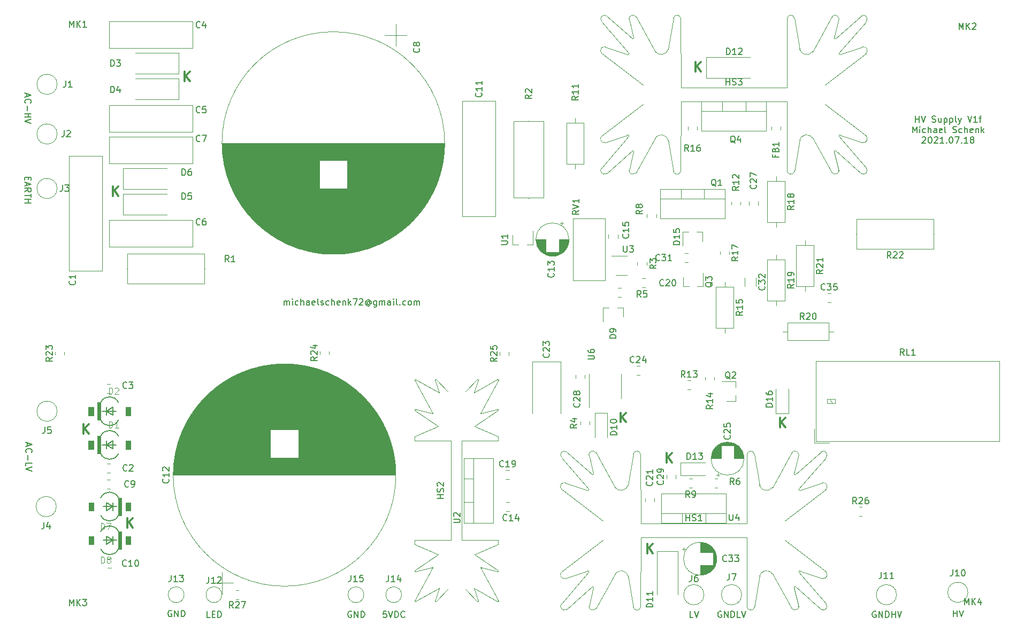
<source format=gbr>
G04 #@! TF.GenerationSoftware,KiCad,Pcbnew,(5.1.10-0-10_14)*
G04 #@! TF.CreationDate,2021-07-18T20:01:09+02:00*
G04 #@! TF.ProjectId,hv-power-supply-v1,68762d70-6f77-4657-922d-737570706c79,rev?*
G04 #@! TF.SameCoordinates,Original*
G04 #@! TF.FileFunction,Legend,Top*
G04 #@! TF.FilePolarity,Positive*
%FSLAX46Y46*%
G04 Gerber Fmt 4.6, Leading zero omitted, Abs format (unit mm)*
G04 Created by KiCad (PCBNEW (5.1.10-0-10_14)) date 2021-07-18 20:01:09*
%MOMM*%
%LPD*%
G01*
G04 APERTURE LIST*
%ADD10C,0.300000*%
%ADD11C,0.150000*%
%ADD12C,0.120000*%
%ADD13C,0.010000*%
%ADD14C,0.152400*%
%ADD15C,0.015000*%
G04 APERTURE END LIST*
D10*
X150165642Y-112375071D02*
X150165642Y-110875071D01*
X151022785Y-112375071D02*
X150379928Y-111517928D01*
X151022785Y-110875071D02*
X150165642Y-111732214D01*
X175375142Y-113200571D02*
X175375142Y-111700571D01*
X176232285Y-113200571D02*
X175589428Y-112343428D01*
X176232285Y-111700571D02*
X175375142Y-112557714D01*
X162040142Y-56812571D02*
X162040142Y-55312571D01*
X162897285Y-56812571D02*
X162254428Y-55955428D01*
X162897285Y-55312571D02*
X162040142Y-56169714D01*
X81141142Y-58336571D02*
X81141142Y-56836571D01*
X81998285Y-58336571D02*
X81355428Y-57479428D01*
X81998285Y-56836571D02*
X81141142Y-57693714D01*
X69838142Y-76497571D02*
X69838142Y-74997571D01*
X70695285Y-76497571D02*
X70052428Y-75640428D01*
X70695285Y-74997571D02*
X69838142Y-75854714D01*
X157468142Y-118788571D02*
X157468142Y-117288571D01*
X158325285Y-118788571D02*
X157682428Y-117931428D01*
X158325285Y-117288571D02*
X157468142Y-118145714D01*
X154420142Y-133139571D02*
X154420142Y-131639571D01*
X155277285Y-133139571D02*
X154634428Y-132282428D01*
X155277285Y-131639571D02*
X154420142Y-132496714D01*
X72124142Y-129075571D02*
X72124142Y-127575571D01*
X72981285Y-129075571D02*
X72338428Y-128218428D01*
X72981285Y-127575571D02*
X72124142Y-128432714D01*
X65139142Y-114216571D02*
X65139142Y-112716571D01*
X65996285Y-114216571D02*
X65353428Y-113359428D01*
X65996285Y-112716571D02*
X65139142Y-113573714D01*
D11*
X202866714Y-143200380D02*
X202866714Y-142200380D01*
X202866714Y-142676571D02*
X203438142Y-142676571D01*
X203438142Y-143200380D02*
X203438142Y-142200380D01*
X203771476Y-142200380D02*
X204104809Y-143200380D01*
X204438142Y-142200380D01*
X190563714Y-142375000D02*
X190468476Y-142327380D01*
X190325619Y-142327380D01*
X190182761Y-142375000D01*
X190087523Y-142470238D01*
X190039904Y-142565476D01*
X189992285Y-142755952D01*
X189992285Y-142898809D01*
X190039904Y-143089285D01*
X190087523Y-143184523D01*
X190182761Y-143279761D01*
X190325619Y-143327380D01*
X190420857Y-143327380D01*
X190563714Y-143279761D01*
X190611333Y-143232142D01*
X190611333Y-142898809D01*
X190420857Y-142898809D01*
X191039904Y-143327380D02*
X191039904Y-142327380D01*
X191611333Y-143327380D01*
X191611333Y-142327380D01*
X192087523Y-143327380D02*
X192087523Y-142327380D01*
X192325619Y-142327380D01*
X192468476Y-142375000D01*
X192563714Y-142470238D01*
X192611333Y-142565476D01*
X192658952Y-142755952D01*
X192658952Y-142898809D01*
X192611333Y-143089285D01*
X192563714Y-143184523D01*
X192468476Y-143279761D01*
X192325619Y-143327380D01*
X192087523Y-143327380D01*
X193087523Y-143327380D02*
X193087523Y-142327380D01*
X193087523Y-142803571D02*
X193658952Y-142803571D01*
X193658952Y-143327380D02*
X193658952Y-142327380D01*
X193992285Y-142327380D02*
X194325619Y-143327380D01*
X194658952Y-142327380D01*
X166133761Y-142375000D02*
X166038523Y-142327380D01*
X165895666Y-142327380D01*
X165752809Y-142375000D01*
X165657571Y-142470238D01*
X165609952Y-142565476D01*
X165562333Y-142755952D01*
X165562333Y-142898809D01*
X165609952Y-143089285D01*
X165657571Y-143184523D01*
X165752809Y-143279761D01*
X165895666Y-143327380D01*
X165990904Y-143327380D01*
X166133761Y-143279761D01*
X166181380Y-143232142D01*
X166181380Y-142898809D01*
X165990904Y-142898809D01*
X166609952Y-143327380D02*
X166609952Y-142327380D01*
X167181380Y-143327380D01*
X167181380Y-142327380D01*
X167657571Y-143327380D02*
X167657571Y-142327380D01*
X167895666Y-142327380D01*
X168038523Y-142375000D01*
X168133761Y-142470238D01*
X168181380Y-142565476D01*
X168229000Y-142755952D01*
X168229000Y-142898809D01*
X168181380Y-143089285D01*
X168133761Y-143184523D01*
X168038523Y-143279761D01*
X167895666Y-143327380D01*
X167657571Y-143327380D01*
X169133761Y-143327380D02*
X168657571Y-143327380D01*
X168657571Y-142327380D01*
X169324238Y-142327380D02*
X169657571Y-143327380D01*
X169990904Y-142327380D01*
X161640952Y-143327380D02*
X161164761Y-143327380D01*
X161164761Y-142327380D01*
X161831428Y-142327380D02*
X162164761Y-143327380D01*
X162498095Y-142327380D01*
X79121095Y-142248000D02*
X79025857Y-142200380D01*
X78883000Y-142200380D01*
X78740142Y-142248000D01*
X78644904Y-142343238D01*
X78597285Y-142438476D01*
X78549666Y-142628952D01*
X78549666Y-142771809D01*
X78597285Y-142962285D01*
X78644904Y-143057523D01*
X78740142Y-143152761D01*
X78883000Y-143200380D01*
X78978238Y-143200380D01*
X79121095Y-143152761D01*
X79168714Y-143105142D01*
X79168714Y-142771809D01*
X78978238Y-142771809D01*
X79597285Y-143200380D02*
X79597285Y-142200380D01*
X80168714Y-143200380D01*
X80168714Y-142200380D01*
X80644904Y-143200380D02*
X80644904Y-142200380D01*
X80883000Y-142200380D01*
X81025857Y-142248000D01*
X81121095Y-142343238D01*
X81168714Y-142438476D01*
X81216333Y-142628952D01*
X81216333Y-142771809D01*
X81168714Y-142962285D01*
X81121095Y-143057523D01*
X81025857Y-143152761D01*
X80883000Y-143200380D01*
X80644904Y-143200380D01*
X85209142Y-143327380D02*
X84732952Y-143327380D01*
X84732952Y-142327380D01*
X85542476Y-142803571D02*
X85875809Y-142803571D01*
X86018666Y-143327380D02*
X85542476Y-143327380D01*
X85542476Y-142327380D01*
X86018666Y-142327380D01*
X86447238Y-143327380D02*
X86447238Y-142327380D01*
X86685333Y-142327380D01*
X86828190Y-142375000D01*
X86923428Y-142470238D01*
X86971047Y-142565476D01*
X87018666Y-142755952D01*
X87018666Y-142898809D01*
X86971047Y-143089285D01*
X86923428Y-143184523D01*
X86828190Y-143279761D01*
X86685333Y-143327380D01*
X86447238Y-143327380D01*
X107569095Y-142375000D02*
X107473857Y-142327380D01*
X107331000Y-142327380D01*
X107188142Y-142375000D01*
X107092904Y-142470238D01*
X107045285Y-142565476D01*
X106997666Y-142755952D01*
X106997666Y-142898809D01*
X107045285Y-143089285D01*
X107092904Y-143184523D01*
X107188142Y-143279761D01*
X107331000Y-143327380D01*
X107426238Y-143327380D01*
X107569095Y-143279761D01*
X107616714Y-143232142D01*
X107616714Y-142898809D01*
X107426238Y-142898809D01*
X108045285Y-143327380D02*
X108045285Y-142327380D01*
X108616714Y-143327380D01*
X108616714Y-142327380D01*
X109092904Y-143327380D02*
X109092904Y-142327380D01*
X109331000Y-142327380D01*
X109473857Y-142375000D01*
X109569095Y-142470238D01*
X109616714Y-142565476D01*
X109664333Y-142755952D01*
X109664333Y-142898809D01*
X109616714Y-143089285D01*
X109569095Y-143184523D01*
X109473857Y-143279761D01*
X109331000Y-143327380D01*
X109092904Y-143327380D01*
X113109523Y-142327380D02*
X112633333Y-142327380D01*
X112585714Y-142803571D01*
X112633333Y-142755952D01*
X112728571Y-142708333D01*
X112966666Y-142708333D01*
X113061904Y-142755952D01*
X113109523Y-142803571D01*
X113157142Y-142898809D01*
X113157142Y-143136904D01*
X113109523Y-143232142D01*
X113061904Y-143279761D01*
X112966666Y-143327380D01*
X112728571Y-143327380D01*
X112633333Y-143279761D01*
X112585714Y-143232142D01*
X113442857Y-142327380D02*
X113776190Y-143327380D01*
X114109523Y-142327380D01*
X114442857Y-143327380D02*
X114442857Y-142327380D01*
X114680952Y-142327380D01*
X114823809Y-142375000D01*
X114919047Y-142470238D01*
X114966666Y-142565476D01*
X115014285Y-142755952D01*
X115014285Y-142898809D01*
X114966666Y-143089285D01*
X114919047Y-143184523D01*
X114823809Y-143279761D01*
X114680952Y-143327380D01*
X114442857Y-143327380D01*
X116014285Y-143232142D02*
X115966666Y-143279761D01*
X115823809Y-143327380D01*
X115728571Y-143327380D01*
X115585714Y-143279761D01*
X115490476Y-143184523D01*
X115442857Y-143089285D01*
X115395238Y-142898809D01*
X115395238Y-142755952D01*
X115442857Y-142565476D01*
X115490476Y-142470238D01*
X115585714Y-142375000D01*
X115728571Y-142327380D01*
X115823809Y-142327380D01*
X115966666Y-142375000D01*
X116014285Y-142422619D01*
X56310333Y-115688523D02*
X56310333Y-116164714D01*
X56024619Y-115593285D02*
X57024619Y-115926619D01*
X56024619Y-116259952D01*
X56119857Y-117164714D02*
X56072238Y-117117095D01*
X56024619Y-116974238D01*
X56024619Y-116879000D01*
X56072238Y-116736142D01*
X56167476Y-116640904D01*
X56262714Y-116593285D01*
X56453190Y-116545666D01*
X56596047Y-116545666D01*
X56786523Y-116593285D01*
X56881761Y-116640904D01*
X56977000Y-116736142D01*
X57024619Y-116879000D01*
X57024619Y-116974238D01*
X56977000Y-117117095D01*
X56929380Y-117164714D01*
X56405571Y-117593285D02*
X56405571Y-118355190D01*
X56024619Y-119307571D02*
X56024619Y-118831380D01*
X57024619Y-118831380D01*
X57024619Y-119498047D02*
X56024619Y-119831380D01*
X57024619Y-120164714D01*
X56421428Y-73540380D02*
X56421428Y-73873714D01*
X55897619Y-74016571D02*
X55897619Y-73540380D01*
X56897619Y-73540380D01*
X56897619Y-74016571D01*
X56183333Y-74397523D02*
X56183333Y-74873714D01*
X55897619Y-74302285D02*
X56897619Y-74635619D01*
X55897619Y-74968952D01*
X55897619Y-75873714D02*
X56373809Y-75540380D01*
X55897619Y-75302285D02*
X56897619Y-75302285D01*
X56897619Y-75683238D01*
X56850000Y-75778476D01*
X56802380Y-75826095D01*
X56707142Y-75873714D01*
X56564285Y-75873714D01*
X56469047Y-75826095D01*
X56421428Y-75778476D01*
X56373809Y-75683238D01*
X56373809Y-75302285D01*
X56897619Y-76159428D02*
X56897619Y-76730857D01*
X55897619Y-76445142D02*
X56897619Y-76445142D01*
X55897619Y-77064190D02*
X56897619Y-77064190D01*
X56421428Y-77064190D02*
X56421428Y-77635619D01*
X55897619Y-77635619D02*
X56897619Y-77635619D01*
X56183333Y-60324476D02*
X56183333Y-60800666D01*
X55897619Y-60229238D02*
X56897619Y-60562571D01*
X55897619Y-60895904D01*
X55992857Y-61800666D02*
X55945238Y-61753047D01*
X55897619Y-61610190D01*
X55897619Y-61514952D01*
X55945238Y-61372095D01*
X56040476Y-61276857D01*
X56135714Y-61229238D01*
X56326190Y-61181619D01*
X56469047Y-61181619D01*
X56659523Y-61229238D01*
X56754761Y-61276857D01*
X56850000Y-61372095D01*
X56897619Y-61514952D01*
X56897619Y-61610190D01*
X56850000Y-61753047D01*
X56802380Y-61800666D01*
X56278571Y-62229238D02*
X56278571Y-62991142D01*
X55897619Y-63467333D02*
X56897619Y-63467333D01*
X56421428Y-63467333D02*
X56421428Y-64038761D01*
X55897619Y-64038761D02*
X56897619Y-64038761D01*
X56897619Y-64372095D02*
X55897619Y-64705428D01*
X56897619Y-65038761D01*
X96918214Y-93797380D02*
X96918214Y-93130714D01*
X96918214Y-93225952D02*
X96965833Y-93178333D01*
X97061071Y-93130714D01*
X97203928Y-93130714D01*
X97299166Y-93178333D01*
X97346785Y-93273571D01*
X97346785Y-93797380D01*
X97346785Y-93273571D02*
X97394404Y-93178333D01*
X97489642Y-93130714D01*
X97632500Y-93130714D01*
X97727738Y-93178333D01*
X97775357Y-93273571D01*
X97775357Y-93797380D01*
X98251547Y-93797380D02*
X98251547Y-93130714D01*
X98251547Y-92797380D02*
X98203928Y-92845000D01*
X98251547Y-92892619D01*
X98299166Y-92845000D01*
X98251547Y-92797380D01*
X98251547Y-92892619D01*
X99156309Y-93749761D02*
X99061071Y-93797380D01*
X98870595Y-93797380D01*
X98775357Y-93749761D01*
X98727738Y-93702142D01*
X98680119Y-93606904D01*
X98680119Y-93321190D01*
X98727738Y-93225952D01*
X98775357Y-93178333D01*
X98870595Y-93130714D01*
X99061071Y-93130714D01*
X99156309Y-93178333D01*
X99584880Y-93797380D02*
X99584880Y-92797380D01*
X100013452Y-93797380D02*
X100013452Y-93273571D01*
X99965833Y-93178333D01*
X99870595Y-93130714D01*
X99727738Y-93130714D01*
X99632500Y-93178333D01*
X99584880Y-93225952D01*
X100918214Y-93797380D02*
X100918214Y-93273571D01*
X100870595Y-93178333D01*
X100775357Y-93130714D01*
X100584880Y-93130714D01*
X100489642Y-93178333D01*
X100918214Y-93749761D02*
X100822976Y-93797380D01*
X100584880Y-93797380D01*
X100489642Y-93749761D01*
X100442023Y-93654523D01*
X100442023Y-93559285D01*
X100489642Y-93464047D01*
X100584880Y-93416428D01*
X100822976Y-93416428D01*
X100918214Y-93368809D01*
X101775357Y-93749761D02*
X101680119Y-93797380D01*
X101489642Y-93797380D01*
X101394404Y-93749761D01*
X101346785Y-93654523D01*
X101346785Y-93273571D01*
X101394404Y-93178333D01*
X101489642Y-93130714D01*
X101680119Y-93130714D01*
X101775357Y-93178333D01*
X101822976Y-93273571D01*
X101822976Y-93368809D01*
X101346785Y-93464047D01*
X102394404Y-93797380D02*
X102299166Y-93749761D01*
X102251547Y-93654523D01*
X102251547Y-92797380D01*
X102727738Y-93749761D02*
X102822976Y-93797380D01*
X103013452Y-93797380D01*
X103108690Y-93749761D01*
X103156309Y-93654523D01*
X103156309Y-93606904D01*
X103108690Y-93511666D01*
X103013452Y-93464047D01*
X102870595Y-93464047D01*
X102775357Y-93416428D01*
X102727738Y-93321190D01*
X102727738Y-93273571D01*
X102775357Y-93178333D01*
X102870595Y-93130714D01*
X103013452Y-93130714D01*
X103108690Y-93178333D01*
X104013452Y-93749761D02*
X103918214Y-93797380D01*
X103727738Y-93797380D01*
X103632500Y-93749761D01*
X103584880Y-93702142D01*
X103537261Y-93606904D01*
X103537261Y-93321190D01*
X103584880Y-93225952D01*
X103632500Y-93178333D01*
X103727738Y-93130714D01*
X103918214Y-93130714D01*
X104013452Y-93178333D01*
X104442023Y-93797380D02*
X104442023Y-92797380D01*
X104870595Y-93797380D02*
X104870595Y-93273571D01*
X104822976Y-93178333D01*
X104727738Y-93130714D01*
X104584880Y-93130714D01*
X104489642Y-93178333D01*
X104442023Y-93225952D01*
X105727738Y-93749761D02*
X105632500Y-93797380D01*
X105442023Y-93797380D01*
X105346785Y-93749761D01*
X105299166Y-93654523D01*
X105299166Y-93273571D01*
X105346785Y-93178333D01*
X105442023Y-93130714D01*
X105632500Y-93130714D01*
X105727738Y-93178333D01*
X105775357Y-93273571D01*
X105775357Y-93368809D01*
X105299166Y-93464047D01*
X106203928Y-93130714D02*
X106203928Y-93797380D01*
X106203928Y-93225952D02*
X106251547Y-93178333D01*
X106346785Y-93130714D01*
X106489642Y-93130714D01*
X106584880Y-93178333D01*
X106632500Y-93273571D01*
X106632500Y-93797380D01*
X107108690Y-93797380D02*
X107108690Y-92797380D01*
X107203928Y-93416428D02*
X107489642Y-93797380D01*
X107489642Y-93130714D02*
X107108690Y-93511666D01*
X107822976Y-92797380D02*
X108489642Y-92797380D01*
X108061071Y-93797380D01*
X108822976Y-92892619D02*
X108870595Y-92845000D01*
X108965833Y-92797380D01*
X109203928Y-92797380D01*
X109299166Y-92845000D01*
X109346785Y-92892619D01*
X109394404Y-92987857D01*
X109394404Y-93083095D01*
X109346785Y-93225952D01*
X108775357Y-93797380D01*
X109394404Y-93797380D01*
X110442023Y-93321190D02*
X110394404Y-93273571D01*
X110299166Y-93225952D01*
X110203928Y-93225952D01*
X110108690Y-93273571D01*
X110061071Y-93321190D01*
X110013452Y-93416428D01*
X110013452Y-93511666D01*
X110061071Y-93606904D01*
X110108690Y-93654523D01*
X110203928Y-93702142D01*
X110299166Y-93702142D01*
X110394404Y-93654523D01*
X110442023Y-93606904D01*
X110442023Y-93225952D02*
X110442023Y-93606904D01*
X110489642Y-93654523D01*
X110537261Y-93654523D01*
X110632500Y-93606904D01*
X110680119Y-93511666D01*
X110680119Y-93273571D01*
X110584880Y-93130714D01*
X110442023Y-93035476D01*
X110251547Y-92987857D01*
X110061071Y-93035476D01*
X109918214Y-93130714D01*
X109822976Y-93273571D01*
X109775357Y-93464047D01*
X109822976Y-93654523D01*
X109918214Y-93797380D01*
X110061071Y-93892619D01*
X110251547Y-93940238D01*
X110442023Y-93892619D01*
X110584880Y-93797380D01*
X111537261Y-93130714D02*
X111537261Y-93940238D01*
X111489642Y-94035476D01*
X111442023Y-94083095D01*
X111346785Y-94130714D01*
X111203928Y-94130714D01*
X111108690Y-94083095D01*
X111537261Y-93749761D02*
X111442023Y-93797380D01*
X111251547Y-93797380D01*
X111156309Y-93749761D01*
X111108690Y-93702142D01*
X111061071Y-93606904D01*
X111061071Y-93321190D01*
X111108690Y-93225952D01*
X111156309Y-93178333D01*
X111251547Y-93130714D01*
X111442023Y-93130714D01*
X111537261Y-93178333D01*
X112013452Y-93797380D02*
X112013452Y-93130714D01*
X112013452Y-93225952D02*
X112061071Y-93178333D01*
X112156309Y-93130714D01*
X112299166Y-93130714D01*
X112394404Y-93178333D01*
X112442023Y-93273571D01*
X112442023Y-93797380D01*
X112442023Y-93273571D02*
X112489642Y-93178333D01*
X112584880Y-93130714D01*
X112727738Y-93130714D01*
X112822976Y-93178333D01*
X112870595Y-93273571D01*
X112870595Y-93797380D01*
X113775357Y-93797380D02*
X113775357Y-93273571D01*
X113727738Y-93178333D01*
X113632500Y-93130714D01*
X113442023Y-93130714D01*
X113346785Y-93178333D01*
X113775357Y-93749761D02*
X113680119Y-93797380D01*
X113442023Y-93797380D01*
X113346785Y-93749761D01*
X113299166Y-93654523D01*
X113299166Y-93559285D01*
X113346785Y-93464047D01*
X113442023Y-93416428D01*
X113680119Y-93416428D01*
X113775357Y-93368809D01*
X114251547Y-93797380D02*
X114251547Y-93130714D01*
X114251547Y-92797380D02*
X114203928Y-92845000D01*
X114251547Y-92892619D01*
X114299166Y-92845000D01*
X114251547Y-92797380D01*
X114251547Y-92892619D01*
X114870595Y-93797380D02*
X114775357Y-93749761D01*
X114727738Y-93654523D01*
X114727738Y-92797380D01*
X115251547Y-93702142D02*
X115299166Y-93749761D01*
X115251547Y-93797380D01*
X115203928Y-93749761D01*
X115251547Y-93702142D01*
X115251547Y-93797380D01*
X116156309Y-93749761D02*
X116061071Y-93797380D01*
X115870595Y-93797380D01*
X115775357Y-93749761D01*
X115727738Y-93702142D01*
X115680119Y-93606904D01*
X115680119Y-93321190D01*
X115727738Y-93225952D01*
X115775357Y-93178333D01*
X115870595Y-93130714D01*
X116061071Y-93130714D01*
X116156309Y-93178333D01*
X116727738Y-93797380D02*
X116632500Y-93749761D01*
X116584880Y-93702142D01*
X116537261Y-93606904D01*
X116537261Y-93321190D01*
X116584880Y-93225952D01*
X116632500Y-93178333D01*
X116727738Y-93130714D01*
X116870595Y-93130714D01*
X116965833Y-93178333D01*
X117013452Y-93225952D01*
X117061071Y-93321190D01*
X117061071Y-93606904D01*
X117013452Y-93702142D01*
X116965833Y-93749761D01*
X116870595Y-93797380D01*
X116727738Y-93797380D01*
X117489642Y-93797380D02*
X117489642Y-93130714D01*
X117489642Y-93225952D02*
X117537261Y-93178333D01*
X117632500Y-93130714D01*
X117775357Y-93130714D01*
X117870595Y-93178333D01*
X117918214Y-93273571D01*
X117918214Y-93797380D01*
X117918214Y-93273571D02*
X117965833Y-93178333D01*
X118061071Y-93130714D01*
X118203928Y-93130714D01*
X118299166Y-93178333D01*
X118346785Y-93273571D01*
X118346785Y-93797380D01*
X196850642Y-64842380D02*
X196850642Y-63842380D01*
X196850642Y-64318571D02*
X197422071Y-64318571D01*
X197422071Y-64842380D02*
X197422071Y-63842380D01*
X197755404Y-63842380D02*
X198088738Y-64842380D01*
X198422071Y-63842380D01*
X199469690Y-64794761D02*
X199612547Y-64842380D01*
X199850642Y-64842380D01*
X199945880Y-64794761D01*
X199993500Y-64747142D01*
X200041119Y-64651904D01*
X200041119Y-64556666D01*
X199993500Y-64461428D01*
X199945880Y-64413809D01*
X199850642Y-64366190D01*
X199660166Y-64318571D01*
X199564928Y-64270952D01*
X199517309Y-64223333D01*
X199469690Y-64128095D01*
X199469690Y-64032857D01*
X199517309Y-63937619D01*
X199564928Y-63890000D01*
X199660166Y-63842380D01*
X199898261Y-63842380D01*
X200041119Y-63890000D01*
X200898261Y-64175714D02*
X200898261Y-64842380D01*
X200469690Y-64175714D02*
X200469690Y-64699523D01*
X200517309Y-64794761D01*
X200612547Y-64842380D01*
X200755404Y-64842380D01*
X200850642Y-64794761D01*
X200898261Y-64747142D01*
X201374452Y-64175714D02*
X201374452Y-65175714D01*
X201374452Y-64223333D02*
X201469690Y-64175714D01*
X201660166Y-64175714D01*
X201755404Y-64223333D01*
X201803023Y-64270952D01*
X201850642Y-64366190D01*
X201850642Y-64651904D01*
X201803023Y-64747142D01*
X201755404Y-64794761D01*
X201660166Y-64842380D01*
X201469690Y-64842380D01*
X201374452Y-64794761D01*
X202279214Y-64175714D02*
X202279214Y-65175714D01*
X202279214Y-64223333D02*
X202374452Y-64175714D01*
X202564928Y-64175714D01*
X202660166Y-64223333D01*
X202707785Y-64270952D01*
X202755404Y-64366190D01*
X202755404Y-64651904D01*
X202707785Y-64747142D01*
X202660166Y-64794761D01*
X202564928Y-64842380D01*
X202374452Y-64842380D01*
X202279214Y-64794761D01*
X203326833Y-64842380D02*
X203231595Y-64794761D01*
X203183976Y-64699523D01*
X203183976Y-63842380D01*
X203612547Y-64175714D02*
X203850642Y-64842380D01*
X204088738Y-64175714D02*
X203850642Y-64842380D01*
X203755404Y-65080476D01*
X203707785Y-65128095D01*
X203612547Y-65175714D01*
X205088738Y-63842380D02*
X205422071Y-64842380D01*
X205755404Y-63842380D01*
X206612547Y-64842380D02*
X206041119Y-64842380D01*
X206326833Y-64842380D02*
X206326833Y-63842380D01*
X206231595Y-63985238D01*
X206136357Y-64080476D01*
X206041119Y-64128095D01*
X206898261Y-64175714D02*
X207279214Y-64175714D01*
X207041119Y-64842380D02*
X207041119Y-63985238D01*
X207088738Y-63890000D01*
X207183976Y-63842380D01*
X207279214Y-63842380D01*
X196374452Y-66492380D02*
X196374452Y-65492380D01*
X196707785Y-66206666D01*
X197041119Y-65492380D01*
X197041119Y-66492380D01*
X197517309Y-66492380D02*
X197517309Y-65825714D01*
X197517309Y-65492380D02*
X197469690Y-65540000D01*
X197517309Y-65587619D01*
X197564928Y-65540000D01*
X197517309Y-65492380D01*
X197517309Y-65587619D01*
X198422071Y-66444761D02*
X198326833Y-66492380D01*
X198136357Y-66492380D01*
X198041119Y-66444761D01*
X197993500Y-66397142D01*
X197945880Y-66301904D01*
X197945880Y-66016190D01*
X197993500Y-65920952D01*
X198041119Y-65873333D01*
X198136357Y-65825714D01*
X198326833Y-65825714D01*
X198422071Y-65873333D01*
X198850642Y-66492380D02*
X198850642Y-65492380D01*
X199279214Y-66492380D02*
X199279214Y-65968571D01*
X199231595Y-65873333D01*
X199136357Y-65825714D01*
X198993500Y-65825714D01*
X198898261Y-65873333D01*
X198850642Y-65920952D01*
X200183976Y-66492380D02*
X200183976Y-65968571D01*
X200136357Y-65873333D01*
X200041119Y-65825714D01*
X199850642Y-65825714D01*
X199755404Y-65873333D01*
X200183976Y-66444761D02*
X200088738Y-66492380D01*
X199850642Y-66492380D01*
X199755404Y-66444761D01*
X199707785Y-66349523D01*
X199707785Y-66254285D01*
X199755404Y-66159047D01*
X199850642Y-66111428D01*
X200088738Y-66111428D01*
X200183976Y-66063809D01*
X201041119Y-66444761D02*
X200945880Y-66492380D01*
X200755404Y-66492380D01*
X200660166Y-66444761D01*
X200612547Y-66349523D01*
X200612547Y-65968571D01*
X200660166Y-65873333D01*
X200755404Y-65825714D01*
X200945880Y-65825714D01*
X201041119Y-65873333D01*
X201088738Y-65968571D01*
X201088738Y-66063809D01*
X200612547Y-66159047D01*
X201660166Y-66492380D02*
X201564928Y-66444761D01*
X201517309Y-66349523D01*
X201517309Y-65492380D01*
X202755404Y-66444761D02*
X202898261Y-66492380D01*
X203136357Y-66492380D01*
X203231595Y-66444761D01*
X203279214Y-66397142D01*
X203326833Y-66301904D01*
X203326833Y-66206666D01*
X203279214Y-66111428D01*
X203231595Y-66063809D01*
X203136357Y-66016190D01*
X202945880Y-65968571D01*
X202850642Y-65920952D01*
X202803023Y-65873333D01*
X202755404Y-65778095D01*
X202755404Y-65682857D01*
X202803023Y-65587619D01*
X202850642Y-65540000D01*
X202945880Y-65492380D01*
X203183976Y-65492380D01*
X203326833Y-65540000D01*
X204183976Y-66444761D02*
X204088738Y-66492380D01*
X203898261Y-66492380D01*
X203803023Y-66444761D01*
X203755404Y-66397142D01*
X203707785Y-66301904D01*
X203707785Y-66016190D01*
X203755404Y-65920952D01*
X203803023Y-65873333D01*
X203898261Y-65825714D01*
X204088738Y-65825714D01*
X204183976Y-65873333D01*
X204612547Y-66492380D02*
X204612547Y-65492380D01*
X205041119Y-66492380D02*
X205041119Y-65968571D01*
X204993500Y-65873333D01*
X204898261Y-65825714D01*
X204755404Y-65825714D01*
X204660166Y-65873333D01*
X204612547Y-65920952D01*
X205898261Y-66444761D02*
X205803023Y-66492380D01*
X205612547Y-66492380D01*
X205517309Y-66444761D01*
X205469690Y-66349523D01*
X205469690Y-65968571D01*
X205517309Y-65873333D01*
X205612547Y-65825714D01*
X205803023Y-65825714D01*
X205898261Y-65873333D01*
X205945880Y-65968571D01*
X205945880Y-66063809D01*
X205469690Y-66159047D01*
X206374452Y-65825714D02*
X206374452Y-66492380D01*
X206374452Y-65920952D02*
X206422071Y-65873333D01*
X206517309Y-65825714D01*
X206660166Y-65825714D01*
X206755404Y-65873333D01*
X206803023Y-65968571D01*
X206803023Y-66492380D01*
X207279214Y-66492380D02*
X207279214Y-65492380D01*
X207374452Y-66111428D02*
X207660166Y-66492380D01*
X207660166Y-65825714D02*
X207279214Y-66206666D01*
X197898261Y-67237619D02*
X197945880Y-67190000D01*
X198041119Y-67142380D01*
X198279214Y-67142380D01*
X198374452Y-67190000D01*
X198422071Y-67237619D01*
X198469690Y-67332857D01*
X198469690Y-67428095D01*
X198422071Y-67570952D01*
X197850642Y-68142380D01*
X198469690Y-68142380D01*
X199088738Y-67142380D02*
X199183976Y-67142380D01*
X199279214Y-67190000D01*
X199326833Y-67237619D01*
X199374452Y-67332857D01*
X199422071Y-67523333D01*
X199422071Y-67761428D01*
X199374452Y-67951904D01*
X199326833Y-68047142D01*
X199279214Y-68094761D01*
X199183976Y-68142380D01*
X199088738Y-68142380D01*
X198993500Y-68094761D01*
X198945880Y-68047142D01*
X198898261Y-67951904D01*
X198850642Y-67761428D01*
X198850642Y-67523333D01*
X198898261Y-67332857D01*
X198945880Y-67237619D01*
X198993500Y-67190000D01*
X199088738Y-67142380D01*
X199803023Y-67237619D02*
X199850642Y-67190000D01*
X199945880Y-67142380D01*
X200183976Y-67142380D01*
X200279214Y-67190000D01*
X200326833Y-67237619D01*
X200374452Y-67332857D01*
X200374452Y-67428095D01*
X200326833Y-67570952D01*
X199755404Y-68142380D01*
X200374452Y-68142380D01*
X201326833Y-68142380D02*
X200755404Y-68142380D01*
X201041119Y-68142380D02*
X201041119Y-67142380D01*
X200945880Y-67285238D01*
X200850642Y-67380476D01*
X200755404Y-67428095D01*
X201755404Y-68047142D02*
X201803023Y-68094761D01*
X201755404Y-68142380D01*
X201707785Y-68094761D01*
X201755404Y-68047142D01*
X201755404Y-68142380D01*
X202422071Y-67142380D02*
X202517309Y-67142380D01*
X202612547Y-67190000D01*
X202660166Y-67237619D01*
X202707785Y-67332857D01*
X202755404Y-67523333D01*
X202755404Y-67761428D01*
X202707785Y-67951904D01*
X202660166Y-68047142D01*
X202612547Y-68094761D01*
X202517309Y-68142380D01*
X202422071Y-68142380D01*
X202326833Y-68094761D01*
X202279214Y-68047142D01*
X202231595Y-67951904D01*
X202183976Y-67761428D01*
X202183976Y-67523333D01*
X202231595Y-67332857D01*
X202279214Y-67237619D01*
X202326833Y-67190000D01*
X202422071Y-67142380D01*
X203088738Y-67142380D02*
X203755404Y-67142380D01*
X203326833Y-68142380D01*
X204136357Y-68047142D02*
X204183976Y-68094761D01*
X204136357Y-68142380D01*
X204088738Y-68094761D01*
X204136357Y-68047142D01*
X204136357Y-68142380D01*
X205136357Y-68142380D02*
X204564928Y-68142380D01*
X204850642Y-68142380D02*
X204850642Y-67142380D01*
X204755404Y-67285238D01*
X204660166Y-67380476D01*
X204564928Y-67428095D01*
X205707785Y-67570952D02*
X205612547Y-67523333D01*
X205564928Y-67475714D01*
X205517309Y-67380476D01*
X205517309Y-67332857D01*
X205564928Y-67237619D01*
X205612547Y-67190000D01*
X205707785Y-67142380D01*
X205898261Y-67142380D01*
X205993500Y-67190000D01*
X206041119Y-67237619D01*
X206088738Y-67332857D01*
X206088738Y-67380476D01*
X206041119Y-67475714D01*
X205993500Y-67523333D01*
X205898261Y-67570952D01*
X205707785Y-67570952D01*
X205612547Y-67618571D01*
X205564928Y-67666190D01*
X205517309Y-67761428D01*
X205517309Y-67951904D01*
X205564928Y-68047142D01*
X205612547Y-68094761D01*
X205707785Y-68142380D01*
X205898261Y-68142380D01*
X205993500Y-68094761D01*
X206041119Y-68047142D01*
X206088738Y-67951904D01*
X206088738Y-67761428D01*
X206041119Y-67666190D01*
X205993500Y-67618571D01*
X205898261Y-67570952D01*
D12*
X127096000Y-133380000D02*
X130816000Y-135880000D01*
X130816000Y-135880000D02*
X130756000Y-136060000D01*
X130756000Y-136060000D02*
X127956000Y-135400000D01*
X127956000Y-135400000D02*
X130836000Y-140700000D01*
X130716000Y-140820000D02*
X126946000Y-138670000D01*
X127626000Y-140720000D02*
X127476000Y-140810000D01*
X126946000Y-138670000D02*
X127626000Y-140720000D01*
X127476000Y-140810000D02*
X125586000Y-138850000D01*
X130836000Y-140700000D02*
X130716000Y-140820000D01*
X117606000Y-131760000D02*
X121316000Y-133370000D01*
X123356000Y-131090000D02*
X117606000Y-131090000D01*
X117606000Y-131090000D02*
X117606000Y-131760000D01*
X120456000Y-135400000D02*
X117576000Y-140700000D01*
X117596000Y-135880000D02*
X117656000Y-136060000D01*
X117656000Y-136060000D02*
X120456000Y-135400000D01*
X121316000Y-133380000D02*
X117596000Y-135880000D01*
X120936000Y-140810000D02*
X122826000Y-138850000D01*
X117696000Y-140820000D02*
X121466000Y-138670000D01*
X120786000Y-140720000D02*
X120936000Y-140810000D01*
X117576000Y-140700000D02*
X117696000Y-140820000D01*
X121466000Y-138670000D02*
X120786000Y-140720000D01*
X123356000Y-123190000D02*
X123356000Y-131090000D01*
X125056000Y-131090000D02*
X130806000Y-131090000D01*
X130806000Y-131090000D02*
X130806000Y-131760000D01*
X130806000Y-131760000D02*
X127096000Y-133370000D01*
X125056000Y-123190000D02*
X125056000Y-131090000D01*
X117656000Y-110320000D02*
X120456000Y-110980000D01*
X117596000Y-110500000D02*
X117656000Y-110320000D01*
X121316000Y-113000000D02*
X117596000Y-110500000D01*
X120456000Y-110980000D02*
X117576000Y-105680000D01*
X120936000Y-105570000D02*
X122826000Y-107530000D01*
X121466000Y-107710000D02*
X120786000Y-105660000D01*
X117696000Y-105560000D02*
X121466000Y-107710000D01*
X117576000Y-105680000D02*
X117696000Y-105560000D01*
X120786000Y-105660000D02*
X120936000Y-105570000D01*
X117606000Y-114620000D02*
X121316000Y-113010000D01*
X123356000Y-123190000D02*
X123356000Y-115290000D01*
X123356000Y-115290000D02*
X117606000Y-115290000D01*
X117606000Y-115290000D02*
X117606000Y-114620000D01*
X125056000Y-123190000D02*
X125056000Y-115290000D01*
X125056000Y-115290000D02*
X130806000Y-115290000D01*
X130806000Y-115290000D02*
X130806000Y-114620000D01*
X130806000Y-114620000D02*
X127096000Y-113010000D01*
X127096000Y-113000000D02*
X130816000Y-110500000D01*
X130816000Y-110500000D02*
X130756000Y-110320000D01*
X130756000Y-110320000D02*
X127956000Y-110980000D01*
X127956000Y-110980000D02*
X130836000Y-105680000D01*
X130836000Y-105680000D02*
X130716000Y-105560000D01*
X130716000Y-105560000D02*
X126946000Y-107710000D01*
X126946000Y-107710000D02*
X127626000Y-105660000D01*
X127626000Y-105660000D02*
X127476000Y-105570000D01*
X127476000Y-105570000D02*
X125586000Y-107530000D01*
X160093500Y-90850500D02*
X161023500Y-90850500D01*
X163253500Y-90850500D02*
X162323500Y-90850500D01*
X163253500Y-90850500D02*
X163253500Y-88690500D01*
X160093500Y-90850500D02*
X160093500Y-89390500D01*
X168362000Y-109045000D02*
X168362000Y-108115000D01*
X168362000Y-105885000D02*
X168362000Y-106815000D01*
X168362000Y-105885000D02*
X166202000Y-105885000D01*
X168362000Y-109045000D02*
X166902000Y-109045000D01*
X151186400Y-85990500D02*
X148756400Y-85990500D01*
X149426400Y-89060500D02*
X151186400Y-89060500D01*
X85365000Y-137857002D02*
X88865000Y-137857002D01*
X87115000Y-139607002D02*
X87115000Y-136107002D01*
X96190000Y-103153000D02*
X97790000Y-103153000D01*
X95577000Y-103193000D02*
X98403000Y-103193000D01*
X95155000Y-103233000D02*
X98825000Y-103233000D01*
X94813000Y-103273000D02*
X99167000Y-103273000D01*
X94517000Y-103313000D02*
X99463000Y-103313000D01*
X94254000Y-103353000D02*
X99726000Y-103353000D01*
X94014000Y-103393000D02*
X99966000Y-103393000D01*
X93792000Y-103433000D02*
X100188000Y-103433000D01*
X93585000Y-103473000D02*
X100395000Y-103473000D01*
X93390000Y-103513000D02*
X100590000Y-103513000D01*
X93205000Y-103553000D02*
X100775000Y-103553000D01*
X93030000Y-103593000D02*
X100950000Y-103593000D01*
X92862000Y-103633000D02*
X101118000Y-103633000D01*
X92701000Y-103673000D02*
X101279000Y-103673000D01*
X92546000Y-103713000D02*
X101434000Y-103713000D01*
X92397000Y-103753000D02*
X101583000Y-103753000D01*
X92252000Y-103793000D02*
X101728000Y-103793000D01*
X92112000Y-103833000D02*
X101868000Y-103833000D01*
X91977000Y-103873000D02*
X102003000Y-103873000D01*
X91845000Y-103913000D02*
X102135000Y-103913000D01*
X91717000Y-103953000D02*
X102263000Y-103953000D01*
X91592000Y-103993000D02*
X102388000Y-103993000D01*
X91470000Y-104033000D02*
X102510000Y-104033000D01*
X91351000Y-104073000D02*
X102629000Y-104073000D01*
X91235000Y-104113000D02*
X102745000Y-104113000D01*
X91122000Y-104153000D02*
X102858000Y-104153000D01*
X91010000Y-104193000D02*
X102970000Y-104193000D01*
X90901000Y-104233000D02*
X103079000Y-104233000D01*
X90795000Y-104273000D02*
X103185000Y-104273000D01*
X90690000Y-104313000D02*
X103290000Y-104313000D01*
X90587000Y-104353000D02*
X103393000Y-104353000D01*
X90486000Y-104393000D02*
X103494000Y-104393000D01*
X90387000Y-104433000D02*
X103593000Y-104433000D01*
X90290000Y-104473000D02*
X103690000Y-104473000D01*
X90194000Y-104513000D02*
X103786000Y-104513000D01*
X90100000Y-104553000D02*
X103880000Y-104553000D01*
X90007000Y-104593000D02*
X103973000Y-104593000D01*
X89915000Y-104633000D02*
X104065000Y-104633000D01*
X89825000Y-104673000D02*
X104155000Y-104673000D01*
X89737000Y-104713000D02*
X104243000Y-104713000D01*
X89649000Y-104753000D02*
X104331000Y-104753000D01*
X89563000Y-104793000D02*
X104417000Y-104793000D01*
X89478000Y-104833000D02*
X104502000Y-104833000D01*
X89395000Y-104873000D02*
X104585000Y-104873000D01*
X89312000Y-104913000D02*
X104668000Y-104913000D01*
X89231000Y-104953000D02*
X104749000Y-104953000D01*
X89150000Y-104993000D02*
X104830000Y-104993000D01*
X89070000Y-105033000D02*
X104910000Y-105033000D01*
X88992000Y-105073000D02*
X104988000Y-105073000D01*
X88914000Y-105113000D02*
X105066000Y-105113000D01*
X88838000Y-105153000D02*
X105142000Y-105153000D01*
X88762000Y-105193000D02*
X105218000Y-105193000D01*
X88687000Y-105233000D02*
X105293000Y-105233000D01*
X88613000Y-105273000D02*
X105367000Y-105273000D01*
X88540000Y-105313000D02*
X105440000Y-105313000D01*
X88468000Y-105353000D02*
X105512000Y-105353000D01*
X88396000Y-105393000D02*
X105584000Y-105393000D01*
X88325000Y-105433000D02*
X105655000Y-105433000D01*
X88255000Y-105473000D02*
X105725000Y-105473000D01*
X88186000Y-105513000D02*
X105794000Y-105513000D01*
X88117000Y-105553000D02*
X105863000Y-105553000D01*
X88050000Y-105593000D02*
X105930000Y-105593000D01*
X87982000Y-105633000D02*
X105998000Y-105633000D01*
X87916000Y-105673000D02*
X106064000Y-105673000D01*
X87850000Y-105713000D02*
X106130000Y-105713000D01*
X87785000Y-105753000D02*
X106195000Y-105753000D01*
X87720000Y-105793000D02*
X106260000Y-105793000D01*
X87656000Y-105833000D02*
X106324000Y-105833000D01*
X87593000Y-105873000D02*
X106387000Y-105873000D01*
X87530000Y-105913000D02*
X106450000Y-105913000D01*
X87468000Y-105953000D02*
X106512000Y-105953000D01*
X87406000Y-105993000D02*
X106574000Y-105993000D01*
X87345000Y-106033000D02*
X106635000Y-106033000D01*
X87285000Y-106073000D02*
X106695000Y-106073000D01*
X87225000Y-106113000D02*
X106755000Y-106113000D01*
X87165000Y-106153000D02*
X106815000Y-106153000D01*
X87106000Y-106193000D02*
X106874000Y-106193000D01*
X87048000Y-106233000D02*
X106932000Y-106233000D01*
X86990000Y-106273000D02*
X106990000Y-106273000D01*
X86932000Y-106313000D02*
X107048000Y-106313000D01*
X86875000Y-106353000D02*
X107105000Y-106353000D01*
X86819000Y-106393000D02*
X107161000Y-106393000D01*
X86763000Y-106433000D02*
X107217000Y-106433000D01*
X86707000Y-106473000D02*
X107273000Y-106473000D01*
X86652000Y-106513000D02*
X107328000Y-106513000D01*
X86598000Y-106553000D02*
X107382000Y-106553000D01*
X86543000Y-106593000D02*
X107437000Y-106593000D01*
X86490000Y-106633000D02*
X107490000Y-106633000D01*
X86436000Y-106673000D02*
X107544000Y-106673000D01*
X86383000Y-106713000D02*
X107597000Y-106713000D01*
X86331000Y-106753000D02*
X107649000Y-106753000D01*
X86279000Y-106793000D02*
X107701000Y-106793000D01*
X86227000Y-106833000D02*
X107753000Y-106833000D01*
X86175000Y-106873000D02*
X107805000Y-106873000D01*
X86125000Y-106913000D02*
X107855000Y-106913000D01*
X86074000Y-106953000D02*
X107906000Y-106953000D01*
X86024000Y-106993000D02*
X107956000Y-106993000D01*
X85974000Y-107033000D02*
X108006000Y-107033000D01*
X85924000Y-107073000D02*
X108056000Y-107073000D01*
X85875000Y-107113000D02*
X108105000Y-107113000D01*
X85827000Y-107153000D02*
X108153000Y-107153000D01*
X85778000Y-107193000D02*
X108202000Y-107193000D01*
X85730000Y-107233000D02*
X108250000Y-107233000D01*
X85683000Y-107273000D02*
X108297000Y-107273000D01*
X85635000Y-107313000D02*
X108345000Y-107313000D01*
X85588000Y-107353000D02*
X108392000Y-107353000D01*
X85541000Y-107393000D02*
X108439000Y-107393000D01*
X85495000Y-107433000D02*
X108485000Y-107433000D01*
X85449000Y-107473000D02*
X108531000Y-107473000D01*
X85403000Y-107513000D02*
X108577000Y-107513000D01*
X85358000Y-107553000D02*
X108622000Y-107553000D01*
X85313000Y-107593000D02*
X108667000Y-107593000D01*
X85268000Y-107633000D02*
X108712000Y-107633000D01*
X85224000Y-107673000D02*
X108756000Y-107673000D01*
X85179000Y-107713000D02*
X108801000Y-107713000D01*
X85136000Y-107753000D02*
X108844000Y-107753000D01*
X85092000Y-107793000D02*
X108888000Y-107793000D01*
X85049000Y-107833000D02*
X108931000Y-107833000D01*
X85006000Y-107873000D02*
X108974000Y-107873000D01*
X84963000Y-107913000D02*
X109017000Y-107913000D01*
X84921000Y-107953000D02*
X109059000Y-107953000D01*
X84879000Y-107993000D02*
X109101000Y-107993000D01*
X84837000Y-108033000D02*
X109143000Y-108033000D01*
X84795000Y-108073000D02*
X109185000Y-108073000D01*
X84754000Y-108113000D02*
X109226000Y-108113000D01*
X84713000Y-108153000D02*
X109267000Y-108153000D01*
X84672000Y-108193000D02*
X109308000Y-108193000D01*
X84631000Y-108233000D02*
X109349000Y-108233000D01*
X84591000Y-108273000D02*
X109389000Y-108273000D01*
X84551000Y-108313000D02*
X109429000Y-108313000D01*
X84511000Y-108353000D02*
X109469000Y-108353000D01*
X84472000Y-108393000D02*
X109508000Y-108393000D01*
X84433000Y-108433000D02*
X109547000Y-108433000D01*
X84394000Y-108473000D02*
X109586000Y-108473000D01*
X84355000Y-108513000D02*
X109625000Y-108513000D01*
X84316000Y-108553000D02*
X109664000Y-108553000D01*
X84278000Y-108593000D02*
X109702000Y-108593000D01*
X84240000Y-108633000D02*
X109740000Y-108633000D01*
X84202000Y-108673000D02*
X109778000Y-108673000D01*
X84165000Y-108713000D02*
X109815000Y-108713000D01*
X84127000Y-108753000D02*
X109853000Y-108753000D01*
X84090000Y-108793000D02*
X109890000Y-108793000D01*
X84053000Y-108833000D02*
X109927000Y-108833000D01*
X84017000Y-108873000D02*
X109963000Y-108873000D01*
X83980000Y-108913000D02*
X110000000Y-108913000D01*
X83944000Y-108953000D02*
X110036000Y-108953000D01*
X83908000Y-108993000D02*
X110072000Y-108993000D01*
X83873000Y-109033000D02*
X110107000Y-109033000D01*
X83837000Y-109073000D02*
X110143000Y-109073000D01*
X83802000Y-109113000D02*
X110178000Y-109113000D01*
X83767000Y-109153000D02*
X110213000Y-109153000D01*
X83732000Y-109193000D02*
X110248000Y-109193000D01*
X83697000Y-109233000D02*
X110283000Y-109233000D01*
X83663000Y-109273000D02*
X110317000Y-109273000D01*
X83628000Y-109313000D02*
X110352000Y-109313000D01*
X83594000Y-109353000D02*
X110386000Y-109353000D01*
X83560000Y-109393000D02*
X110420000Y-109393000D01*
X83527000Y-109433000D02*
X110453000Y-109433000D01*
X83493000Y-109473000D02*
X110487000Y-109473000D01*
X83460000Y-109513000D02*
X110520000Y-109513000D01*
X83427000Y-109553000D02*
X110553000Y-109553000D01*
X83394000Y-109593000D02*
X110586000Y-109593000D01*
X83362000Y-109633000D02*
X110618000Y-109633000D01*
X83329000Y-109673000D02*
X110651000Y-109673000D01*
X83297000Y-109713000D02*
X110683000Y-109713000D01*
X83265000Y-109753000D02*
X110715000Y-109753000D01*
X83233000Y-109793000D02*
X110747000Y-109793000D01*
X83201000Y-109833000D02*
X110779000Y-109833000D01*
X83170000Y-109873000D02*
X110810000Y-109873000D01*
X83139000Y-109913000D02*
X110841000Y-109913000D01*
X83107000Y-109953000D02*
X110873000Y-109953000D01*
X83076000Y-109993000D02*
X110904000Y-109993000D01*
X83046000Y-110033000D02*
X110934000Y-110033000D01*
X83015000Y-110073000D02*
X110965000Y-110073000D01*
X82985000Y-110113000D02*
X110995000Y-110113000D01*
X82955000Y-110153000D02*
X111025000Y-110153000D01*
X82925000Y-110193000D02*
X111055000Y-110193000D01*
X82895000Y-110233000D02*
X111085000Y-110233000D01*
X82865000Y-110273000D02*
X111115000Y-110273000D01*
X82835000Y-110313000D02*
X111145000Y-110313000D01*
X82806000Y-110353000D02*
X111174000Y-110353000D01*
X82777000Y-110393000D02*
X111203000Y-110393000D01*
X82748000Y-110433000D02*
X111232000Y-110433000D01*
X82719000Y-110473000D02*
X111261000Y-110473000D01*
X82691000Y-110513000D02*
X111289000Y-110513000D01*
X82662000Y-110553000D02*
X111318000Y-110553000D01*
X82634000Y-110593000D02*
X111346000Y-110593000D01*
X82606000Y-110633000D02*
X111374000Y-110633000D01*
X82578000Y-110673000D02*
X111402000Y-110673000D01*
X82550000Y-110713000D02*
X111430000Y-110713000D01*
X82522000Y-110753000D02*
X111458000Y-110753000D01*
X82495000Y-110793000D02*
X111485000Y-110793000D01*
X82467000Y-110833000D02*
X111513000Y-110833000D01*
X82440000Y-110873000D02*
X111540000Y-110873000D01*
X82413000Y-110913000D02*
X111567000Y-110913000D01*
X82386000Y-110953000D02*
X111594000Y-110953000D01*
X82360000Y-110993000D02*
X111620000Y-110993000D01*
X82333000Y-111033000D02*
X111647000Y-111033000D01*
X82307000Y-111073000D02*
X111673000Y-111073000D01*
X82280000Y-111113000D02*
X111700000Y-111113000D01*
X82254000Y-111153000D02*
X111726000Y-111153000D01*
X82228000Y-111193000D02*
X111752000Y-111193000D01*
X82203000Y-111233000D02*
X111777000Y-111233000D01*
X82177000Y-111273000D02*
X111803000Y-111273000D01*
X82152000Y-111313000D02*
X111828000Y-111313000D01*
X82126000Y-111353000D02*
X111854000Y-111353000D01*
X82101000Y-111393000D02*
X111879000Y-111393000D01*
X82076000Y-111433000D02*
X111904000Y-111433000D01*
X82051000Y-111473000D02*
X111929000Y-111473000D01*
X82027000Y-111513000D02*
X111953000Y-111513000D01*
X82002000Y-111553000D02*
X111978000Y-111553000D01*
X81978000Y-111593000D02*
X112002000Y-111593000D01*
X81953000Y-111633000D02*
X112027000Y-111633000D01*
X81929000Y-111673000D02*
X112051000Y-111673000D01*
X81905000Y-111713000D02*
X112075000Y-111713000D01*
X81881000Y-111753000D02*
X112099000Y-111753000D01*
X81858000Y-111793000D02*
X112122000Y-111793000D01*
X81834000Y-111833000D02*
X112146000Y-111833000D01*
X81811000Y-111873000D02*
X112169000Y-111873000D01*
X81787000Y-111913000D02*
X112193000Y-111913000D01*
X81764000Y-111953000D02*
X112216000Y-111953000D01*
X81741000Y-111993000D02*
X112239000Y-111993000D01*
X81719000Y-112033000D02*
X112261000Y-112033000D01*
X81696000Y-112073000D02*
X112284000Y-112073000D01*
X81673000Y-112113000D02*
X112307000Y-112113000D01*
X81651000Y-112153000D02*
X112329000Y-112153000D01*
X81629000Y-112193000D02*
X112351000Y-112193000D01*
X81606000Y-112233000D02*
X112374000Y-112233000D01*
X81584000Y-112273000D02*
X112396000Y-112273000D01*
X81562000Y-112313000D02*
X112418000Y-112313000D01*
X81541000Y-112353000D02*
X112439000Y-112353000D01*
X81519000Y-112393000D02*
X112461000Y-112393000D01*
X81498000Y-112433000D02*
X112482000Y-112433000D01*
X81476000Y-112473000D02*
X112504000Y-112473000D01*
X81455000Y-112513000D02*
X112525000Y-112513000D01*
X81434000Y-112553000D02*
X112546000Y-112553000D01*
X81413000Y-112592000D02*
X112567000Y-112592000D01*
X81392000Y-112632000D02*
X112588000Y-112632000D01*
X81371000Y-112672000D02*
X112609000Y-112672000D01*
X81351000Y-112712000D02*
X112629000Y-112712000D01*
X81330000Y-112752000D02*
X112650000Y-112752000D01*
X81310000Y-112792000D02*
X112670000Y-112792000D01*
X81290000Y-112832000D02*
X112690000Y-112832000D01*
X81270000Y-112872000D02*
X112710000Y-112872000D01*
X81250000Y-112912000D02*
X112730000Y-112912000D01*
X81230000Y-112952000D02*
X112750000Y-112952000D01*
X81210000Y-112992000D02*
X112770000Y-112992000D01*
X81191000Y-113032000D02*
X112789000Y-113032000D01*
X81171000Y-113072000D02*
X112809000Y-113072000D01*
X81152000Y-113112000D02*
X112828000Y-113112000D01*
X81133000Y-113152000D02*
X112847000Y-113152000D01*
X81114000Y-113192000D02*
X112866000Y-113192000D01*
X81095000Y-113232000D02*
X112885000Y-113232000D01*
X81076000Y-113272000D02*
X112904000Y-113272000D01*
X81057000Y-113312000D02*
X112923000Y-113312000D01*
X81039000Y-113352000D02*
X112941000Y-113352000D01*
X81020000Y-113392000D02*
X112960000Y-113392000D01*
X81002000Y-113432000D02*
X112978000Y-113432000D01*
X80984000Y-113472000D02*
X112996000Y-113472000D01*
X80966000Y-113512000D02*
X113014000Y-113512000D01*
X99230000Y-113552000D02*
X113032000Y-113552000D01*
X80948000Y-113552000D02*
X94750000Y-113552000D01*
X99230000Y-113592000D02*
X113050000Y-113592000D01*
X80930000Y-113592000D02*
X94750000Y-113592000D01*
X99230000Y-113632000D02*
X113068000Y-113632000D01*
X80912000Y-113632000D02*
X94750000Y-113632000D01*
X99230000Y-113672000D02*
X113085000Y-113672000D01*
X80895000Y-113672000D02*
X94750000Y-113672000D01*
X99230000Y-113712000D02*
X113103000Y-113712000D01*
X80877000Y-113712000D02*
X94750000Y-113712000D01*
X99230000Y-113752000D02*
X113120000Y-113752000D01*
X80860000Y-113752000D02*
X94750000Y-113752000D01*
X99230000Y-113792000D02*
X113138000Y-113792000D01*
X80842000Y-113792000D02*
X94750000Y-113792000D01*
X99230000Y-113832000D02*
X113155000Y-113832000D01*
X80825000Y-113832000D02*
X94750000Y-113832000D01*
X99230000Y-113872000D02*
X113172000Y-113872000D01*
X80808000Y-113872000D02*
X94750000Y-113872000D01*
X99230000Y-113912000D02*
X113189000Y-113912000D01*
X80791000Y-113912000D02*
X94750000Y-113912000D01*
X99230000Y-113952000D02*
X113205000Y-113952000D01*
X80775000Y-113952000D02*
X94750000Y-113952000D01*
X99230000Y-113992000D02*
X113222000Y-113992000D01*
X80758000Y-113992000D02*
X94750000Y-113992000D01*
X99230000Y-114032000D02*
X113239000Y-114032000D01*
X80741000Y-114032000D02*
X94750000Y-114032000D01*
X99230000Y-114072000D02*
X113255000Y-114072000D01*
X80725000Y-114072000D02*
X94750000Y-114072000D01*
X99230000Y-114112000D02*
X113271000Y-114112000D01*
X80709000Y-114112000D02*
X94750000Y-114112000D01*
X99230000Y-114152000D02*
X113288000Y-114152000D01*
X80692000Y-114152000D02*
X94750000Y-114152000D01*
X99230000Y-114192000D02*
X113304000Y-114192000D01*
X80676000Y-114192000D02*
X94750000Y-114192000D01*
X99230000Y-114232000D02*
X113320000Y-114232000D01*
X80660000Y-114232000D02*
X94750000Y-114232000D01*
X99230000Y-114272000D02*
X113336000Y-114272000D01*
X80644000Y-114272000D02*
X94750000Y-114272000D01*
X99230000Y-114312000D02*
X113351000Y-114312000D01*
X80629000Y-114312000D02*
X94750000Y-114312000D01*
X99230000Y-114352000D02*
X113367000Y-114352000D01*
X80613000Y-114352000D02*
X94750000Y-114352000D01*
X99230000Y-114392000D02*
X113383000Y-114392000D01*
X80597000Y-114392000D02*
X94750000Y-114392000D01*
X99230000Y-114432000D02*
X113398000Y-114432000D01*
X80582000Y-114432000D02*
X94750000Y-114432000D01*
X99230000Y-114472000D02*
X113413000Y-114472000D01*
X80567000Y-114472000D02*
X94750000Y-114472000D01*
X99230000Y-114512000D02*
X113429000Y-114512000D01*
X80551000Y-114512000D02*
X94750000Y-114512000D01*
X99230000Y-114552000D02*
X113444000Y-114552000D01*
X80536000Y-114552000D02*
X94750000Y-114552000D01*
X99230000Y-114592000D02*
X113459000Y-114592000D01*
X80521000Y-114592000D02*
X94750000Y-114592000D01*
X99230000Y-114632000D02*
X113474000Y-114632000D01*
X80506000Y-114632000D02*
X94750000Y-114632000D01*
X99230000Y-114672000D02*
X113488000Y-114672000D01*
X80492000Y-114672000D02*
X94750000Y-114672000D01*
X99230000Y-114712000D02*
X113503000Y-114712000D01*
X80477000Y-114712000D02*
X94750000Y-114712000D01*
X99230000Y-114752000D02*
X113517000Y-114752000D01*
X80463000Y-114752000D02*
X94750000Y-114752000D01*
X99230000Y-114792000D02*
X113532000Y-114792000D01*
X80448000Y-114792000D02*
X94750000Y-114792000D01*
X99230000Y-114832000D02*
X113546000Y-114832000D01*
X80434000Y-114832000D02*
X94750000Y-114832000D01*
X99230000Y-114872000D02*
X113560000Y-114872000D01*
X80420000Y-114872000D02*
X94750000Y-114872000D01*
X99230000Y-114912000D02*
X113575000Y-114912000D01*
X80405000Y-114912000D02*
X94750000Y-114912000D01*
X99230000Y-114952000D02*
X113589000Y-114952000D01*
X80391000Y-114952000D02*
X94750000Y-114952000D01*
X99230000Y-114992000D02*
X113602000Y-114992000D01*
X80378000Y-114992000D02*
X94750000Y-114992000D01*
X99230000Y-115032000D02*
X113616000Y-115032000D01*
X80364000Y-115032000D02*
X94750000Y-115032000D01*
X99230000Y-115072000D02*
X113630000Y-115072000D01*
X80350000Y-115072000D02*
X94750000Y-115072000D01*
X99230000Y-115112000D02*
X113643000Y-115112000D01*
X80337000Y-115112000D02*
X94750000Y-115112000D01*
X99230000Y-115152000D02*
X113657000Y-115152000D01*
X80323000Y-115152000D02*
X94750000Y-115152000D01*
X99230000Y-115192000D02*
X113670000Y-115192000D01*
X80310000Y-115192000D02*
X94750000Y-115192000D01*
X99230000Y-115232000D02*
X113684000Y-115232000D01*
X80296000Y-115232000D02*
X94750000Y-115232000D01*
X99230000Y-115272000D02*
X113697000Y-115272000D01*
X80283000Y-115272000D02*
X94750000Y-115272000D01*
X99230000Y-115312000D02*
X113710000Y-115312000D01*
X80270000Y-115312000D02*
X94750000Y-115312000D01*
X99230000Y-115352000D02*
X113723000Y-115352000D01*
X80257000Y-115352000D02*
X94750000Y-115352000D01*
X99230000Y-115392000D02*
X113735000Y-115392000D01*
X80245000Y-115392000D02*
X94750000Y-115392000D01*
X99230000Y-115432000D02*
X113748000Y-115432000D01*
X80232000Y-115432000D02*
X94750000Y-115432000D01*
X99230000Y-115472000D02*
X113761000Y-115472000D01*
X80219000Y-115472000D02*
X94750000Y-115472000D01*
X99230000Y-115512000D02*
X113773000Y-115512000D01*
X80207000Y-115512000D02*
X94750000Y-115512000D01*
X99230000Y-115552000D02*
X113786000Y-115552000D01*
X80194000Y-115552000D02*
X94750000Y-115552000D01*
X99230000Y-115592000D02*
X113798000Y-115592000D01*
X80182000Y-115592000D02*
X94750000Y-115592000D01*
X99230000Y-115632000D02*
X113810000Y-115632000D01*
X80170000Y-115632000D02*
X94750000Y-115632000D01*
X99230000Y-115672000D02*
X113822000Y-115672000D01*
X80158000Y-115672000D02*
X94750000Y-115672000D01*
X99230000Y-115712000D02*
X113834000Y-115712000D01*
X80146000Y-115712000D02*
X94750000Y-115712000D01*
X99230000Y-115752000D02*
X113846000Y-115752000D01*
X80134000Y-115752000D02*
X94750000Y-115752000D01*
X99230000Y-115792000D02*
X113858000Y-115792000D01*
X80122000Y-115792000D02*
X94750000Y-115792000D01*
X99230000Y-115832000D02*
X113870000Y-115832000D01*
X80110000Y-115832000D02*
X94750000Y-115832000D01*
X99230000Y-115872000D02*
X113881000Y-115872000D01*
X80099000Y-115872000D02*
X94750000Y-115872000D01*
X99230000Y-115912000D02*
X113893000Y-115912000D01*
X80087000Y-115912000D02*
X94750000Y-115912000D01*
X99230000Y-115952000D02*
X113904000Y-115952000D01*
X80076000Y-115952000D02*
X94750000Y-115952000D01*
X99230000Y-115992000D02*
X113915000Y-115992000D01*
X80065000Y-115992000D02*
X94750000Y-115992000D01*
X99230000Y-116032000D02*
X113927000Y-116032000D01*
X80053000Y-116032000D02*
X94750000Y-116032000D01*
X99230000Y-116072000D02*
X113938000Y-116072000D01*
X80042000Y-116072000D02*
X94750000Y-116072000D01*
X99230000Y-116112000D02*
X113949000Y-116112000D01*
X80031000Y-116112000D02*
X94750000Y-116112000D01*
X99230000Y-116152000D02*
X113959000Y-116152000D01*
X80021000Y-116152000D02*
X94750000Y-116152000D01*
X99230000Y-116192000D02*
X113970000Y-116192000D01*
X80010000Y-116192000D02*
X94750000Y-116192000D01*
X99230000Y-116232000D02*
X113981000Y-116232000D01*
X79999000Y-116232000D02*
X94750000Y-116232000D01*
X99230000Y-116272000D02*
X113991000Y-116272000D01*
X79989000Y-116272000D02*
X94750000Y-116272000D01*
X99230000Y-116312000D02*
X114002000Y-116312000D01*
X79978000Y-116312000D02*
X94750000Y-116312000D01*
X99230000Y-116352000D02*
X114012000Y-116352000D01*
X79968000Y-116352000D02*
X94750000Y-116352000D01*
X99230000Y-116392000D02*
X114023000Y-116392000D01*
X79957000Y-116392000D02*
X94750000Y-116392000D01*
X99230000Y-116432000D02*
X114033000Y-116432000D01*
X79947000Y-116432000D02*
X94750000Y-116432000D01*
X99230000Y-116472000D02*
X114043000Y-116472000D01*
X79937000Y-116472000D02*
X94750000Y-116472000D01*
X99230000Y-116512000D02*
X114053000Y-116512000D01*
X79927000Y-116512000D02*
X94750000Y-116512000D01*
X99230000Y-116552000D02*
X114063000Y-116552000D01*
X79917000Y-116552000D02*
X94750000Y-116552000D01*
X99230000Y-116592000D02*
X114072000Y-116592000D01*
X79908000Y-116592000D02*
X94750000Y-116592000D01*
X99230000Y-116632000D02*
X114082000Y-116632000D01*
X79898000Y-116632000D02*
X94750000Y-116632000D01*
X99230000Y-116672000D02*
X114092000Y-116672000D01*
X79888000Y-116672000D02*
X94750000Y-116672000D01*
X99230000Y-116712000D02*
X114101000Y-116712000D01*
X79879000Y-116712000D02*
X94750000Y-116712000D01*
X99230000Y-116752000D02*
X114110000Y-116752000D01*
X79870000Y-116752000D02*
X94750000Y-116752000D01*
X99230000Y-116792000D02*
X114120000Y-116792000D01*
X79860000Y-116792000D02*
X94750000Y-116792000D01*
X99230000Y-116832000D02*
X114129000Y-116832000D01*
X79851000Y-116832000D02*
X94750000Y-116832000D01*
X99230000Y-116872000D02*
X114138000Y-116872000D01*
X79842000Y-116872000D02*
X94750000Y-116872000D01*
X99230000Y-116912000D02*
X114147000Y-116912000D01*
X79833000Y-116912000D02*
X94750000Y-116912000D01*
X99230000Y-116952000D02*
X114156000Y-116952000D01*
X79824000Y-116952000D02*
X94750000Y-116952000D01*
X99230000Y-116992000D02*
X114165000Y-116992000D01*
X79815000Y-116992000D02*
X94750000Y-116992000D01*
X99230000Y-117032000D02*
X114173000Y-117032000D01*
X79807000Y-117032000D02*
X94750000Y-117032000D01*
X99230000Y-117072000D02*
X114182000Y-117072000D01*
X79798000Y-117072000D02*
X94750000Y-117072000D01*
X99230000Y-117112000D02*
X114190000Y-117112000D01*
X79790000Y-117112000D02*
X94750000Y-117112000D01*
X99230000Y-117152000D02*
X114199000Y-117152000D01*
X79781000Y-117152000D02*
X94750000Y-117152000D01*
X99230000Y-117192000D02*
X114207000Y-117192000D01*
X79773000Y-117192000D02*
X94750000Y-117192000D01*
X99230000Y-117232000D02*
X114215000Y-117232000D01*
X79765000Y-117232000D02*
X94750000Y-117232000D01*
X99230000Y-117272000D02*
X114223000Y-117272000D01*
X79757000Y-117272000D02*
X94750000Y-117272000D01*
X99230000Y-117312000D02*
X114231000Y-117312000D01*
X79749000Y-117312000D02*
X94750000Y-117312000D01*
X99230000Y-117352000D02*
X114239000Y-117352000D01*
X79741000Y-117352000D02*
X94750000Y-117352000D01*
X99230000Y-117392000D02*
X114247000Y-117392000D01*
X79733000Y-117392000D02*
X94750000Y-117392000D01*
X99230000Y-117432000D02*
X114255000Y-117432000D01*
X79725000Y-117432000D02*
X94750000Y-117432000D01*
X99230000Y-117472000D02*
X114263000Y-117472000D01*
X79717000Y-117472000D02*
X94750000Y-117472000D01*
X99230000Y-117512000D02*
X114270000Y-117512000D01*
X79710000Y-117512000D02*
X94750000Y-117512000D01*
X99230000Y-117552000D02*
X114277000Y-117552000D01*
X79703000Y-117552000D02*
X94750000Y-117552000D01*
X99230000Y-117592000D02*
X114285000Y-117592000D01*
X79695000Y-117592000D02*
X94750000Y-117592000D01*
X99230000Y-117632000D02*
X114292000Y-117632000D01*
X79688000Y-117632000D02*
X94750000Y-117632000D01*
X99230000Y-117672000D02*
X114299000Y-117672000D01*
X79681000Y-117672000D02*
X94750000Y-117672000D01*
X99230000Y-117712000D02*
X114306000Y-117712000D01*
X79674000Y-117712000D02*
X94750000Y-117712000D01*
X99230000Y-117752000D02*
X114313000Y-117752000D01*
X79667000Y-117752000D02*
X94750000Y-117752000D01*
X99230000Y-117792000D02*
X114320000Y-117792000D01*
X79660000Y-117792000D02*
X94750000Y-117792000D01*
X99230000Y-117832000D02*
X114327000Y-117832000D01*
X79653000Y-117832000D02*
X94750000Y-117832000D01*
X99230000Y-117872000D02*
X114334000Y-117872000D01*
X79646000Y-117872000D02*
X94750000Y-117872000D01*
X99230000Y-117912000D02*
X114340000Y-117912000D01*
X79640000Y-117912000D02*
X94750000Y-117912000D01*
X99230000Y-117952000D02*
X114347000Y-117952000D01*
X79633000Y-117952000D02*
X94750000Y-117952000D01*
X99230000Y-117992000D02*
X114353000Y-117992000D01*
X79627000Y-117992000D02*
X94750000Y-117992000D01*
X79621000Y-118032000D02*
X114359000Y-118032000D01*
X79615000Y-118072000D02*
X114365000Y-118072000D01*
X79608000Y-118112000D02*
X114372000Y-118112000D01*
X79602000Y-118152000D02*
X114378000Y-118152000D01*
X79596000Y-118192000D02*
X114384000Y-118192000D01*
X79591000Y-118232000D02*
X114389000Y-118232000D01*
X79585000Y-118272000D02*
X114395000Y-118272000D01*
X79579000Y-118312000D02*
X114401000Y-118312000D01*
X79574000Y-118352000D02*
X114406000Y-118352000D01*
X79568000Y-118392000D02*
X114412000Y-118392000D01*
X79563000Y-118432000D02*
X114417000Y-118432000D01*
X79558000Y-118472000D02*
X114422000Y-118472000D01*
X79552000Y-118512000D02*
X114428000Y-118512000D01*
X79547000Y-118552000D02*
X114433000Y-118552000D01*
X79542000Y-118592000D02*
X114438000Y-118592000D01*
X79538000Y-118632000D02*
X114442000Y-118632000D01*
X79533000Y-118672000D02*
X114447000Y-118672000D01*
X79528000Y-118712000D02*
X114452000Y-118712000D01*
X79523000Y-118752000D02*
X114457000Y-118752000D01*
X79519000Y-118792000D02*
X114461000Y-118792000D01*
X79514000Y-118832000D02*
X114466000Y-118832000D01*
X79510000Y-118872000D02*
X114470000Y-118872000D01*
X79506000Y-118912000D02*
X114474000Y-118912000D01*
X79502000Y-118952000D02*
X114478000Y-118952000D01*
X79498000Y-118992000D02*
X114482000Y-118992000D01*
X79494000Y-119032000D02*
X114486000Y-119032000D01*
X79490000Y-119072000D02*
X114490000Y-119072000D01*
X79486000Y-119112000D02*
X114494000Y-119112000D01*
X79482000Y-119152000D02*
X114498000Y-119152000D01*
X79479000Y-119192000D02*
X114501000Y-119192000D01*
X79475000Y-119232000D02*
X114505000Y-119232000D01*
X79472000Y-119272000D02*
X114508000Y-119272000D01*
X79468000Y-119312000D02*
X114512000Y-119312000D01*
X79465000Y-119352000D02*
X114515000Y-119352000D01*
X79462000Y-119392000D02*
X114518000Y-119392000D01*
X79459000Y-119432000D02*
X114521000Y-119432000D01*
X79456000Y-119472000D02*
X114524000Y-119472000D01*
X79453000Y-119512000D02*
X114527000Y-119512000D01*
X79450000Y-119552000D02*
X114530000Y-119552000D01*
X79448000Y-119592000D02*
X114532000Y-119592000D01*
X79445000Y-119632000D02*
X114535000Y-119632000D01*
X79443000Y-119672000D02*
X114537000Y-119672000D01*
X79440000Y-119712000D02*
X114540000Y-119712000D01*
X79438000Y-119752000D02*
X114542000Y-119752000D01*
X79436000Y-119792000D02*
X114544000Y-119792000D01*
X79434000Y-119832000D02*
X114546000Y-119832000D01*
X79431000Y-119872000D02*
X114549000Y-119872000D01*
X79430000Y-119912000D02*
X114550000Y-119912000D01*
X79428000Y-119952000D02*
X114552000Y-119952000D01*
X79426000Y-119992000D02*
X114554000Y-119992000D01*
X79424000Y-120032000D02*
X114556000Y-120032000D01*
X79423000Y-120073000D02*
X114557000Y-120073000D01*
X79421000Y-120113000D02*
X114559000Y-120113000D01*
X79420000Y-120153000D02*
X114560000Y-120153000D01*
X79418000Y-120193000D02*
X114562000Y-120193000D01*
X79417000Y-120233000D02*
X114563000Y-120233000D01*
X79416000Y-120273000D02*
X114564000Y-120273000D01*
X79415000Y-120313000D02*
X114565000Y-120313000D01*
X79414000Y-120353000D02*
X114566000Y-120353000D01*
X79413000Y-120393000D02*
X114567000Y-120393000D01*
X79412000Y-120433000D02*
X114568000Y-120433000D01*
X79412000Y-120473000D02*
X114568000Y-120473000D01*
X79411000Y-120513000D02*
X114569000Y-120513000D01*
X79411000Y-120553000D02*
X114569000Y-120553000D01*
X79410000Y-120593000D02*
X114570000Y-120593000D01*
X79410000Y-120633000D02*
X114570000Y-120633000D01*
X79410000Y-120673000D02*
X114570000Y-120673000D01*
X79410000Y-120713000D02*
X114570000Y-120713000D01*
X79410000Y-120753000D02*
X114570000Y-120753000D01*
X114610000Y-120753000D02*
G75*
G03*
X114610000Y-120753000I-17620000J0D01*
G01*
X125343000Y-121362000D02*
X126853000Y-121362000D01*
X125343000Y-125063000D02*
X126853000Y-125063000D01*
X126853000Y-128333000D02*
X126853000Y-118093000D01*
X125343000Y-118093000D02*
X129984000Y-118093000D01*
X125343000Y-128333000D02*
X129984000Y-128333000D01*
X129984000Y-128333000D02*
X129984000Y-118093000D01*
X125343000Y-128333000D02*
X125343000Y-118093000D01*
X159710000Y-61585000D02*
X168110000Y-61585000D01*
X159710000Y-59365000D02*
X168110000Y-59365000D01*
X147220000Y-53945000D02*
X153730000Y-58955000D01*
X151300000Y-54105000D02*
X147740000Y-52885000D01*
X147220000Y-48905000D02*
X151470000Y-53885000D01*
X147220000Y-72045000D02*
X151470000Y-67065000D01*
X151500000Y-72515000D02*
X152250000Y-69525000D01*
X152000000Y-69375000D02*
X147970000Y-72965000D01*
X152000000Y-51575000D02*
X147970000Y-47985000D01*
X151500000Y-48435000D02*
X152250000Y-51425000D01*
X147220000Y-67005000D02*
X153730000Y-61995000D01*
X151300000Y-66845000D02*
X147740000Y-68065000D01*
X155680000Y-53675000D02*
X152590000Y-48105000D01*
X158530000Y-48315000D02*
X157720000Y-53275000D01*
X159700000Y-48405000D02*
X159710000Y-59365000D01*
X155680000Y-67275000D02*
X152590000Y-72845000D01*
X158530000Y-72635000D02*
X157720000Y-67675000D01*
X159700000Y-72545000D02*
X159710000Y-61585000D01*
X176510000Y-59365000D02*
X168110000Y-59365000D01*
X189000000Y-53945000D02*
X182490000Y-58955000D01*
X184920000Y-54105000D02*
X188480000Y-52885000D01*
X189000000Y-48905000D02*
X184750000Y-53885000D01*
X184220000Y-51575000D02*
X188250000Y-47985000D01*
X184720000Y-48435000D02*
X183970000Y-51425000D01*
X180540000Y-53675000D02*
X183630000Y-48105000D01*
X176520000Y-48405000D02*
X176510000Y-59365000D01*
X177690000Y-48315000D02*
X178500000Y-53275000D01*
X176520000Y-72545000D02*
X176510000Y-61585000D01*
X176510000Y-61585000D02*
X168110000Y-61585000D01*
X177690000Y-72635000D02*
X178500000Y-67675000D01*
X180540000Y-67275000D02*
X183630000Y-72845000D01*
X184720000Y-72515000D02*
X183970000Y-69525000D01*
X184220000Y-69375000D02*
X188250000Y-72965000D01*
X189000000Y-72045000D02*
X184750000Y-67065000D01*
X184920000Y-66845000D02*
X188480000Y-68065000D01*
X189000000Y-67005000D02*
X182490000Y-61995000D01*
X147227990Y-53945923D02*
G75*
G02*
X147750000Y-52885000I382010J470923D01*
G01*
X151468995Y-53882156D02*
G75*
G02*
X151300000Y-54105000I-108995J-92844D01*
G01*
X147226639Y-72044810D02*
G75*
G03*
X147990000Y-72945000I393361J-440190D01*
G01*
X151502704Y-72504866D02*
G75*
G03*
X152600000Y-72835000I607296J29866D01*
G01*
X152247261Y-69548206D02*
G75*
G03*
X152000000Y-69365000I-137261J73206D01*
G01*
X147226432Y-48905005D02*
G75*
G02*
X147990000Y-48005000I393568J440005D01*
G01*
X152247354Y-51401968D02*
G75*
G02*
X152000000Y-51585000I-137354J-73032D01*
G01*
X151502746Y-48444286D02*
G75*
G02*
X152600000Y-48115000I607254J-30714D01*
G01*
X151468994Y-67067846D02*
G75*
G03*
X151300000Y-66845000I-108994J92846D01*
G01*
X147228754Y-67003458D02*
G75*
G03*
X147750000Y-68065000I381246J-471542D01*
G01*
X157731275Y-53236577D02*
G75*
G02*
X155680000Y-53665000I-1131275J291577D01*
G01*
X158531633Y-48336715D02*
G75*
G02*
X159700000Y-48435000I578367J-118285D01*
G01*
X158531505Y-72612659D02*
G75*
G03*
X159700000Y-72515000I578495J117659D01*
G01*
X157731511Y-67714338D02*
G75*
G03*
X155680000Y-67285000I-1131511J-290662D01*
G01*
X188993361Y-48905190D02*
G75*
G03*
X188230000Y-48005000I-393361J440190D01*
G01*
X184717296Y-48445134D02*
G75*
G03*
X183620000Y-48115000I-607296J-29866D01*
G01*
X188991246Y-53946542D02*
G75*
G03*
X188470000Y-52885000I-381246J471542D01*
G01*
X184751006Y-53882154D02*
G75*
G03*
X184920000Y-54105000I108994J-92846D01*
G01*
X183972739Y-51401794D02*
G75*
G03*
X184220000Y-51585000I137261J-73206D01*
G01*
X178488489Y-53235662D02*
G75*
G03*
X180540000Y-53665000I1131511J290662D01*
G01*
X177688495Y-48337341D02*
G75*
G03*
X176520000Y-48435000I-578495J-117659D01*
G01*
X184751005Y-67067844D02*
G75*
G02*
X184920000Y-66845000I108995J92844D01*
G01*
X183972646Y-69548032D02*
G75*
G02*
X184220000Y-69365000I137354J73032D01*
G01*
X188992010Y-67004077D02*
G75*
G02*
X188470000Y-68065000I-382010J-470923D01*
G01*
X188993568Y-72044995D02*
G75*
G02*
X188230000Y-72945000I-393568J-440005D01*
G01*
X184717254Y-72505714D02*
G75*
G02*
X183620000Y-72835000I-607254J30714D01*
G01*
X177688367Y-72613285D02*
G75*
G02*
X176520000Y-72515000I-578367J118285D01*
G01*
X178488725Y-67713423D02*
G75*
G02*
X180540000Y-67285000I1131275J-291577D01*
G01*
X182650000Y-136093000D02*
X176140000Y-131083000D01*
X178570000Y-135933000D02*
X182130000Y-137153000D01*
X182650000Y-141133000D02*
X178400000Y-136153000D01*
X177870000Y-138463000D02*
X181900000Y-142053000D01*
X178370000Y-141603000D02*
X177620000Y-138613000D01*
X174190000Y-136363000D02*
X177280000Y-141933000D01*
X171340000Y-141723000D02*
X172150000Y-136763000D01*
X170160000Y-130673000D02*
X161760000Y-130673000D01*
X170170000Y-141633000D02*
X170160000Y-130673000D01*
X171340000Y-117403000D02*
X172150000Y-122363000D01*
X170170000Y-117493000D02*
X170160000Y-128453000D01*
X174190000Y-122763000D02*
X177280000Y-117193000D01*
X178370000Y-117523000D02*
X177620000Y-120513000D01*
X177870000Y-120663000D02*
X181900000Y-117073000D01*
X182650000Y-117993000D02*
X178400000Y-122973000D01*
X178570000Y-123193000D02*
X182130000Y-121973000D01*
X182650000Y-123033000D02*
X176140000Y-128043000D01*
X170160000Y-128453000D02*
X161760000Y-128453000D01*
X153350000Y-141633000D02*
X153360000Y-130673000D01*
X152180000Y-141723000D02*
X151370000Y-136763000D01*
X149330000Y-136363000D02*
X146240000Y-141933000D01*
X153350000Y-117493000D02*
X153360000Y-128453000D01*
X152180000Y-117403000D02*
X151370000Y-122363000D01*
X149330000Y-122763000D02*
X146240000Y-117193000D01*
X144950000Y-135933000D02*
X141390000Y-137153000D01*
X140870000Y-136093000D02*
X147380000Y-131083000D01*
X145150000Y-117523000D02*
X145900000Y-120513000D01*
X145650000Y-120663000D02*
X141620000Y-117073000D01*
X145650000Y-138463000D02*
X141620000Y-142053000D01*
X145150000Y-141603000D02*
X145900000Y-138613000D01*
X140870000Y-141133000D02*
X145120000Y-136153000D01*
X140870000Y-117993000D02*
X145120000Y-122973000D01*
X144950000Y-123193000D02*
X141390000Y-121973000D01*
X140870000Y-123033000D02*
X147380000Y-128043000D01*
X153360000Y-128453000D02*
X161760000Y-128453000D01*
X153360000Y-130673000D02*
X161760000Y-130673000D01*
X140877990Y-123033923D02*
G75*
G02*
X141400000Y-121973000I382010J470923D01*
G01*
X145118995Y-122970156D02*
G75*
G02*
X144950000Y-123193000I-108995J-92844D01*
G01*
X140876639Y-141132810D02*
G75*
G03*
X141640000Y-142033000I393361J-440190D01*
G01*
X145152704Y-141592866D02*
G75*
G03*
X146250000Y-141923000I607296J29866D01*
G01*
X145897261Y-138636206D02*
G75*
G03*
X145650000Y-138453000I-137261J73206D01*
G01*
X140876432Y-117993005D02*
G75*
G02*
X141640000Y-117093000I393568J440005D01*
G01*
X145897354Y-120489968D02*
G75*
G02*
X145650000Y-120673000I-137354J-73032D01*
G01*
X145152746Y-117532286D02*
G75*
G02*
X146250000Y-117203000I607254J-30714D01*
G01*
X145118994Y-136155846D02*
G75*
G03*
X144950000Y-135933000I-108994J92846D01*
G01*
X140878754Y-136091458D02*
G75*
G03*
X141400000Y-137153000I381246J-471542D01*
G01*
X151381275Y-122324577D02*
G75*
G02*
X149330000Y-122753000I-1131275J291577D01*
G01*
X152181633Y-117424715D02*
G75*
G02*
X153350000Y-117523000I578367J-118285D01*
G01*
X152181505Y-141700659D02*
G75*
G03*
X153350000Y-141603000I578495J117659D01*
G01*
X151381511Y-136802338D02*
G75*
G03*
X149330000Y-136373000I-1131511J-290662D01*
G01*
X182643361Y-117993190D02*
G75*
G03*
X181880000Y-117093000I-393361J440190D01*
G01*
X178367296Y-117533134D02*
G75*
G03*
X177270000Y-117203000I-607296J-29866D01*
G01*
X182641246Y-123034542D02*
G75*
G03*
X182120000Y-121973000I-381246J471542D01*
G01*
X178401006Y-122970154D02*
G75*
G03*
X178570000Y-123193000I108994J-92846D01*
G01*
X177622739Y-120489794D02*
G75*
G03*
X177870000Y-120673000I137261J-73206D01*
G01*
X172138489Y-122323662D02*
G75*
G03*
X174190000Y-122753000I1131511J290662D01*
G01*
X171338495Y-117425341D02*
G75*
G03*
X170170000Y-117523000I-578495J-117659D01*
G01*
X178401005Y-136155844D02*
G75*
G02*
X178570000Y-135933000I108995J92844D01*
G01*
X177622646Y-138636032D02*
G75*
G02*
X177870000Y-138453000I137354J73032D01*
G01*
X182642010Y-136092077D02*
G75*
G02*
X182120000Y-137153000I-382010J-470923D01*
G01*
X182643568Y-141132995D02*
G75*
G02*
X181880000Y-142033000I-393568J-440005D01*
G01*
X178367254Y-141593714D02*
G75*
G02*
X177270000Y-141923000I-607254J30714D01*
G01*
X171338367Y-141701285D02*
G75*
G02*
X170170000Y-141603000I-578367J118285D01*
G01*
X172138725Y-136801423D02*
G75*
G02*
X174190000Y-136373000I1131275J-291577D01*
G01*
X163750000Y-54507000D02*
X163750000Y-57807000D01*
X163750000Y-57807000D02*
X170650000Y-57807000D01*
X163750000Y-54507000D02*
X170650000Y-54507000D01*
X159219000Y-132823000D02*
X155919000Y-132823000D01*
X155919000Y-132823000D02*
X155919000Y-139723000D01*
X159219000Y-132823000D02*
X159219000Y-139723000D01*
X199681500Y-84920000D02*
X199681500Y-80180000D01*
X199681500Y-80180000D02*
X187541500Y-80180000D01*
X187541500Y-80180000D02*
X187541500Y-84920000D01*
X187541500Y-84920000D02*
X199681500Y-84920000D01*
X199791500Y-82550000D02*
X199681500Y-82550000D01*
X187431500Y-82550000D02*
X187541500Y-82550000D01*
D13*
G36*
X65974630Y-109979600D02*
G01*
X66764000Y-109979600D01*
X66764000Y-111300791D01*
X65974630Y-111300791D01*
X65974630Y-109979600D01*
G37*
X65974630Y-109979600D02*
X66764000Y-109979600D01*
X66764000Y-111300791D01*
X65974630Y-111300791D01*
X65974630Y-109979600D01*
G36*
X71844510Y-109979600D02*
G01*
X72631400Y-109979600D01*
X72631400Y-111300533D01*
X71844510Y-111300533D01*
X71844510Y-109979600D01*
G37*
X71844510Y-109979600D02*
X72631400Y-109979600D01*
X72631400Y-111300533D01*
X71844510Y-111300533D01*
X71844510Y-109979600D01*
G36*
X67398790Y-109243000D02*
G01*
X67907000Y-109243000D01*
X67907000Y-112037150D01*
X67398790Y-112037150D01*
X67398790Y-109243000D01*
G37*
X67398790Y-109243000D02*
X67907000Y-109243000D01*
X67907000Y-112037150D01*
X67398790Y-112037150D01*
X67398790Y-109243000D01*
D14*
X68796000Y-110005000D02*
X68796000Y-110640000D01*
X68796000Y-110640000D02*
X68796000Y-111275000D01*
X68796000Y-110640000D02*
X69812000Y-110005000D01*
X68796000Y-110640000D02*
X70320000Y-110640000D01*
X69812000Y-111275000D02*
X68796000Y-110640000D01*
X69812000Y-110005000D02*
X69812000Y-111275000D01*
X68161000Y-110640000D02*
X68796000Y-110640000D01*
X67907000Y-109243000D02*
G75*
G02*
X70701000Y-109243000I1397000J-635001D01*
G01*
X67907000Y-112037000D02*
G75*
G03*
X70701000Y-112037000I1397000J635001D01*
G01*
D13*
G36*
X72633370Y-131747400D02*
G01*
X71844000Y-131747400D01*
X71844000Y-130426209D01*
X72633370Y-130426209D01*
X72633370Y-131747400D01*
G37*
X72633370Y-131747400D02*
X71844000Y-131747400D01*
X71844000Y-130426209D01*
X72633370Y-130426209D01*
X72633370Y-131747400D01*
G36*
X66763490Y-131747400D02*
G01*
X65976600Y-131747400D01*
X65976600Y-130426467D01*
X66763490Y-130426467D01*
X66763490Y-131747400D01*
G37*
X66763490Y-131747400D02*
X65976600Y-131747400D01*
X65976600Y-130426467D01*
X66763490Y-130426467D01*
X66763490Y-131747400D01*
G36*
X71209210Y-132484000D02*
G01*
X70701000Y-132484000D01*
X70701000Y-129689850D01*
X71209210Y-129689850D01*
X71209210Y-132484000D01*
G37*
X71209210Y-132484000D02*
X70701000Y-132484000D01*
X70701000Y-129689850D01*
X71209210Y-129689850D01*
X71209210Y-132484000D01*
D14*
X69812000Y-131722000D02*
X69812000Y-131087000D01*
X69812000Y-131087000D02*
X69812000Y-130452000D01*
X69812000Y-131087000D02*
X68796000Y-131722000D01*
X69812000Y-131087000D02*
X68288000Y-131087000D01*
X68796000Y-130452000D02*
X69812000Y-131087000D01*
X68796000Y-131722000D02*
X68796000Y-130452000D01*
X70447000Y-131087000D02*
X69812000Y-131087000D01*
X70701000Y-132484000D02*
G75*
G02*
X67907000Y-132484000I-1397000J635001D01*
G01*
X70701000Y-129690000D02*
G75*
G03*
X67907000Y-129690000I-1397000J-635001D01*
G01*
D13*
G36*
X72633370Y-126413400D02*
G01*
X71844000Y-126413400D01*
X71844000Y-125092209D01*
X72633370Y-125092209D01*
X72633370Y-126413400D01*
G37*
X72633370Y-126413400D02*
X71844000Y-126413400D01*
X71844000Y-125092209D01*
X72633370Y-125092209D01*
X72633370Y-126413400D01*
G36*
X66763490Y-126413400D02*
G01*
X65976600Y-126413400D01*
X65976600Y-125092467D01*
X66763490Y-125092467D01*
X66763490Y-126413400D01*
G37*
X66763490Y-126413400D02*
X65976600Y-126413400D01*
X65976600Y-125092467D01*
X66763490Y-125092467D01*
X66763490Y-126413400D01*
G36*
X71209210Y-127150000D02*
G01*
X70701000Y-127150000D01*
X70701000Y-124355850D01*
X71209210Y-124355850D01*
X71209210Y-127150000D01*
G37*
X71209210Y-127150000D02*
X70701000Y-127150000D01*
X70701000Y-124355850D01*
X71209210Y-124355850D01*
X71209210Y-127150000D01*
D14*
X69812000Y-126388000D02*
X69812000Y-125753000D01*
X69812000Y-125753000D02*
X69812000Y-125118000D01*
X69812000Y-125753000D02*
X68796000Y-126388000D01*
X69812000Y-125753000D02*
X68288000Y-125753000D01*
X68796000Y-125118000D02*
X69812000Y-125753000D01*
X68796000Y-126388000D02*
X68796000Y-125118000D01*
X70447000Y-125753000D02*
X69812000Y-125753000D01*
X70701000Y-127150000D02*
G75*
G02*
X67907000Y-127150000I-1397000J635001D01*
G01*
X70701000Y-124356000D02*
G75*
G03*
X67907000Y-124356000I-1397000J-635001D01*
G01*
D13*
G36*
X65974630Y-115313600D02*
G01*
X66764000Y-115313600D01*
X66764000Y-116634791D01*
X65974630Y-116634791D01*
X65974630Y-115313600D01*
G37*
X65974630Y-115313600D02*
X66764000Y-115313600D01*
X66764000Y-116634791D01*
X65974630Y-116634791D01*
X65974630Y-115313600D01*
G36*
X71844510Y-115313600D02*
G01*
X72631400Y-115313600D01*
X72631400Y-116634533D01*
X71844510Y-116634533D01*
X71844510Y-115313600D01*
G37*
X71844510Y-115313600D02*
X72631400Y-115313600D01*
X72631400Y-116634533D01*
X71844510Y-116634533D01*
X71844510Y-115313600D01*
G36*
X67398790Y-114577000D02*
G01*
X67907000Y-114577000D01*
X67907000Y-117371150D01*
X67398790Y-117371150D01*
X67398790Y-114577000D01*
G37*
X67398790Y-114577000D02*
X67907000Y-114577000D01*
X67907000Y-117371150D01*
X67398790Y-117371150D01*
X67398790Y-114577000D01*
D14*
X68796000Y-115339000D02*
X68796000Y-115974000D01*
X68796000Y-115974000D02*
X68796000Y-116609000D01*
X68796000Y-115974000D02*
X69812000Y-115339000D01*
X68796000Y-115974000D02*
X70320000Y-115974000D01*
X69812000Y-116609000D02*
X68796000Y-115974000D01*
X69812000Y-115339000D02*
X69812000Y-116609000D01*
X68161000Y-115974000D02*
X68796000Y-115974000D01*
X67907000Y-114577000D02*
G75*
G02*
X70701000Y-114577000I1397000J-635001D01*
G01*
X67907000Y-117371000D02*
G75*
G03*
X70701000Y-117371000I1397000J635001D01*
G01*
D12*
X159636000Y-118784000D02*
X159636000Y-120784000D01*
X159636000Y-120784000D02*
X163536000Y-120784000D01*
X159636000Y-118784000D02*
X163536000Y-118784000D01*
X169714000Y-118149000D02*
G75*
G03*
X169714000Y-118149000I-2620000J0D01*
G01*
X168134000Y-118149000D02*
X169674000Y-118149000D01*
X164514000Y-118149000D02*
X166054000Y-118149000D01*
X168134000Y-118109000D02*
X169674000Y-118109000D01*
X164514000Y-118109000D02*
X166054000Y-118109000D01*
X164515000Y-118069000D02*
X166054000Y-118069000D01*
X168134000Y-118069000D02*
X169673000Y-118069000D01*
X164516000Y-118029000D02*
X166054000Y-118029000D01*
X168134000Y-118029000D02*
X169672000Y-118029000D01*
X164518000Y-117989000D02*
X166054000Y-117989000D01*
X168134000Y-117989000D02*
X169670000Y-117989000D01*
X164521000Y-117949000D02*
X166054000Y-117949000D01*
X168134000Y-117949000D02*
X169667000Y-117949000D01*
X164525000Y-117909000D02*
X166054000Y-117909000D01*
X168134000Y-117909000D02*
X169663000Y-117909000D01*
X164529000Y-117869000D02*
X166054000Y-117869000D01*
X168134000Y-117869000D02*
X169659000Y-117869000D01*
X164533000Y-117829000D02*
X166054000Y-117829000D01*
X168134000Y-117829000D02*
X169655000Y-117829000D01*
X164538000Y-117789000D02*
X166054000Y-117789000D01*
X168134000Y-117789000D02*
X169650000Y-117789000D01*
X164544000Y-117749000D02*
X166054000Y-117749000D01*
X168134000Y-117749000D02*
X169644000Y-117749000D01*
X164551000Y-117709000D02*
X166054000Y-117709000D01*
X168134000Y-117709000D02*
X169637000Y-117709000D01*
X164558000Y-117669000D02*
X166054000Y-117669000D01*
X168134000Y-117669000D02*
X169630000Y-117669000D01*
X164566000Y-117629000D02*
X166054000Y-117629000D01*
X168134000Y-117629000D02*
X169622000Y-117629000D01*
X164574000Y-117589000D02*
X166054000Y-117589000D01*
X168134000Y-117589000D02*
X169614000Y-117589000D01*
X164583000Y-117549000D02*
X166054000Y-117549000D01*
X168134000Y-117549000D02*
X169605000Y-117549000D01*
X164593000Y-117509000D02*
X166054000Y-117509000D01*
X168134000Y-117509000D02*
X169595000Y-117509000D01*
X164603000Y-117469000D02*
X166054000Y-117469000D01*
X168134000Y-117469000D02*
X169585000Y-117469000D01*
X164614000Y-117428000D02*
X166054000Y-117428000D01*
X168134000Y-117428000D02*
X169574000Y-117428000D01*
X164626000Y-117388000D02*
X166054000Y-117388000D01*
X168134000Y-117388000D02*
X169562000Y-117388000D01*
X164639000Y-117348000D02*
X166054000Y-117348000D01*
X168134000Y-117348000D02*
X169549000Y-117348000D01*
X164652000Y-117308000D02*
X166054000Y-117308000D01*
X168134000Y-117308000D02*
X169536000Y-117308000D01*
X164666000Y-117268000D02*
X166054000Y-117268000D01*
X168134000Y-117268000D02*
X169522000Y-117268000D01*
X164680000Y-117228000D02*
X166054000Y-117228000D01*
X168134000Y-117228000D02*
X169508000Y-117228000D01*
X164696000Y-117188000D02*
X166054000Y-117188000D01*
X168134000Y-117188000D02*
X169492000Y-117188000D01*
X164712000Y-117148000D02*
X166054000Y-117148000D01*
X168134000Y-117148000D02*
X169476000Y-117148000D01*
X164729000Y-117108000D02*
X166054000Y-117108000D01*
X168134000Y-117108000D02*
X169459000Y-117108000D01*
X164746000Y-117068000D02*
X166054000Y-117068000D01*
X168134000Y-117068000D02*
X169442000Y-117068000D01*
X164765000Y-117028000D02*
X166054000Y-117028000D01*
X168134000Y-117028000D02*
X169423000Y-117028000D01*
X164784000Y-116988000D02*
X166054000Y-116988000D01*
X168134000Y-116988000D02*
X169404000Y-116988000D01*
X164804000Y-116948000D02*
X166054000Y-116948000D01*
X168134000Y-116948000D02*
X169384000Y-116948000D01*
X164826000Y-116908000D02*
X166054000Y-116908000D01*
X168134000Y-116908000D02*
X169362000Y-116908000D01*
X164847000Y-116868000D02*
X166054000Y-116868000D01*
X168134000Y-116868000D02*
X169341000Y-116868000D01*
X164870000Y-116828000D02*
X166054000Y-116828000D01*
X168134000Y-116828000D02*
X169318000Y-116828000D01*
X164894000Y-116788000D02*
X166054000Y-116788000D01*
X168134000Y-116788000D02*
X169294000Y-116788000D01*
X164919000Y-116748000D02*
X166054000Y-116748000D01*
X168134000Y-116748000D02*
X169269000Y-116748000D01*
X164945000Y-116708000D02*
X166054000Y-116708000D01*
X168134000Y-116708000D02*
X169243000Y-116708000D01*
X164972000Y-116668000D02*
X166054000Y-116668000D01*
X168134000Y-116668000D02*
X169216000Y-116668000D01*
X164999000Y-116628000D02*
X166054000Y-116628000D01*
X168134000Y-116628000D02*
X169189000Y-116628000D01*
X165029000Y-116588000D02*
X166054000Y-116588000D01*
X168134000Y-116588000D02*
X169159000Y-116588000D01*
X165059000Y-116548000D02*
X166054000Y-116548000D01*
X168134000Y-116548000D02*
X169129000Y-116548000D01*
X165090000Y-116508000D02*
X166054000Y-116508000D01*
X168134000Y-116508000D02*
X169098000Y-116508000D01*
X165123000Y-116468000D02*
X166054000Y-116468000D01*
X168134000Y-116468000D02*
X169065000Y-116468000D01*
X165157000Y-116428000D02*
X166054000Y-116428000D01*
X168134000Y-116428000D02*
X169031000Y-116428000D01*
X165193000Y-116388000D02*
X166054000Y-116388000D01*
X168134000Y-116388000D02*
X168995000Y-116388000D01*
X165230000Y-116348000D02*
X166054000Y-116348000D01*
X168134000Y-116348000D02*
X168958000Y-116348000D01*
X165268000Y-116308000D02*
X166054000Y-116308000D01*
X168134000Y-116308000D02*
X168920000Y-116308000D01*
X165309000Y-116268000D02*
X166054000Y-116268000D01*
X168134000Y-116268000D02*
X168879000Y-116268000D01*
X165351000Y-116228000D02*
X166054000Y-116228000D01*
X168134000Y-116228000D02*
X168837000Y-116228000D01*
X165395000Y-116188000D02*
X166054000Y-116188000D01*
X168134000Y-116188000D02*
X168793000Y-116188000D01*
X165441000Y-116148000D02*
X166054000Y-116148000D01*
X168134000Y-116148000D02*
X168747000Y-116148000D01*
X165489000Y-116108000D02*
X168699000Y-116108000D01*
X165540000Y-116068000D02*
X168648000Y-116068000D01*
X165594000Y-116028000D02*
X168594000Y-116028000D01*
X165651000Y-115988000D02*
X168537000Y-115988000D01*
X165711000Y-115948000D02*
X168477000Y-115948000D01*
X165775000Y-115908000D02*
X168413000Y-115908000D01*
X165843000Y-115868000D02*
X168345000Y-115868000D01*
X165916000Y-115828000D02*
X168272000Y-115828000D01*
X165996000Y-115788000D02*
X168192000Y-115788000D01*
X166083000Y-115748000D02*
X168105000Y-115748000D01*
X166179000Y-115708000D02*
X168009000Y-115708000D01*
X166289000Y-115668000D02*
X167899000Y-115668000D01*
X166417000Y-115628000D02*
X167771000Y-115628000D01*
X166576000Y-115588000D02*
X167612000Y-115588000D01*
X166810000Y-115548000D02*
X167378000Y-115548000D01*
X165619000Y-120953775D02*
X165619000Y-120453775D01*
X165369000Y-120703775D02*
X165869000Y-120703775D01*
X60695000Y-101707064D02*
X60695000Y-101252936D01*
X62165000Y-101707064D02*
X62165000Y-101252936D01*
X72124000Y-85664000D02*
X72124000Y-90404000D01*
X72124000Y-90404000D02*
X84264000Y-90404000D01*
X84264000Y-90404000D02*
X84264000Y-85664000D01*
X84264000Y-85664000D02*
X72124000Y-85664000D01*
X72014000Y-88034000D02*
X72124000Y-88034000D01*
X84374000Y-88034000D02*
X84264000Y-88034000D01*
X80268000Y-61236000D02*
X80268000Y-57936000D01*
X80268000Y-57936000D02*
X73368000Y-57936000D01*
X80268000Y-61236000D02*
X73368000Y-61236000D01*
X71468000Y-72160000D02*
X71468000Y-75460000D01*
X71468000Y-75460000D02*
X78368000Y-75460000D01*
X71468000Y-72160000D02*
X78368000Y-72160000D01*
X71468000Y-76224000D02*
X71468000Y-79524000D01*
X71468000Y-79524000D02*
X78368000Y-79524000D01*
X71468000Y-76224000D02*
X78368000Y-76224000D01*
X80268000Y-57172000D02*
X80268000Y-53872000D01*
X80268000Y-53872000D02*
X73368000Y-53872000D01*
X80268000Y-57172000D02*
X73368000Y-57172000D01*
X82448000Y-71358000D02*
X69208000Y-71358000D01*
X82448000Y-67118000D02*
X69208000Y-67118000D01*
X82448000Y-71358000D02*
X82448000Y-67118000D01*
X69208000Y-71358000D02*
X69208000Y-67118000D01*
X82448000Y-84566000D02*
X69208000Y-84566000D01*
X82448000Y-80326000D02*
X69208000Y-80326000D01*
X82448000Y-84566000D02*
X82448000Y-80326000D01*
X69208000Y-84566000D02*
X69208000Y-80326000D01*
X82448000Y-66405000D02*
X69208000Y-66405000D01*
X82448000Y-62165000D02*
X69208000Y-62165000D01*
X82448000Y-66405000D02*
X82448000Y-62165000D01*
X69208000Y-66405000D02*
X69208000Y-62165000D01*
X82448000Y-53070000D02*
X69208000Y-53070000D01*
X82448000Y-48830000D02*
X69208000Y-48830000D01*
X82448000Y-53070000D02*
X82448000Y-48830000D01*
X69208000Y-53070000D02*
X69208000Y-48830000D01*
X150286500Y-106638000D02*
X150286500Y-104688000D01*
X150286500Y-106638000D02*
X150286500Y-108588000D01*
X145166500Y-106638000D02*
X145166500Y-104688000D01*
X145166500Y-106638000D02*
X145166500Y-110088000D01*
X160834500Y-66020064D02*
X160834500Y-65565936D01*
X162304500Y-66020064D02*
X162304500Y-65565936D01*
X168019500Y-90923500D02*
X165279500Y-90923500D01*
X165279500Y-90923500D02*
X165279500Y-97463500D01*
X165279500Y-97463500D02*
X168019500Y-97463500D01*
X168019500Y-97463500D02*
X168019500Y-90923500D01*
X166649500Y-90153500D02*
X166649500Y-90923500D01*
X166649500Y-98233500D02*
X166649500Y-97463500D01*
X144372000Y-64929000D02*
X141632000Y-64929000D01*
X141632000Y-64929000D02*
X141632000Y-71469000D01*
X141632000Y-71469000D02*
X144372000Y-71469000D01*
X144372000Y-71469000D02*
X144372000Y-64929000D01*
X143002000Y-64159000D02*
X143002000Y-64929000D01*
X143002000Y-72239000D02*
X143002000Y-71469000D01*
X176147500Y-74159500D02*
X173407500Y-74159500D01*
X173407500Y-74159500D02*
X173407500Y-80699500D01*
X173407500Y-80699500D02*
X176147500Y-80699500D01*
X176147500Y-80699500D02*
X176147500Y-74159500D01*
X174777500Y-73389500D02*
X174777500Y-74159500D01*
X174777500Y-81469500D02*
X174777500Y-80699500D01*
X175512500Y-65565936D02*
X175512500Y-66020064D01*
X174042500Y-65565936D02*
X174042500Y-66020064D01*
X171623500Y-89456748D02*
X171623500Y-90879252D01*
X169803500Y-89456748D02*
X169803500Y-90879252D01*
X182919748Y-91934500D02*
X183442252Y-91934500D01*
X182919748Y-93404500D02*
X183442252Y-93404500D01*
X162990000Y-61523000D02*
X173230000Y-61523000D01*
X162990000Y-66164000D02*
X173230000Y-66164000D01*
X162990000Y-61523000D02*
X162990000Y-66164000D01*
X173230000Y-61523000D02*
X173230000Y-66164000D01*
X162990000Y-63033000D02*
X173230000Y-63033000D01*
X166260000Y-61523000D02*
X166260000Y-63033000D01*
X169961000Y-61523000D02*
X169961000Y-63033000D01*
X156449500Y-75429500D02*
X166689500Y-75429500D01*
X156449500Y-80070500D02*
X166689500Y-80070500D01*
X156449500Y-75429500D02*
X156449500Y-80070500D01*
X166689500Y-75429500D02*
X166689500Y-80070500D01*
X156449500Y-76939500D02*
X166689500Y-76939500D01*
X159719500Y-75429500D02*
X159719500Y-76939500D01*
X163420500Y-75429500D02*
X163420500Y-76939500D01*
X187932936Y-125780000D02*
X188387064Y-125780000D01*
X187932936Y-127250000D02*
X188387064Y-127250000D01*
X131053000Y-101739064D02*
X131053000Y-101284936D01*
X132523000Y-101739064D02*
X132523000Y-101284936D01*
X102605000Y-101612064D02*
X102605000Y-101157936D01*
X104075000Y-101612064D02*
X104075000Y-101157936D01*
X167384500Y-85314436D02*
X167384500Y-85768564D01*
X165914500Y-85314436D02*
X165914500Y-85768564D01*
X161040936Y-121335000D02*
X161495064Y-121335000D01*
X161040936Y-122805000D02*
X161495064Y-122805000D01*
X165072936Y-121335000D02*
X165527064Y-121335000D01*
X165072936Y-122805000D02*
X165527064Y-122805000D01*
X89740064Y-140458000D02*
X89285936Y-140458000D01*
X89740064Y-138988000D02*
X89285936Y-138988000D01*
X165035000Y-105221936D02*
X165035000Y-105676064D01*
X163565000Y-105221936D02*
X163565000Y-105676064D01*
X160786936Y-105714000D02*
X161241064Y-105714000D01*
X160786936Y-107184000D02*
X161241064Y-107184000D01*
X145286500Y-112301936D02*
X145286500Y-112756064D01*
X143816500Y-112301936D02*
X143816500Y-112756064D01*
X157469000Y-121293752D02*
X157469000Y-120771248D01*
X158939000Y-121293752D02*
X158939000Y-120771248D01*
X154040000Y-124976752D02*
X154040000Y-124454248D01*
X155510000Y-124976752D02*
X155510000Y-124454248D01*
X144524500Y-104896248D02*
X144524500Y-105418752D01*
X143054500Y-104896248D02*
X143054500Y-105418752D01*
X152693748Y-103428000D02*
X153216252Y-103428000D01*
X152693748Y-104898000D02*
X153216252Y-104898000D01*
X132013248Y-121408000D02*
X132535752Y-121408000D01*
X132013248Y-119938000D02*
X132535752Y-119938000D01*
X132056248Y-126488000D02*
X132578752Y-126488000D01*
X132056248Y-125018000D02*
X132578752Y-125018000D01*
X169329781Y-139723000D02*
G75*
G03*
X169329781Y-139723000I-1600781J0D01*
G01*
X163360781Y-139723000D02*
G75*
G03*
X163360781Y-139723000I-1600781J0D01*
G01*
X60998781Y-110640000D02*
G75*
G03*
X60998781Y-110640000I-1600781J0D01*
G01*
X60871781Y-125753000D02*
G75*
G03*
X60871781Y-125753000I-1600781J0D01*
G01*
X60998781Y-75334000D02*
G75*
G03*
X60998781Y-75334000I-1600781J0D01*
G01*
X60998781Y-66698000D02*
G75*
G03*
X60998781Y-66698000I-1600781J0D01*
G01*
X60998781Y-58824000D02*
G75*
G03*
X60998781Y-58824000I-1600781J0D01*
G01*
X165380000Y-134008000D02*
G75*
G03*
X165380000Y-134008000I-2620000J0D01*
G01*
X162760000Y-135048000D02*
X162760000Y-136588000D01*
X162760000Y-131428000D02*
X162760000Y-132968000D01*
X162800000Y-135048000D02*
X162800000Y-136588000D01*
X162800000Y-131428000D02*
X162800000Y-132968000D01*
X162840000Y-131429000D02*
X162840000Y-132968000D01*
X162840000Y-135048000D02*
X162840000Y-136587000D01*
X162880000Y-131430000D02*
X162880000Y-132968000D01*
X162880000Y-135048000D02*
X162880000Y-136586000D01*
X162920000Y-131432000D02*
X162920000Y-132968000D01*
X162920000Y-135048000D02*
X162920000Y-136584000D01*
X162960000Y-131435000D02*
X162960000Y-132968000D01*
X162960000Y-135048000D02*
X162960000Y-136581000D01*
X163000000Y-131439000D02*
X163000000Y-132968000D01*
X163000000Y-135048000D02*
X163000000Y-136577000D01*
X163040000Y-131443000D02*
X163040000Y-132968000D01*
X163040000Y-135048000D02*
X163040000Y-136573000D01*
X163080000Y-131447000D02*
X163080000Y-132968000D01*
X163080000Y-135048000D02*
X163080000Y-136569000D01*
X163120000Y-131452000D02*
X163120000Y-132968000D01*
X163120000Y-135048000D02*
X163120000Y-136564000D01*
X163160000Y-131458000D02*
X163160000Y-132968000D01*
X163160000Y-135048000D02*
X163160000Y-136558000D01*
X163200000Y-131465000D02*
X163200000Y-132968000D01*
X163200000Y-135048000D02*
X163200000Y-136551000D01*
X163240000Y-131472000D02*
X163240000Y-132968000D01*
X163240000Y-135048000D02*
X163240000Y-136544000D01*
X163280000Y-131480000D02*
X163280000Y-132968000D01*
X163280000Y-135048000D02*
X163280000Y-136536000D01*
X163320000Y-131488000D02*
X163320000Y-132968000D01*
X163320000Y-135048000D02*
X163320000Y-136528000D01*
X163360000Y-131497000D02*
X163360000Y-132968000D01*
X163360000Y-135048000D02*
X163360000Y-136519000D01*
X163400000Y-131507000D02*
X163400000Y-132968000D01*
X163400000Y-135048000D02*
X163400000Y-136509000D01*
X163440000Y-131517000D02*
X163440000Y-132968000D01*
X163440000Y-135048000D02*
X163440000Y-136499000D01*
X163481000Y-131528000D02*
X163481000Y-132968000D01*
X163481000Y-135048000D02*
X163481000Y-136488000D01*
X163521000Y-131540000D02*
X163521000Y-132968000D01*
X163521000Y-135048000D02*
X163521000Y-136476000D01*
X163561000Y-131553000D02*
X163561000Y-132968000D01*
X163561000Y-135048000D02*
X163561000Y-136463000D01*
X163601000Y-131566000D02*
X163601000Y-132968000D01*
X163601000Y-135048000D02*
X163601000Y-136450000D01*
X163641000Y-131580000D02*
X163641000Y-132968000D01*
X163641000Y-135048000D02*
X163641000Y-136436000D01*
X163681000Y-131594000D02*
X163681000Y-132968000D01*
X163681000Y-135048000D02*
X163681000Y-136422000D01*
X163721000Y-131610000D02*
X163721000Y-132968000D01*
X163721000Y-135048000D02*
X163721000Y-136406000D01*
X163761000Y-131626000D02*
X163761000Y-132968000D01*
X163761000Y-135048000D02*
X163761000Y-136390000D01*
X163801000Y-131643000D02*
X163801000Y-132968000D01*
X163801000Y-135048000D02*
X163801000Y-136373000D01*
X163841000Y-131660000D02*
X163841000Y-132968000D01*
X163841000Y-135048000D02*
X163841000Y-136356000D01*
X163881000Y-131679000D02*
X163881000Y-132968000D01*
X163881000Y-135048000D02*
X163881000Y-136337000D01*
X163921000Y-131698000D02*
X163921000Y-132968000D01*
X163921000Y-135048000D02*
X163921000Y-136318000D01*
X163961000Y-131718000D02*
X163961000Y-132968000D01*
X163961000Y-135048000D02*
X163961000Y-136298000D01*
X164001000Y-131740000D02*
X164001000Y-132968000D01*
X164001000Y-135048000D02*
X164001000Y-136276000D01*
X164041000Y-131761000D02*
X164041000Y-132968000D01*
X164041000Y-135048000D02*
X164041000Y-136255000D01*
X164081000Y-131784000D02*
X164081000Y-132968000D01*
X164081000Y-135048000D02*
X164081000Y-136232000D01*
X164121000Y-131808000D02*
X164121000Y-132968000D01*
X164121000Y-135048000D02*
X164121000Y-136208000D01*
X164161000Y-131833000D02*
X164161000Y-132968000D01*
X164161000Y-135048000D02*
X164161000Y-136183000D01*
X164201000Y-131859000D02*
X164201000Y-132968000D01*
X164201000Y-135048000D02*
X164201000Y-136157000D01*
X164241000Y-131886000D02*
X164241000Y-132968000D01*
X164241000Y-135048000D02*
X164241000Y-136130000D01*
X164281000Y-131913000D02*
X164281000Y-132968000D01*
X164281000Y-135048000D02*
X164281000Y-136103000D01*
X164321000Y-131943000D02*
X164321000Y-132968000D01*
X164321000Y-135048000D02*
X164321000Y-136073000D01*
X164361000Y-131973000D02*
X164361000Y-132968000D01*
X164361000Y-135048000D02*
X164361000Y-136043000D01*
X164401000Y-132004000D02*
X164401000Y-132968000D01*
X164401000Y-135048000D02*
X164401000Y-136012000D01*
X164441000Y-132037000D02*
X164441000Y-132968000D01*
X164441000Y-135048000D02*
X164441000Y-135979000D01*
X164481000Y-132071000D02*
X164481000Y-132968000D01*
X164481000Y-135048000D02*
X164481000Y-135945000D01*
X164521000Y-132107000D02*
X164521000Y-132968000D01*
X164521000Y-135048000D02*
X164521000Y-135909000D01*
X164561000Y-132144000D02*
X164561000Y-132968000D01*
X164561000Y-135048000D02*
X164561000Y-135872000D01*
X164601000Y-132182000D02*
X164601000Y-132968000D01*
X164601000Y-135048000D02*
X164601000Y-135834000D01*
X164641000Y-132223000D02*
X164641000Y-132968000D01*
X164641000Y-135048000D02*
X164641000Y-135793000D01*
X164681000Y-132265000D02*
X164681000Y-132968000D01*
X164681000Y-135048000D02*
X164681000Y-135751000D01*
X164721000Y-132309000D02*
X164721000Y-132968000D01*
X164721000Y-135048000D02*
X164721000Y-135707000D01*
X164761000Y-132355000D02*
X164761000Y-132968000D01*
X164761000Y-135048000D02*
X164761000Y-135661000D01*
X164801000Y-132403000D02*
X164801000Y-135613000D01*
X164841000Y-132454000D02*
X164841000Y-135562000D01*
X164881000Y-132508000D02*
X164881000Y-135508000D01*
X164921000Y-132565000D02*
X164921000Y-135451000D01*
X164961000Y-132625000D02*
X164961000Y-135391000D01*
X165001000Y-132689000D02*
X165001000Y-135327000D01*
X165041000Y-132757000D02*
X165041000Y-135259000D01*
X165081000Y-132830000D02*
X165081000Y-135186000D01*
X165121000Y-132910000D02*
X165121000Y-135106000D01*
X165161000Y-132997000D02*
X165161000Y-135019000D01*
X165201000Y-133093000D02*
X165201000Y-134923000D01*
X165241000Y-133203000D02*
X165241000Y-134813000D01*
X165281000Y-133331000D02*
X165281000Y-134685000D01*
X165321000Y-133490000D02*
X165321000Y-134526000D01*
X165361000Y-133724000D02*
X165361000Y-134292000D01*
X159955225Y-132533000D02*
X160455225Y-132533000D01*
X160205225Y-132283000D02*
X160205225Y-132783000D01*
X140715500Y-111013000D02*
X140715500Y-102778000D01*
X140715500Y-102778000D02*
X136195500Y-102778000D01*
X136195500Y-102778000D02*
X136195500Y-111013000D01*
X133103500Y-84199000D02*
X134033500Y-84199000D01*
X136263500Y-84199000D02*
X135333500Y-84199000D01*
X136263500Y-84199000D02*
X136263500Y-82039000D01*
X133103500Y-84199000D02*
X133103500Y-82739000D01*
X142656500Y-89871000D02*
X142656500Y-80101000D01*
X147726500Y-89871000D02*
X147726500Y-80101000D01*
X142656500Y-89871000D02*
X147726500Y-89871000D01*
X142656500Y-80101000D02*
X147726500Y-80101000D01*
X210096000Y-102699000D02*
X181096000Y-102699000D01*
X181096000Y-102699000D02*
X181096000Y-115399000D01*
X181096000Y-115399000D02*
X210096000Y-115399000D01*
X210096000Y-115399000D02*
X210096000Y-102699000D01*
X183696000Y-109399000D02*
X183296000Y-108699000D01*
X184096000Y-108699000D02*
X182896000Y-108699000D01*
X182896000Y-108699000D02*
X182896000Y-109399000D01*
X182896000Y-109399000D02*
X184096000Y-109399000D01*
X184096000Y-109399000D02*
X184096000Y-108699000D01*
X183196000Y-115639000D02*
X180856000Y-115639000D01*
X180856000Y-115639000D02*
X180856000Y-113449000D01*
X180719500Y-84319500D02*
X177979500Y-84319500D01*
X177979500Y-84319500D02*
X177979500Y-90859500D01*
X177979500Y-90859500D02*
X180719500Y-90859500D01*
X180719500Y-90859500D02*
X180719500Y-84319500D01*
X179349500Y-83549500D02*
X179349500Y-84319500D01*
X179349500Y-91629500D02*
X179349500Y-90859500D01*
X169162500Y-77472436D02*
X169162500Y-77926564D01*
X167692500Y-77472436D02*
X167692500Y-77926564D01*
X150223564Y-92579000D02*
X149769436Y-92579000D01*
X150223564Y-91109000D02*
X149769436Y-91109000D01*
X155827500Y-79440936D02*
X155827500Y-79895064D01*
X154357500Y-79440936D02*
X154357500Y-79895064D01*
X152833500Y-87483064D02*
X152833500Y-87028936D01*
X154303500Y-87483064D02*
X154303500Y-87028936D01*
X138006000Y-64669000D02*
X133266000Y-64669000D01*
X133266000Y-64669000D02*
X133266000Y-76809000D01*
X133266000Y-76809000D02*
X138006000Y-76809000D01*
X138006000Y-76809000D02*
X138006000Y-64669000D01*
X135636000Y-64559000D02*
X135636000Y-64669000D01*
X135636000Y-76919000D02*
X135636000Y-76809000D01*
X176587500Y-96633500D02*
X176587500Y-99373500D01*
X176587500Y-99373500D02*
X183127500Y-99373500D01*
X183127500Y-99373500D02*
X183127500Y-96633500D01*
X183127500Y-96633500D02*
X176587500Y-96633500D01*
X175817500Y-98003500D02*
X176587500Y-98003500D01*
X183897500Y-98003500D02*
X183127500Y-98003500D01*
X176147500Y-86605500D02*
X173407500Y-86605500D01*
X173407500Y-86605500D02*
X173407500Y-93145500D01*
X173407500Y-93145500D02*
X176147500Y-93145500D01*
X176147500Y-93145500D02*
X176147500Y-86605500D01*
X174777500Y-85835500D02*
X174777500Y-86605500D01*
X174777500Y-93915500D02*
X174777500Y-93145500D01*
X109544000Y-139723000D02*
G75*
G03*
X109544000Y-139723000I-1251000J0D01*
G01*
X115513000Y-139723000D02*
G75*
G03*
X115513000Y-139723000I-1251000J0D01*
G01*
X81096000Y-139723000D02*
G75*
G03*
X81096000Y-139723000I-1251000J0D01*
G01*
X87065000Y-139723000D02*
G75*
G03*
X87065000Y-139723000I-1251000J0D01*
G01*
X193840781Y-139723000D02*
G75*
G03*
X193840781Y-139723000I-1600781J0D01*
G01*
X205143781Y-139342000D02*
G75*
G03*
X205143781Y-139342000I-1600781J0D01*
G01*
X174730000Y-110985000D02*
X176730000Y-110985000D01*
X176730000Y-110985000D02*
X176730000Y-107085000D01*
X174730000Y-110985000D02*
X174730000Y-107085000D01*
X163149500Y-82241500D02*
X162219500Y-82241500D01*
X159989500Y-82241500D02*
X160919500Y-82241500D01*
X159989500Y-82241500D02*
X159989500Y-84401500D01*
X163149500Y-82241500D02*
X163149500Y-83701500D01*
X150576500Y-94243000D02*
X149646500Y-94243000D01*
X147416500Y-94243000D02*
X148346500Y-94243000D01*
X147416500Y-94243000D02*
X147416500Y-96403000D01*
X150576500Y-94243000D02*
X150576500Y-95703000D01*
X148091500Y-110929000D02*
X146091500Y-110929000D01*
X146091500Y-110929000D02*
X146091500Y-114829000D01*
X148091500Y-110929000D02*
X148091500Y-114829000D01*
X69543752Y-135505000D02*
X69021248Y-135505000D01*
X69543752Y-134035000D02*
X69021248Y-134035000D01*
X68894248Y-121462000D02*
X69416752Y-121462000D01*
X68894248Y-122932000D02*
X69416752Y-122932000D01*
X69416752Y-107819000D02*
X68894248Y-107819000D01*
X69416752Y-106349000D02*
X68894248Y-106349000D01*
X160836252Y-87054500D02*
X160313748Y-87054500D01*
X160836252Y-85584500D02*
X160313748Y-85584500D01*
X142002500Y-83423000D02*
G75*
G03*
X142002500Y-83423000I-2620000J0D01*
G01*
X138342500Y-83423000D02*
X136802500Y-83423000D01*
X141962500Y-83423000D02*
X140422500Y-83423000D01*
X138342500Y-83463000D02*
X136802500Y-83463000D01*
X141962500Y-83463000D02*
X140422500Y-83463000D01*
X141961500Y-83503000D02*
X140422500Y-83503000D01*
X138342500Y-83503000D02*
X136803500Y-83503000D01*
X141960500Y-83543000D02*
X140422500Y-83543000D01*
X138342500Y-83543000D02*
X136804500Y-83543000D01*
X141958500Y-83583000D02*
X140422500Y-83583000D01*
X138342500Y-83583000D02*
X136806500Y-83583000D01*
X141955500Y-83623000D02*
X140422500Y-83623000D01*
X138342500Y-83623000D02*
X136809500Y-83623000D01*
X141951500Y-83663000D02*
X140422500Y-83663000D01*
X138342500Y-83663000D02*
X136813500Y-83663000D01*
X141947500Y-83703000D02*
X140422500Y-83703000D01*
X138342500Y-83703000D02*
X136817500Y-83703000D01*
X141943500Y-83743000D02*
X140422500Y-83743000D01*
X138342500Y-83743000D02*
X136821500Y-83743000D01*
X141938500Y-83783000D02*
X140422500Y-83783000D01*
X138342500Y-83783000D02*
X136826500Y-83783000D01*
X141932500Y-83823000D02*
X140422500Y-83823000D01*
X138342500Y-83823000D02*
X136832500Y-83823000D01*
X141925500Y-83863000D02*
X140422500Y-83863000D01*
X138342500Y-83863000D02*
X136839500Y-83863000D01*
X141918500Y-83903000D02*
X140422500Y-83903000D01*
X138342500Y-83903000D02*
X136846500Y-83903000D01*
X141910500Y-83943000D02*
X140422500Y-83943000D01*
X138342500Y-83943000D02*
X136854500Y-83943000D01*
X141902500Y-83983000D02*
X140422500Y-83983000D01*
X138342500Y-83983000D02*
X136862500Y-83983000D01*
X141893500Y-84023000D02*
X140422500Y-84023000D01*
X138342500Y-84023000D02*
X136871500Y-84023000D01*
X141883500Y-84063000D02*
X140422500Y-84063000D01*
X138342500Y-84063000D02*
X136881500Y-84063000D01*
X141873500Y-84103000D02*
X140422500Y-84103000D01*
X138342500Y-84103000D02*
X136891500Y-84103000D01*
X141862500Y-84144000D02*
X140422500Y-84144000D01*
X138342500Y-84144000D02*
X136902500Y-84144000D01*
X141850500Y-84184000D02*
X140422500Y-84184000D01*
X138342500Y-84184000D02*
X136914500Y-84184000D01*
X141837500Y-84224000D02*
X140422500Y-84224000D01*
X138342500Y-84224000D02*
X136927500Y-84224000D01*
X141824500Y-84264000D02*
X140422500Y-84264000D01*
X138342500Y-84264000D02*
X136940500Y-84264000D01*
X141810500Y-84304000D02*
X140422500Y-84304000D01*
X138342500Y-84304000D02*
X136954500Y-84304000D01*
X141796500Y-84344000D02*
X140422500Y-84344000D01*
X138342500Y-84344000D02*
X136968500Y-84344000D01*
X141780500Y-84384000D02*
X140422500Y-84384000D01*
X138342500Y-84384000D02*
X136984500Y-84384000D01*
X141764500Y-84424000D02*
X140422500Y-84424000D01*
X138342500Y-84424000D02*
X137000500Y-84424000D01*
X141747500Y-84464000D02*
X140422500Y-84464000D01*
X138342500Y-84464000D02*
X137017500Y-84464000D01*
X141730500Y-84504000D02*
X140422500Y-84504000D01*
X138342500Y-84504000D02*
X137034500Y-84504000D01*
X141711500Y-84544000D02*
X140422500Y-84544000D01*
X138342500Y-84544000D02*
X137053500Y-84544000D01*
X141692500Y-84584000D02*
X140422500Y-84584000D01*
X138342500Y-84584000D02*
X137072500Y-84584000D01*
X141672500Y-84624000D02*
X140422500Y-84624000D01*
X138342500Y-84624000D02*
X137092500Y-84624000D01*
X141650500Y-84664000D02*
X140422500Y-84664000D01*
X138342500Y-84664000D02*
X137114500Y-84664000D01*
X141629500Y-84704000D02*
X140422500Y-84704000D01*
X138342500Y-84704000D02*
X137135500Y-84704000D01*
X141606500Y-84744000D02*
X140422500Y-84744000D01*
X138342500Y-84744000D02*
X137158500Y-84744000D01*
X141582500Y-84784000D02*
X140422500Y-84784000D01*
X138342500Y-84784000D02*
X137182500Y-84784000D01*
X141557500Y-84824000D02*
X140422500Y-84824000D01*
X138342500Y-84824000D02*
X137207500Y-84824000D01*
X141531500Y-84864000D02*
X140422500Y-84864000D01*
X138342500Y-84864000D02*
X137233500Y-84864000D01*
X141504500Y-84904000D02*
X140422500Y-84904000D01*
X138342500Y-84904000D02*
X137260500Y-84904000D01*
X141477500Y-84944000D02*
X140422500Y-84944000D01*
X138342500Y-84944000D02*
X137287500Y-84944000D01*
X141447500Y-84984000D02*
X140422500Y-84984000D01*
X138342500Y-84984000D02*
X137317500Y-84984000D01*
X141417500Y-85024000D02*
X140422500Y-85024000D01*
X138342500Y-85024000D02*
X137347500Y-85024000D01*
X141386500Y-85064000D02*
X140422500Y-85064000D01*
X138342500Y-85064000D02*
X137378500Y-85064000D01*
X141353500Y-85104000D02*
X140422500Y-85104000D01*
X138342500Y-85104000D02*
X137411500Y-85104000D01*
X141319500Y-85144000D02*
X140422500Y-85144000D01*
X138342500Y-85144000D02*
X137445500Y-85144000D01*
X141283500Y-85184000D02*
X140422500Y-85184000D01*
X138342500Y-85184000D02*
X137481500Y-85184000D01*
X141246500Y-85224000D02*
X140422500Y-85224000D01*
X138342500Y-85224000D02*
X137518500Y-85224000D01*
X141208500Y-85264000D02*
X140422500Y-85264000D01*
X138342500Y-85264000D02*
X137556500Y-85264000D01*
X141167500Y-85304000D02*
X140422500Y-85304000D01*
X138342500Y-85304000D02*
X137597500Y-85304000D01*
X141125500Y-85344000D02*
X140422500Y-85344000D01*
X138342500Y-85344000D02*
X137639500Y-85344000D01*
X141081500Y-85384000D02*
X140422500Y-85384000D01*
X138342500Y-85384000D02*
X137683500Y-85384000D01*
X141035500Y-85424000D02*
X140422500Y-85424000D01*
X138342500Y-85424000D02*
X137729500Y-85424000D01*
X140987500Y-85464000D02*
X137777500Y-85464000D01*
X140936500Y-85504000D02*
X137828500Y-85504000D01*
X140882500Y-85544000D02*
X137882500Y-85544000D01*
X140825500Y-85584000D02*
X137939500Y-85584000D01*
X140765500Y-85624000D02*
X137999500Y-85624000D01*
X140701500Y-85664000D02*
X138063500Y-85664000D01*
X140633500Y-85704000D02*
X138131500Y-85704000D01*
X140560500Y-85744000D02*
X138204500Y-85744000D01*
X140480500Y-85784000D02*
X138284500Y-85784000D01*
X140393500Y-85824000D02*
X138371500Y-85824000D01*
X140297500Y-85864000D02*
X138467500Y-85864000D01*
X140187500Y-85904000D02*
X138577500Y-85904000D01*
X140059500Y-85944000D02*
X138705500Y-85944000D01*
X139900500Y-85984000D02*
X138864500Y-85984000D01*
X139666500Y-86024000D02*
X139098500Y-86024000D01*
X140857500Y-80618225D02*
X140857500Y-81118225D01*
X141107500Y-80868225D02*
X140607500Y-80868225D01*
X170486500Y-77944752D02*
X170486500Y-77422248D01*
X171956500Y-77944752D02*
X171956500Y-77422248D01*
X148261500Y-83193752D02*
X148261500Y-82671248D01*
X149731500Y-83193752D02*
X149731500Y-82671248D01*
X153582748Y-89585000D02*
X154105252Y-89585000D01*
X153582748Y-91055000D02*
X154105252Y-91055000D01*
X125142000Y-79739000D02*
X125142000Y-61499000D01*
X130382000Y-79739000D02*
X130382000Y-61499000D01*
X125142000Y-79739000D02*
X130382000Y-79739000D01*
X125142000Y-61499000D02*
X130382000Y-61499000D01*
X122331500Y-68119000D02*
G75*
G03*
X122331500Y-68119000I-17620000J0D01*
G01*
X122291500Y-68119000D02*
X87131500Y-68119000D01*
X122291500Y-68159000D02*
X87131500Y-68159000D01*
X122291500Y-68199000D02*
X87131500Y-68199000D01*
X122291500Y-68239000D02*
X87131500Y-68239000D01*
X122291500Y-68279000D02*
X87131500Y-68279000D01*
X122290500Y-68319000D02*
X87132500Y-68319000D01*
X122290500Y-68359000D02*
X87132500Y-68359000D01*
X122289500Y-68399000D02*
X87133500Y-68399000D01*
X122289500Y-68439000D02*
X87133500Y-68439000D01*
X122288500Y-68479000D02*
X87134500Y-68479000D01*
X122287500Y-68519000D02*
X87135500Y-68519000D01*
X122286500Y-68559000D02*
X87136500Y-68559000D01*
X122285500Y-68599000D02*
X87137500Y-68599000D01*
X122284500Y-68639000D02*
X87138500Y-68639000D01*
X122283500Y-68679000D02*
X87139500Y-68679000D01*
X122281500Y-68719000D02*
X87141500Y-68719000D01*
X122280500Y-68759000D02*
X87142500Y-68759000D01*
X122278500Y-68799000D02*
X87144500Y-68799000D01*
X122277500Y-68840000D02*
X87145500Y-68840000D01*
X122275500Y-68880000D02*
X87147500Y-68880000D01*
X122273500Y-68920000D02*
X87149500Y-68920000D01*
X122271500Y-68960000D02*
X87151500Y-68960000D01*
X122270500Y-69000000D02*
X87152500Y-69000000D01*
X122267500Y-69040000D02*
X87155500Y-69040000D01*
X122265500Y-69080000D02*
X87157500Y-69080000D01*
X122263500Y-69120000D02*
X87159500Y-69120000D01*
X122261500Y-69160000D02*
X87161500Y-69160000D01*
X122258500Y-69200000D02*
X87164500Y-69200000D01*
X122256500Y-69240000D02*
X87166500Y-69240000D01*
X122253500Y-69280000D02*
X87169500Y-69280000D01*
X122251500Y-69320000D02*
X87171500Y-69320000D01*
X122248500Y-69360000D02*
X87174500Y-69360000D01*
X122245500Y-69400000D02*
X87177500Y-69400000D01*
X122242500Y-69440000D02*
X87180500Y-69440000D01*
X122239500Y-69480000D02*
X87183500Y-69480000D01*
X122236500Y-69520000D02*
X87186500Y-69520000D01*
X122233500Y-69560000D02*
X87189500Y-69560000D01*
X122229500Y-69600000D02*
X87193500Y-69600000D01*
X122226500Y-69640000D02*
X87196500Y-69640000D01*
X122222500Y-69680000D02*
X87200500Y-69680000D01*
X122219500Y-69720000D02*
X87203500Y-69720000D01*
X122215500Y-69760000D02*
X87207500Y-69760000D01*
X122211500Y-69800000D02*
X87211500Y-69800000D01*
X122207500Y-69840000D02*
X87215500Y-69840000D01*
X122203500Y-69880000D02*
X87219500Y-69880000D01*
X122199500Y-69920000D02*
X87223500Y-69920000D01*
X122195500Y-69960000D02*
X87227500Y-69960000D01*
X122191500Y-70000000D02*
X87231500Y-70000000D01*
X122187500Y-70040000D02*
X87235500Y-70040000D01*
X122182500Y-70080000D02*
X87240500Y-70080000D01*
X122178500Y-70120000D02*
X87244500Y-70120000D01*
X122173500Y-70160000D02*
X87249500Y-70160000D01*
X122168500Y-70200000D02*
X87254500Y-70200000D01*
X122163500Y-70240000D02*
X87259500Y-70240000D01*
X122159500Y-70280000D02*
X87263500Y-70280000D01*
X122154500Y-70320000D02*
X87268500Y-70320000D01*
X122149500Y-70360000D02*
X87273500Y-70360000D01*
X122143500Y-70400000D02*
X87279500Y-70400000D01*
X122138500Y-70440000D02*
X87284500Y-70440000D01*
X122133500Y-70480000D02*
X87289500Y-70480000D01*
X122127500Y-70520000D02*
X87295500Y-70520000D01*
X122122500Y-70560000D02*
X87300500Y-70560000D01*
X122116500Y-70600000D02*
X87306500Y-70600000D01*
X122110500Y-70640000D02*
X87312500Y-70640000D01*
X122105500Y-70680000D02*
X87317500Y-70680000D01*
X122099500Y-70720000D02*
X87323500Y-70720000D01*
X122093500Y-70760000D02*
X87329500Y-70760000D01*
X122086500Y-70800000D02*
X87336500Y-70800000D01*
X122080500Y-70840000D02*
X87342500Y-70840000D01*
X122074500Y-70880000D02*
X106951500Y-70880000D01*
X102471500Y-70880000D02*
X87348500Y-70880000D01*
X122068500Y-70920000D02*
X106951500Y-70920000D01*
X102471500Y-70920000D02*
X87354500Y-70920000D01*
X122061500Y-70960000D02*
X106951500Y-70960000D01*
X102471500Y-70960000D02*
X87361500Y-70960000D01*
X122055500Y-71000000D02*
X106951500Y-71000000D01*
X102471500Y-71000000D02*
X87367500Y-71000000D01*
X122048500Y-71040000D02*
X106951500Y-71040000D01*
X102471500Y-71040000D02*
X87374500Y-71040000D01*
X122041500Y-71080000D02*
X106951500Y-71080000D01*
X102471500Y-71080000D02*
X87381500Y-71080000D01*
X122034500Y-71120000D02*
X106951500Y-71120000D01*
X102471500Y-71120000D02*
X87388500Y-71120000D01*
X122027500Y-71160000D02*
X106951500Y-71160000D01*
X102471500Y-71160000D02*
X87395500Y-71160000D01*
X122020500Y-71200000D02*
X106951500Y-71200000D01*
X102471500Y-71200000D02*
X87402500Y-71200000D01*
X122013500Y-71240000D02*
X106951500Y-71240000D01*
X102471500Y-71240000D02*
X87409500Y-71240000D01*
X122006500Y-71280000D02*
X106951500Y-71280000D01*
X102471500Y-71280000D02*
X87416500Y-71280000D01*
X121998500Y-71320000D02*
X106951500Y-71320000D01*
X102471500Y-71320000D02*
X87424500Y-71320000D01*
X121991500Y-71360000D02*
X106951500Y-71360000D01*
X102471500Y-71360000D02*
X87431500Y-71360000D01*
X121984500Y-71400000D02*
X106951500Y-71400000D01*
X102471500Y-71400000D02*
X87438500Y-71400000D01*
X121976500Y-71440000D02*
X106951500Y-71440000D01*
X102471500Y-71440000D02*
X87446500Y-71440000D01*
X121968500Y-71480000D02*
X106951500Y-71480000D01*
X102471500Y-71480000D02*
X87454500Y-71480000D01*
X121960500Y-71520000D02*
X106951500Y-71520000D01*
X102471500Y-71520000D02*
X87462500Y-71520000D01*
X121952500Y-71560000D02*
X106951500Y-71560000D01*
X102471500Y-71560000D02*
X87470500Y-71560000D01*
X121944500Y-71600000D02*
X106951500Y-71600000D01*
X102471500Y-71600000D02*
X87478500Y-71600000D01*
X121936500Y-71640000D02*
X106951500Y-71640000D01*
X102471500Y-71640000D02*
X87486500Y-71640000D01*
X121928500Y-71680000D02*
X106951500Y-71680000D01*
X102471500Y-71680000D02*
X87494500Y-71680000D01*
X121920500Y-71720000D02*
X106951500Y-71720000D01*
X102471500Y-71720000D02*
X87502500Y-71720000D01*
X121911500Y-71760000D02*
X106951500Y-71760000D01*
X102471500Y-71760000D02*
X87511500Y-71760000D01*
X121903500Y-71800000D02*
X106951500Y-71800000D01*
X102471500Y-71800000D02*
X87519500Y-71800000D01*
X121894500Y-71840000D02*
X106951500Y-71840000D01*
X102471500Y-71840000D02*
X87528500Y-71840000D01*
X121886500Y-71880000D02*
X106951500Y-71880000D01*
X102471500Y-71880000D02*
X87536500Y-71880000D01*
X121877500Y-71920000D02*
X106951500Y-71920000D01*
X102471500Y-71920000D02*
X87545500Y-71920000D01*
X121868500Y-71960000D02*
X106951500Y-71960000D01*
X102471500Y-71960000D02*
X87554500Y-71960000D01*
X121859500Y-72000000D02*
X106951500Y-72000000D01*
X102471500Y-72000000D02*
X87563500Y-72000000D01*
X121850500Y-72040000D02*
X106951500Y-72040000D01*
X102471500Y-72040000D02*
X87572500Y-72040000D01*
X121841500Y-72080000D02*
X106951500Y-72080000D01*
X102471500Y-72080000D02*
X87581500Y-72080000D01*
X121831500Y-72120000D02*
X106951500Y-72120000D01*
X102471500Y-72120000D02*
X87591500Y-72120000D01*
X121822500Y-72160000D02*
X106951500Y-72160000D01*
X102471500Y-72160000D02*
X87600500Y-72160000D01*
X121813500Y-72200000D02*
X106951500Y-72200000D01*
X102471500Y-72200000D02*
X87609500Y-72200000D01*
X121803500Y-72240000D02*
X106951500Y-72240000D01*
X102471500Y-72240000D02*
X87619500Y-72240000D01*
X121793500Y-72280000D02*
X106951500Y-72280000D01*
X102471500Y-72280000D02*
X87629500Y-72280000D01*
X121784500Y-72320000D02*
X106951500Y-72320000D01*
X102471500Y-72320000D02*
X87638500Y-72320000D01*
X121774500Y-72360000D02*
X106951500Y-72360000D01*
X102471500Y-72360000D02*
X87648500Y-72360000D01*
X121764500Y-72400000D02*
X106951500Y-72400000D01*
X102471500Y-72400000D02*
X87658500Y-72400000D01*
X121754500Y-72440000D02*
X106951500Y-72440000D01*
X102471500Y-72440000D02*
X87668500Y-72440000D01*
X121744500Y-72480000D02*
X106951500Y-72480000D01*
X102471500Y-72480000D02*
X87678500Y-72480000D01*
X121733500Y-72520000D02*
X106951500Y-72520000D01*
X102471500Y-72520000D02*
X87689500Y-72520000D01*
X121723500Y-72560000D02*
X106951500Y-72560000D01*
X102471500Y-72560000D02*
X87699500Y-72560000D01*
X121712500Y-72600000D02*
X106951500Y-72600000D01*
X102471500Y-72600000D02*
X87710500Y-72600000D01*
X121702500Y-72640000D02*
X106951500Y-72640000D01*
X102471500Y-72640000D02*
X87720500Y-72640000D01*
X121691500Y-72680000D02*
X106951500Y-72680000D01*
X102471500Y-72680000D02*
X87731500Y-72680000D01*
X121680500Y-72720000D02*
X106951500Y-72720000D01*
X102471500Y-72720000D02*
X87742500Y-72720000D01*
X121670500Y-72760000D02*
X106951500Y-72760000D01*
X102471500Y-72760000D02*
X87752500Y-72760000D01*
X121659500Y-72800000D02*
X106951500Y-72800000D01*
X102471500Y-72800000D02*
X87763500Y-72800000D01*
X121648500Y-72840000D02*
X106951500Y-72840000D01*
X102471500Y-72840000D02*
X87774500Y-72840000D01*
X121636500Y-72880000D02*
X106951500Y-72880000D01*
X102471500Y-72880000D02*
X87786500Y-72880000D01*
X121625500Y-72920000D02*
X106951500Y-72920000D01*
X102471500Y-72920000D02*
X87797500Y-72920000D01*
X121614500Y-72960000D02*
X106951500Y-72960000D01*
X102471500Y-72960000D02*
X87808500Y-72960000D01*
X121602500Y-73000000D02*
X106951500Y-73000000D01*
X102471500Y-73000000D02*
X87820500Y-73000000D01*
X121591500Y-73040000D02*
X106951500Y-73040000D01*
X102471500Y-73040000D02*
X87831500Y-73040000D01*
X121579500Y-73080000D02*
X106951500Y-73080000D01*
X102471500Y-73080000D02*
X87843500Y-73080000D01*
X121567500Y-73120000D02*
X106951500Y-73120000D01*
X102471500Y-73120000D02*
X87855500Y-73120000D01*
X121555500Y-73160000D02*
X106951500Y-73160000D01*
X102471500Y-73160000D02*
X87867500Y-73160000D01*
X121543500Y-73200000D02*
X106951500Y-73200000D01*
X102471500Y-73200000D02*
X87879500Y-73200000D01*
X121531500Y-73240000D02*
X106951500Y-73240000D01*
X102471500Y-73240000D02*
X87891500Y-73240000D01*
X121519500Y-73280000D02*
X106951500Y-73280000D01*
X102471500Y-73280000D02*
X87903500Y-73280000D01*
X121507500Y-73320000D02*
X106951500Y-73320000D01*
X102471500Y-73320000D02*
X87915500Y-73320000D01*
X121494500Y-73360000D02*
X106951500Y-73360000D01*
X102471500Y-73360000D02*
X87928500Y-73360000D01*
X121482500Y-73400000D02*
X106951500Y-73400000D01*
X102471500Y-73400000D02*
X87940500Y-73400000D01*
X121469500Y-73440000D02*
X106951500Y-73440000D01*
X102471500Y-73440000D02*
X87953500Y-73440000D01*
X121456500Y-73480000D02*
X106951500Y-73480000D01*
X102471500Y-73480000D02*
X87966500Y-73480000D01*
X121444500Y-73520000D02*
X106951500Y-73520000D01*
X102471500Y-73520000D02*
X87978500Y-73520000D01*
X121431500Y-73560000D02*
X106951500Y-73560000D01*
X102471500Y-73560000D02*
X87991500Y-73560000D01*
X121418500Y-73600000D02*
X106951500Y-73600000D01*
X102471500Y-73600000D02*
X88004500Y-73600000D01*
X121405500Y-73640000D02*
X106951500Y-73640000D01*
X102471500Y-73640000D02*
X88017500Y-73640000D01*
X121391500Y-73680000D02*
X106951500Y-73680000D01*
X102471500Y-73680000D02*
X88031500Y-73680000D01*
X121378500Y-73720000D02*
X106951500Y-73720000D01*
X102471500Y-73720000D02*
X88044500Y-73720000D01*
X121364500Y-73760000D02*
X106951500Y-73760000D01*
X102471500Y-73760000D02*
X88058500Y-73760000D01*
X121351500Y-73800000D02*
X106951500Y-73800000D01*
X102471500Y-73800000D02*
X88071500Y-73800000D01*
X121337500Y-73840000D02*
X106951500Y-73840000D01*
X102471500Y-73840000D02*
X88085500Y-73840000D01*
X121323500Y-73880000D02*
X106951500Y-73880000D01*
X102471500Y-73880000D02*
X88099500Y-73880000D01*
X121310500Y-73920000D02*
X106951500Y-73920000D01*
X102471500Y-73920000D02*
X88112500Y-73920000D01*
X121296500Y-73960000D02*
X106951500Y-73960000D01*
X102471500Y-73960000D02*
X88126500Y-73960000D01*
X121281500Y-74000000D02*
X106951500Y-74000000D01*
X102471500Y-74000000D02*
X88141500Y-74000000D01*
X121267500Y-74040000D02*
X106951500Y-74040000D01*
X102471500Y-74040000D02*
X88155500Y-74040000D01*
X121253500Y-74080000D02*
X106951500Y-74080000D01*
X102471500Y-74080000D02*
X88169500Y-74080000D01*
X121238500Y-74120000D02*
X106951500Y-74120000D01*
X102471500Y-74120000D02*
X88184500Y-74120000D01*
X121224500Y-74160000D02*
X106951500Y-74160000D01*
X102471500Y-74160000D02*
X88198500Y-74160000D01*
X121209500Y-74200000D02*
X106951500Y-74200000D01*
X102471500Y-74200000D02*
X88213500Y-74200000D01*
X121195500Y-74240000D02*
X106951500Y-74240000D01*
X102471500Y-74240000D02*
X88227500Y-74240000D01*
X121180500Y-74280000D02*
X106951500Y-74280000D01*
X102471500Y-74280000D02*
X88242500Y-74280000D01*
X121165500Y-74320000D02*
X106951500Y-74320000D01*
X102471500Y-74320000D02*
X88257500Y-74320000D01*
X121150500Y-74360000D02*
X106951500Y-74360000D01*
X102471500Y-74360000D02*
X88272500Y-74360000D01*
X121134500Y-74400000D02*
X106951500Y-74400000D01*
X102471500Y-74400000D02*
X88288500Y-74400000D01*
X121119500Y-74440000D02*
X106951500Y-74440000D01*
X102471500Y-74440000D02*
X88303500Y-74440000D01*
X121104500Y-74480000D02*
X106951500Y-74480000D01*
X102471500Y-74480000D02*
X88318500Y-74480000D01*
X121088500Y-74520000D02*
X106951500Y-74520000D01*
X102471500Y-74520000D02*
X88334500Y-74520000D01*
X121072500Y-74560000D02*
X106951500Y-74560000D01*
X102471500Y-74560000D02*
X88350500Y-74560000D01*
X121057500Y-74600000D02*
X106951500Y-74600000D01*
X102471500Y-74600000D02*
X88365500Y-74600000D01*
X121041500Y-74640000D02*
X106951500Y-74640000D01*
X102471500Y-74640000D02*
X88381500Y-74640000D01*
X121025500Y-74680000D02*
X106951500Y-74680000D01*
X102471500Y-74680000D02*
X88397500Y-74680000D01*
X121009500Y-74720000D02*
X106951500Y-74720000D01*
X102471500Y-74720000D02*
X88413500Y-74720000D01*
X120992500Y-74760000D02*
X106951500Y-74760000D01*
X102471500Y-74760000D02*
X88430500Y-74760000D01*
X120976500Y-74800000D02*
X106951500Y-74800000D01*
X102471500Y-74800000D02*
X88446500Y-74800000D01*
X120960500Y-74840000D02*
X106951500Y-74840000D01*
X102471500Y-74840000D02*
X88462500Y-74840000D01*
X120943500Y-74880000D02*
X106951500Y-74880000D01*
X102471500Y-74880000D02*
X88479500Y-74880000D01*
X120926500Y-74920000D02*
X106951500Y-74920000D01*
X102471500Y-74920000D02*
X88496500Y-74920000D01*
X120910500Y-74960000D02*
X106951500Y-74960000D01*
X102471500Y-74960000D02*
X88512500Y-74960000D01*
X120893500Y-75000000D02*
X106951500Y-75000000D01*
X102471500Y-75000000D02*
X88529500Y-75000000D01*
X120876500Y-75040000D02*
X106951500Y-75040000D01*
X102471500Y-75040000D02*
X88546500Y-75040000D01*
X120859500Y-75080000D02*
X106951500Y-75080000D01*
X102471500Y-75080000D02*
X88563500Y-75080000D01*
X120841500Y-75120000D02*
X106951500Y-75120000D01*
X102471500Y-75120000D02*
X88581500Y-75120000D01*
X120824500Y-75160000D02*
X106951500Y-75160000D01*
X102471500Y-75160000D02*
X88598500Y-75160000D01*
X120806500Y-75200000D02*
X106951500Y-75200000D01*
X102471500Y-75200000D02*
X88616500Y-75200000D01*
X120789500Y-75240000D02*
X106951500Y-75240000D01*
X102471500Y-75240000D02*
X88633500Y-75240000D01*
X120771500Y-75280000D02*
X106951500Y-75280000D01*
X102471500Y-75280000D02*
X88651500Y-75280000D01*
X120753500Y-75320000D02*
X106951500Y-75320000D01*
X102471500Y-75320000D02*
X88669500Y-75320000D01*
X120735500Y-75360000D02*
X88687500Y-75360000D01*
X120717500Y-75400000D02*
X88705500Y-75400000D01*
X120699500Y-75440000D02*
X88723500Y-75440000D01*
X120681500Y-75480000D02*
X88741500Y-75480000D01*
X120662500Y-75520000D02*
X88760500Y-75520000D01*
X120644500Y-75560000D02*
X88778500Y-75560000D01*
X120625500Y-75600000D02*
X88797500Y-75600000D01*
X120606500Y-75640000D02*
X88816500Y-75640000D01*
X120587500Y-75680000D02*
X88835500Y-75680000D01*
X120568500Y-75720000D02*
X88854500Y-75720000D01*
X120549500Y-75760000D02*
X88873500Y-75760000D01*
X120530500Y-75800000D02*
X88892500Y-75800000D01*
X120510500Y-75840000D02*
X88912500Y-75840000D01*
X120491500Y-75880000D02*
X88931500Y-75880000D01*
X120471500Y-75920000D02*
X88951500Y-75920000D01*
X120451500Y-75960000D02*
X88971500Y-75960000D01*
X120431500Y-76000000D02*
X88991500Y-76000000D01*
X120411500Y-76040000D02*
X89011500Y-76040000D01*
X120391500Y-76080000D02*
X89031500Y-76080000D01*
X120371500Y-76120000D02*
X89051500Y-76120000D01*
X120350500Y-76160000D02*
X89072500Y-76160000D01*
X120330500Y-76200000D02*
X89092500Y-76200000D01*
X120309500Y-76240000D02*
X89113500Y-76240000D01*
X120288500Y-76280000D02*
X89134500Y-76280000D01*
X120267500Y-76319000D02*
X89155500Y-76319000D01*
X120246500Y-76359000D02*
X89176500Y-76359000D01*
X120225500Y-76399000D02*
X89197500Y-76399000D01*
X120203500Y-76439000D02*
X89219500Y-76439000D01*
X120182500Y-76479000D02*
X89240500Y-76479000D01*
X120160500Y-76519000D02*
X89262500Y-76519000D01*
X120139500Y-76559000D02*
X89283500Y-76559000D01*
X120117500Y-76599000D02*
X89305500Y-76599000D01*
X120095500Y-76639000D02*
X89327500Y-76639000D01*
X120072500Y-76679000D02*
X89350500Y-76679000D01*
X120050500Y-76719000D02*
X89372500Y-76719000D01*
X120028500Y-76759000D02*
X89394500Y-76759000D01*
X120005500Y-76799000D02*
X89417500Y-76799000D01*
X119982500Y-76839000D02*
X89440500Y-76839000D01*
X119960500Y-76879000D02*
X89462500Y-76879000D01*
X119937500Y-76919000D02*
X89485500Y-76919000D01*
X119914500Y-76959000D02*
X89508500Y-76959000D01*
X119890500Y-76999000D02*
X89532500Y-76999000D01*
X119867500Y-77039000D02*
X89555500Y-77039000D01*
X119843500Y-77079000D02*
X89579500Y-77079000D01*
X119820500Y-77119000D02*
X89602500Y-77119000D01*
X119796500Y-77159000D02*
X89626500Y-77159000D01*
X119772500Y-77199000D02*
X89650500Y-77199000D01*
X119748500Y-77239000D02*
X89674500Y-77239000D01*
X119723500Y-77279000D02*
X89699500Y-77279000D01*
X119699500Y-77319000D02*
X89723500Y-77319000D01*
X119674500Y-77359000D02*
X89748500Y-77359000D01*
X119650500Y-77399000D02*
X89772500Y-77399000D01*
X119625500Y-77439000D02*
X89797500Y-77439000D01*
X119600500Y-77479000D02*
X89822500Y-77479000D01*
X119575500Y-77519000D02*
X89847500Y-77519000D01*
X119549500Y-77559000D02*
X89873500Y-77559000D01*
X119524500Y-77599000D02*
X89898500Y-77599000D01*
X119498500Y-77639000D02*
X89924500Y-77639000D01*
X119473500Y-77679000D02*
X89949500Y-77679000D01*
X119447500Y-77719000D02*
X89975500Y-77719000D01*
X119421500Y-77759000D02*
X90001500Y-77759000D01*
X119394500Y-77799000D02*
X90028500Y-77799000D01*
X119368500Y-77839000D02*
X90054500Y-77839000D01*
X119341500Y-77879000D02*
X90081500Y-77879000D01*
X119315500Y-77919000D02*
X90107500Y-77919000D01*
X119288500Y-77959000D02*
X90134500Y-77959000D01*
X119261500Y-77999000D02*
X90161500Y-77999000D01*
X119234500Y-78039000D02*
X90188500Y-78039000D01*
X119206500Y-78079000D02*
X90216500Y-78079000D01*
X119179500Y-78119000D02*
X90243500Y-78119000D01*
X119151500Y-78159000D02*
X90271500Y-78159000D01*
X119123500Y-78199000D02*
X90299500Y-78199000D01*
X119095500Y-78239000D02*
X90327500Y-78239000D01*
X119067500Y-78279000D02*
X90355500Y-78279000D01*
X119039500Y-78319000D02*
X90383500Y-78319000D01*
X119010500Y-78359000D02*
X90412500Y-78359000D01*
X118982500Y-78399000D02*
X90440500Y-78399000D01*
X118953500Y-78439000D02*
X90469500Y-78439000D01*
X118924500Y-78479000D02*
X90498500Y-78479000D01*
X118895500Y-78519000D02*
X90527500Y-78519000D01*
X118866500Y-78559000D02*
X90556500Y-78559000D01*
X118836500Y-78599000D02*
X90586500Y-78599000D01*
X118806500Y-78639000D02*
X90616500Y-78639000D01*
X118776500Y-78679000D02*
X90646500Y-78679000D01*
X118746500Y-78719000D02*
X90676500Y-78719000D01*
X118716500Y-78759000D02*
X90706500Y-78759000D01*
X118686500Y-78799000D02*
X90736500Y-78799000D01*
X118655500Y-78839000D02*
X90767500Y-78839000D01*
X118625500Y-78879000D02*
X90797500Y-78879000D01*
X118594500Y-78919000D02*
X90828500Y-78919000D01*
X118562500Y-78959000D02*
X90860500Y-78959000D01*
X118531500Y-78999000D02*
X90891500Y-78999000D01*
X118500500Y-79039000D02*
X90922500Y-79039000D01*
X118468500Y-79079000D02*
X90954500Y-79079000D01*
X118436500Y-79119000D02*
X90986500Y-79119000D01*
X118404500Y-79159000D02*
X91018500Y-79159000D01*
X118372500Y-79199000D02*
X91050500Y-79199000D01*
X118339500Y-79239000D02*
X91083500Y-79239000D01*
X118307500Y-79279000D02*
X91115500Y-79279000D01*
X118274500Y-79319000D02*
X91148500Y-79319000D01*
X118241500Y-79359000D02*
X91181500Y-79359000D01*
X118208500Y-79399000D02*
X91214500Y-79399000D01*
X118174500Y-79439000D02*
X91248500Y-79439000D01*
X118141500Y-79479000D02*
X91281500Y-79479000D01*
X118107500Y-79519000D02*
X91315500Y-79519000D01*
X118073500Y-79559000D02*
X91349500Y-79559000D01*
X118038500Y-79599000D02*
X91384500Y-79599000D01*
X118004500Y-79639000D02*
X91418500Y-79639000D01*
X117969500Y-79679000D02*
X91453500Y-79679000D01*
X117934500Y-79719000D02*
X91488500Y-79719000D01*
X117899500Y-79759000D02*
X91523500Y-79759000D01*
X117864500Y-79799000D02*
X91558500Y-79799000D01*
X117828500Y-79839000D02*
X91594500Y-79839000D01*
X117793500Y-79879000D02*
X91629500Y-79879000D01*
X117757500Y-79919000D02*
X91665500Y-79919000D01*
X117721500Y-79959000D02*
X91701500Y-79959000D01*
X117684500Y-79999000D02*
X91738500Y-79999000D01*
X117648500Y-80039000D02*
X91774500Y-80039000D01*
X117611500Y-80079000D02*
X91811500Y-80079000D01*
X117574500Y-80119000D02*
X91848500Y-80119000D01*
X117536500Y-80159000D02*
X91886500Y-80159000D01*
X117499500Y-80199000D02*
X91923500Y-80199000D01*
X117461500Y-80239000D02*
X91961500Y-80239000D01*
X117423500Y-80279000D02*
X91999500Y-80279000D01*
X117385500Y-80319000D02*
X92037500Y-80319000D01*
X117346500Y-80359000D02*
X92076500Y-80359000D01*
X117307500Y-80399000D02*
X92115500Y-80399000D01*
X117268500Y-80439000D02*
X92154500Y-80439000D01*
X117229500Y-80479000D02*
X92193500Y-80479000D01*
X117190500Y-80519000D02*
X92232500Y-80519000D01*
X117150500Y-80559000D02*
X92272500Y-80559000D01*
X117110500Y-80599000D02*
X92312500Y-80599000D01*
X117070500Y-80639000D02*
X92352500Y-80639000D01*
X117029500Y-80679000D02*
X92393500Y-80679000D01*
X116988500Y-80719000D02*
X92434500Y-80719000D01*
X116947500Y-80759000D02*
X92475500Y-80759000D01*
X116906500Y-80799000D02*
X92516500Y-80799000D01*
X116864500Y-80839000D02*
X92558500Y-80839000D01*
X116822500Y-80879000D02*
X92600500Y-80879000D01*
X116780500Y-80919000D02*
X92642500Y-80919000D01*
X116738500Y-80959000D02*
X92684500Y-80959000D01*
X116695500Y-80999000D02*
X92727500Y-80999000D01*
X116652500Y-81039000D02*
X92770500Y-81039000D01*
X116609500Y-81079000D02*
X92813500Y-81079000D01*
X116565500Y-81119000D02*
X92857500Y-81119000D01*
X116522500Y-81159000D02*
X92900500Y-81159000D01*
X116477500Y-81199000D02*
X92945500Y-81199000D01*
X116433500Y-81239000D02*
X92989500Y-81239000D01*
X116388500Y-81279000D02*
X93034500Y-81279000D01*
X116343500Y-81319000D02*
X93079500Y-81319000D01*
X116298500Y-81359000D02*
X93124500Y-81359000D01*
X116252500Y-81399000D02*
X93170500Y-81399000D01*
X116206500Y-81439000D02*
X93216500Y-81439000D01*
X116160500Y-81479000D02*
X93262500Y-81479000D01*
X116113500Y-81519000D02*
X93309500Y-81519000D01*
X116066500Y-81559000D02*
X93356500Y-81559000D01*
X116018500Y-81599000D02*
X93404500Y-81599000D01*
X115971500Y-81639000D02*
X93451500Y-81639000D01*
X115923500Y-81679000D02*
X93499500Y-81679000D01*
X115874500Y-81719000D02*
X93548500Y-81719000D01*
X115826500Y-81759000D02*
X93596500Y-81759000D01*
X115777500Y-81799000D02*
X93645500Y-81799000D01*
X115727500Y-81839000D02*
X93695500Y-81839000D01*
X115677500Y-81879000D02*
X93745500Y-81879000D01*
X115627500Y-81919000D02*
X93795500Y-81919000D01*
X115576500Y-81959000D02*
X93846500Y-81959000D01*
X115526500Y-81999000D02*
X93896500Y-81999000D01*
X115474500Y-82039000D02*
X93948500Y-82039000D01*
X115422500Y-82079000D02*
X94000500Y-82079000D01*
X115370500Y-82119000D02*
X94052500Y-82119000D01*
X115318500Y-82159000D02*
X94104500Y-82159000D01*
X115265500Y-82199000D02*
X94157500Y-82199000D01*
X115211500Y-82239000D02*
X94211500Y-82239000D01*
X115158500Y-82279000D02*
X94264500Y-82279000D01*
X115103500Y-82319000D02*
X94319500Y-82319000D01*
X115049500Y-82359000D02*
X94373500Y-82359000D01*
X114994500Y-82399000D02*
X94428500Y-82399000D01*
X114938500Y-82439000D02*
X94484500Y-82439000D01*
X114882500Y-82479000D02*
X94540500Y-82479000D01*
X114826500Y-82519000D02*
X94596500Y-82519000D01*
X114769500Y-82559000D02*
X94653500Y-82559000D01*
X114711500Y-82599000D02*
X94711500Y-82599000D01*
X114653500Y-82639000D02*
X94769500Y-82639000D01*
X114595500Y-82679000D02*
X94827500Y-82679000D01*
X114536500Y-82719000D02*
X94886500Y-82719000D01*
X114476500Y-82759000D02*
X94946500Y-82759000D01*
X114416500Y-82799000D02*
X95006500Y-82799000D01*
X114356500Y-82839000D02*
X95066500Y-82839000D01*
X114295500Y-82879000D02*
X95127500Y-82879000D01*
X114233500Y-82919000D02*
X95189500Y-82919000D01*
X114171500Y-82959000D02*
X95251500Y-82959000D01*
X114108500Y-82999000D02*
X95314500Y-82999000D01*
X114045500Y-83039000D02*
X95377500Y-83039000D01*
X113981500Y-83079000D02*
X95441500Y-83079000D01*
X113916500Y-83119000D02*
X95506500Y-83119000D01*
X113851500Y-83159000D02*
X95571500Y-83159000D01*
X113785500Y-83199000D02*
X95637500Y-83199000D01*
X113719500Y-83239000D02*
X95703500Y-83239000D01*
X113651500Y-83279000D02*
X95771500Y-83279000D01*
X113584500Y-83319000D02*
X95838500Y-83319000D01*
X113515500Y-83359000D02*
X95907500Y-83359000D01*
X113446500Y-83399000D02*
X95976500Y-83399000D01*
X113376500Y-83439000D02*
X96046500Y-83439000D01*
X113305500Y-83479000D02*
X96117500Y-83479000D01*
X113233500Y-83519000D02*
X96189500Y-83519000D01*
X113161500Y-83559000D02*
X96261500Y-83559000D01*
X113088500Y-83599000D02*
X96334500Y-83599000D01*
X113014500Y-83639000D02*
X96408500Y-83639000D01*
X112939500Y-83679000D02*
X96483500Y-83679000D01*
X112863500Y-83719000D02*
X96559500Y-83719000D01*
X112787500Y-83759000D02*
X96635500Y-83759000D01*
X112709500Y-83799000D02*
X96713500Y-83799000D01*
X112631500Y-83839000D02*
X96791500Y-83839000D01*
X112551500Y-83879000D02*
X96871500Y-83879000D01*
X112470500Y-83919000D02*
X96952500Y-83919000D01*
X112389500Y-83959000D02*
X97033500Y-83959000D01*
X112306500Y-83999000D02*
X97116500Y-83999000D01*
X112223500Y-84039000D02*
X97199500Y-84039000D01*
X112138500Y-84079000D02*
X97284500Y-84079000D01*
X112052500Y-84119000D02*
X97370500Y-84119000D01*
X111964500Y-84159000D02*
X97458500Y-84159000D01*
X111876500Y-84199000D02*
X97546500Y-84199000D01*
X111786500Y-84239000D02*
X97636500Y-84239000D01*
X111694500Y-84279000D02*
X97728500Y-84279000D01*
X111601500Y-84319000D02*
X97821500Y-84319000D01*
X111507500Y-84359000D02*
X97915500Y-84359000D01*
X111411500Y-84399000D02*
X98011500Y-84399000D01*
X111314500Y-84439000D02*
X98108500Y-84439000D01*
X111215500Y-84479000D02*
X98207500Y-84479000D01*
X111114500Y-84519000D02*
X98308500Y-84519000D01*
X111011500Y-84559000D02*
X98411500Y-84559000D01*
X110906500Y-84599000D02*
X98516500Y-84599000D01*
X110800500Y-84639000D02*
X98622500Y-84639000D01*
X110691500Y-84679000D02*
X98731500Y-84679000D01*
X110579500Y-84719000D02*
X98843500Y-84719000D01*
X110466500Y-84759000D02*
X98956500Y-84759000D01*
X110350500Y-84799000D02*
X99072500Y-84799000D01*
X110231500Y-84839000D02*
X99191500Y-84839000D01*
X110109500Y-84879000D02*
X99313500Y-84879000D01*
X109984500Y-84919000D02*
X99438500Y-84919000D01*
X109856500Y-84959000D02*
X99566500Y-84959000D01*
X109724500Y-84999000D02*
X99698500Y-84999000D01*
X109589500Y-85039000D02*
X99833500Y-85039000D01*
X109449500Y-85079000D02*
X99973500Y-85079000D01*
X109304500Y-85119000D02*
X100118500Y-85119000D01*
X109155500Y-85159000D02*
X100267500Y-85159000D01*
X109000500Y-85199000D02*
X100422500Y-85199000D01*
X108839500Y-85239000D02*
X100583500Y-85239000D01*
X108671500Y-85279000D02*
X100751500Y-85279000D01*
X108496500Y-85319000D02*
X100926500Y-85319000D01*
X108311500Y-85359000D02*
X101111500Y-85359000D01*
X108116500Y-85399000D02*
X101306500Y-85399000D01*
X107909500Y-85439000D02*
X101513500Y-85439000D01*
X107687500Y-85479000D02*
X101735500Y-85479000D01*
X107447500Y-85519000D02*
X101975500Y-85519000D01*
X107184500Y-85559000D02*
X102238500Y-85559000D01*
X106888500Y-85599000D02*
X102534500Y-85599000D01*
X106546500Y-85639000D02*
X102876500Y-85639000D01*
X106124500Y-85679000D02*
X103298500Y-85679000D01*
X105511500Y-85719000D02*
X103911500Y-85719000D01*
X114586500Y-49264998D02*
X114586500Y-52764998D01*
X116336500Y-51014998D02*
X112836500Y-51014998D01*
X68114000Y-70158000D02*
X68114000Y-88398000D01*
X62874000Y-70158000D02*
X62874000Y-88398000D01*
X68114000Y-70158000D02*
X62874000Y-70158000D01*
X68114000Y-88398000D02*
X62874000Y-88398000D01*
X68894248Y-118922000D02*
X69416752Y-118922000D01*
X68894248Y-120392000D02*
X69416752Y-120392000D01*
X159909000Y-128373000D02*
X159909000Y-126863000D01*
X163610000Y-128373000D02*
X163610000Y-126863000D01*
X166880000Y-126863000D02*
X156640000Y-126863000D01*
X156640000Y-128373000D02*
X156640000Y-123732000D01*
X166880000Y-128373000D02*
X166880000Y-123732000D01*
X166880000Y-123732000D02*
X156640000Y-123732000D01*
X166880000Y-128373000D02*
X156640000Y-128373000D01*
D11*
X122158380Y-124453095D02*
X121158380Y-124453095D01*
X121634571Y-124453095D02*
X121634571Y-123881666D01*
X122158380Y-123881666D02*
X121158380Y-123881666D01*
X122110761Y-123453095D02*
X122158380Y-123310238D01*
X122158380Y-123072142D01*
X122110761Y-122976904D01*
X122063142Y-122929285D01*
X121967904Y-122881666D01*
X121872666Y-122881666D01*
X121777428Y-122929285D01*
X121729809Y-122976904D01*
X121682190Y-123072142D01*
X121634571Y-123262619D01*
X121586952Y-123357857D01*
X121539333Y-123405476D01*
X121444095Y-123453095D01*
X121348857Y-123453095D01*
X121253619Y-123405476D01*
X121206000Y-123357857D01*
X121158380Y-123262619D01*
X121158380Y-123024523D01*
X121206000Y-122881666D01*
X121253619Y-122500714D02*
X121206000Y-122453095D01*
X121158380Y-122357857D01*
X121158380Y-122119761D01*
X121206000Y-122024523D01*
X121253619Y-121976904D01*
X121348857Y-121929285D01*
X121444095Y-121929285D01*
X121586952Y-121976904D01*
X122158380Y-122548333D01*
X122158380Y-121929285D01*
X164721119Y-90185738D02*
X164673500Y-90280976D01*
X164578261Y-90376214D01*
X164435404Y-90519071D01*
X164387785Y-90614309D01*
X164387785Y-90709547D01*
X164625880Y-90661928D02*
X164578261Y-90757166D01*
X164483023Y-90852404D01*
X164292547Y-90900023D01*
X163959214Y-90900023D01*
X163768738Y-90852404D01*
X163673500Y-90757166D01*
X163625880Y-90661928D01*
X163625880Y-90471452D01*
X163673500Y-90376214D01*
X163768738Y-90280976D01*
X163959214Y-90233357D01*
X164292547Y-90233357D01*
X164483023Y-90280976D01*
X164578261Y-90376214D01*
X164625880Y-90471452D01*
X164625880Y-90661928D01*
X163625880Y-89900023D02*
X163625880Y-89280976D01*
X164006833Y-89614309D01*
X164006833Y-89471452D01*
X164054452Y-89376214D01*
X164102071Y-89328595D01*
X164197309Y-89280976D01*
X164435404Y-89280976D01*
X164530642Y-89328595D01*
X164578261Y-89376214D01*
X164625880Y-89471452D01*
X164625880Y-89757166D01*
X164578261Y-89852404D01*
X164530642Y-89900023D01*
X167506761Y-105512619D02*
X167411523Y-105465000D01*
X167316285Y-105369761D01*
X167173428Y-105226904D01*
X167078190Y-105179285D01*
X166982952Y-105179285D01*
X167030571Y-105417380D02*
X166935333Y-105369761D01*
X166840095Y-105274523D01*
X166792476Y-105084047D01*
X166792476Y-104750714D01*
X166840095Y-104560238D01*
X166935333Y-104465000D01*
X167030571Y-104417380D01*
X167221047Y-104417380D01*
X167316285Y-104465000D01*
X167411523Y-104560238D01*
X167459142Y-104750714D01*
X167459142Y-105084047D01*
X167411523Y-105274523D01*
X167316285Y-105369761D01*
X167221047Y-105417380D01*
X167030571Y-105417380D01*
X167840095Y-104512619D02*
X167887714Y-104465000D01*
X167982952Y-104417380D01*
X168221047Y-104417380D01*
X168316285Y-104465000D01*
X168363904Y-104512619D01*
X168411523Y-104607857D01*
X168411523Y-104703095D01*
X168363904Y-104845952D01*
X167792476Y-105417380D01*
X168411523Y-105417380D01*
X150622095Y-84415380D02*
X150622095Y-85224904D01*
X150669714Y-85320142D01*
X150717333Y-85367761D01*
X150812571Y-85415380D01*
X151003047Y-85415380D01*
X151098285Y-85367761D01*
X151145904Y-85320142D01*
X151193523Y-85224904D01*
X151193523Y-84415380D01*
X151574476Y-84415380D02*
X152193523Y-84415380D01*
X151860190Y-84796333D01*
X152003047Y-84796333D01*
X152098285Y-84843952D01*
X152145904Y-84891571D01*
X152193523Y-84986809D01*
X152193523Y-85224904D01*
X152145904Y-85320142D01*
X152098285Y-85367761D01*
X152003047Y-85415380D01*
X151717333Y-85415380D01*
X151622095Y-85367761D01*
X151574476Y-85320142D01*
X78597142Y-121395857D02*
X78644761Y-121443476D01*
X78692380Y-121586333D01*
X78692380Y-121681571D01*
X78644761Y-121824428D01*
X78549523Y-121919666D01*
X78454285Y-121967285D01*
X78263809Y-122014904D01*
X78120952Y-122014904D01*
X77930476Y-121967285D01*
X77835238Y-121919666D01*
X77740000Y-121824428D01*
X77692380Y-121681571D01*
X77692380Y-121586333D01*
X77740000Y-121443476D01*
X77787619Y-121395857D01*
X78692380Y-120443476D02*
X78692380Y-121014904D01*
X78692380Y-120729190D02*
X77692380Y-120729190D01*
X77835238Y-120824428D01*
X77930476Y-120919666D01*
X77978095Y-121014904D01*
X77787619Y-120062523D02*
X77740000Y-120014904D01*
X77692380Y-119919666D01*
X77692380Y-119681571D01*
X77740000Y-119586333D01*
X77787619Y-119538714D01*
X77882857Y-119491095D01*
X77978095Y-119491095D01*
X78120952Y-119538714D01*
X78692380Y-120110142D01*
X78692380Y-119491095D01*
X123747380Y-128292904D02*
X124556904Y-128292904D01*
X124652142Y-128245285D01*
X124699761Y-128197666D01*
X124747380Y-128102428D01*
X124747380Y-127911952D01*
X124699761Y-127816714D01*
X124652142Y-127769095D01*
X124556904Y-127721476D01*
X123747380Y-127721476D01*
X123842619Y-127292904D02*
X123795000Y-127245285D01*
X123747380Y-127150047D01*
X123747380Y-126911952D01*
X123795000Y-126816714D01*
X123842619Y-126769095D01*
X123937857Y-126721476D01*
X124033095Y-126721476D01*
X124175952Y-126769095D01*
X124747380Y-127340523D01*
X124747380Y-126721476D01*
X166871904Y-58927380D02*
X166871904Y-57927380D01*
X166871904Y-58403571D02*
X167443333Y-58403571D01*
X167443333Y-58927380D02*
X167443333Y-57927380D01*
X167871904Y-58879761D02*
X168014761Y-58927380D01*
X168252857Y-58927380D01*
X168348095Y-58879761D01*
X168395714Y-58832142D01*
X168443333Y-58736904D01*
X168443333Y-58641666D01*
X168395714Y-58546428D01*
X168348095Y-58498809D01*
X168252857Y-58451190D01*
X168062380Y-58403571D01*
X167967142Y-58355952D01*
X167919523Y-58308333D01*
X167871904Y-58213095D01*
X167871904Y-58117857D01*
X167919523Y-58022619D01*
X167967142Y-57975000D01*
X168062380Y-57927380D01*
X168300476Y-57927380D01*
X168443333Y-57975000D01*
X168776666Y-57927380D02*
X169395714Y-57927380D01*
X169062380Y-58308333D01*
X169205238Y-58308333D01*
X169300476Y-58355952D01*
X169348095Y-58403571D01*
X169395714Y-58498809D01*
X169395714Y-58736904D01*
X169348095Y-58832142D01*
X169300476Y-58879761D01*
X169205238Y-58927380D01*
X168919523Y-58927380D01*
X168824285Y-58879761D01*
X168776666Y-58832142D01*
X160521904Y-128015380D02*
X160521904Y-127015380D01*
X160521904Y-127491571D02*
X161093333Y-127491571D01*
X161093333Y-128015380D02*
X161093333Y-127015380D01*
X161521904Y-127967761D02*
X161664761Y-128015380D01*
X161902857Y-128015380D01*
X161998095Y-127967761D01*
X162045714Y-127920142D01*
X162093333Y-127824904D01*
X162093333Y-127729666D01*
X162045714Y-127634428D01*
X161998095Y-127586809D01*
X161902857Y-127539190D01*
X161712380Y-127491571D01*
X161617142Y-127443952D01*
X161569523Y-127396333D01*
X161521904Y-127301095D01*
X161521904Y-127205857D01*
X161569523Y-127110619D01*
X161617142Y-127063000D01*
X161712380Y-127015380D01*
X161950476Y-127015380D01*
X162093333Y-127063000D01*
X163045714Y-128015380D02*
X162474285Y-128015380D01*
X162760000Y-128015380D02*
X162760000Y-127015380D01*
X162664761Y-127158238D01*
X162569523Y-127253476D01*
X162474285Y-127301095D01*
X166935714Y-54109380D02*
X166935714Y-53109380D01*
X167173809Y-53109380D01*
X167316666Y-53157000D01*
X167411904Y-53252238D01*
X167459523Y-53347476D01*
X167507142Y-53537952D01*
X167507142Y-53680809D01*
X167459523Y-53871285D01*
X167411904Y-53966523D01*
X167316666Y-54061761D01*
X167173809Y-54109380D01*
X166935714Y-54109380D01*
X168459523Y-54109380D02*
X167888095Y-54109380D01*
X168173809Y-54109380D02*
X168173809Y-53109380D01*
X168078571Y-53252238D01*
X167983333Y-53347476D01*
X167888095Y-53395095D01*
X168840476Y-53204619D02*
X168888095Y-53157000D01*
X168983333Y-53109380D01*
X169221428Y-53109380D01*
X169316666Y-53157000D01*
X169364285Y-53204619D01*
X169411904Y-53299857D01*
X169411904Y-53395095D01*
X169364285Y-53537952D01*
X168792857Y-54109380D01*
X169411904Y-54109380D01*
X155265380Y-141676285D02*
X154265380Y-141676285D01*
X154265380Y-141438190D01*
X154313000Y-141295333D01*
X154408238Y-141200095D01*
X154503476Y-141152476D01*
X154693952Y-141104857D01*
X154836809Y-141104857D01*
X155027285Y-141152476D01*
X155122523Y-141200095D01*
X155217761Y-141295333D01*
X155265380Y-141438190D01*
X155265380Y-141676285D01*
X155265380Y-140152476D02*
X155265380Y-140723904D01*
X155265380Y-140438190D02*
X154265380Y-140438190D01*
X154408238Y-140533428D01*
X154503476Y-140628666D01*
X154551095Y-140723904D01*
X155265380Y-139200095D02*
X155265380Y-139771523D01*
X155265380Y-139485809D02*
X154265380Y-139485809D01*
X154408238Y-139581047D01*
X154503476Y-139676285D01*
X154551095Y-139771523D01*
X192968642Y-86372380D02*
X192635309Y-85896190D01*
X192397214Y-86372380D02*
X192397214Y-85372380D01*
X192778166Y-85372380D01*
X192873404Y-85420000D01*
X192921023Y-85467619D01*
X192968642Y-85562857D01*
X192968642Y-85705714D01*
X192921023Y-85800952D01*
X192873404Y-85848571D01*
X192778166Y-85896190D01*
X192397214Y-85896190D01*
X193349595Y-85467619D02*
X193397214Y-85420000D01*
X193492452Y-85372380D01*
X193730547Y-85372380D01*
X193825785Y-85420000D01*
X193873404Y-85467619D01*
X193921023Y-85562857D01*
X193921023Y-85658095D01*
X193873404Y-85800952D01*
X193301976Y-86372380D01*
X193921023Y-86372380D01*
X194301976Y-85467619D02*
X194349595Y-85420000D01*
X194444833Y-85372380D01*
X194682928Y-85372380D01*
X194778166Y-85420000D01*
X194825785Y-85467619D01*
X194873404Y-85562857D01*
X194873404Y-85658095D01*
X194825785Y-85800952D01*
X194254357Y-86372380D01*
X194873404Y-86372380D01*
D15*
X69200792Y-107914422D02*
X69200792Y-106913335D01*
X69439146Y-106913335D01*
X69582158Y-106961006D01*
X69677500Y-107056348D01*
X69725171Y-107151689D01*
X69772842Y-107342372D01*
X69772842Y-107485385D01*
X69725171Y-107676068D01*
X69677500Y-107771410D01*
X69582158Y-107866751D01*
X69439146Y-107914422D01*
X69200792Y-107914422D01*
X70154208Y-107008677D02*
X70201879Y-106961006D01*
X70297221Y-106913335D01*
X70535575Y-106913335D01*
X70630916Y-106961006D01*
X70678587Y-107008677D01*
X70726258Y-107104018D01*
X70726258Y-107199360D01*
X70678587Y-107342372D01*
X70106537Y-107914422D01*
X70726258Y-107914422D01*
X67929412Y-134718322D02*
X67929412Y-133717235D01*
X68167766Y-133717235D01*
X68310778Y-133764906D01*
X68406120Y-133860248D01*
X68453791Y-133955589D01*
X68501462Y-134146272D01*
X68501462Y-134289285D01*
X68453791Y-134479968D01*
X68406120Y-134575310D01*
X68310778Y-134670651D01*
X68167766Y-134718322D01*
X67929412Y-134718322D01*
X69073511Y-134146272D02*
X68978170Y-134098602D01*
X68930499Y-134050931D01*
X68882828Y-133955589D01*
X68882828Y-133907918D01*
X68930499Y-133812577D01*
X68978170Y-133764906D01*
X69073511Y-133717235D01*
X69264195Y-133717235D01*
X69359536Y-133764906D01*
X69407207Y-133812577D01*
X69454878Y-133907918D01*
X69454878Y-133955589D01*
X69407207Y-134050931D01*
X69359536Y-134098602D01*
X69264195Y-134146272D01*
X69073511Y-134146272D01*
X68978170Y-134193943D01*
X68930499Y-134241614D01*
X68882828Y-134336956D01*
X68882828Y-134527639D01*
X68930499Y-134622981D01*
X68978170Y-134670651D01*
X69073511Y-134718322D01*
X69264195Y-134718322D01*
X69359536Y-134670651D01*
X69407207Y-134622981D01*
X69454878Y-134527639D01*
X69454878Y-134336956D01*
X69407207Y-134241614D01*
X69359536Y-134193943D01*
X69264195Y-134146272D01*
X67929412Y-129384322D02*
X67929412Y-128383235D01*
X68167766Y-128383235D01*
X68310778Y-128430906D01*
X68406120Y-128526248D01*
X68453791Y-128621589D01*
X68501462Y-128812272D01*
X68501462Y-128955285D01*
X68453791Y-129145968D01*
X68406120Y-129241310D01*
X68310778Y-129336651D01*
X68167766Y-129384322D01*
X67929412Y-129384322D01*
X68835157Y-128383235D02*
X69502549Y-128383235D01*
X69073511Y-129384322D01*
X69200792Y-113248422D02*
X69200792Y-112247335D01*
X69439146Y-112247335D01*
X69582158Y-112295006D01*
X69677500Y-112390348D01*
X69725171Y-112485689D01*
X69772842Y-112676372D01*
X69772842Y-112819385D01*
X69725171Y-113010068D01*
X69677500Y-113105410D01*
X69582158Y-113200751D01*
X69439146Y-113248422D01*
X69200792Y-113248422D01*
X70726258Y-113248422D02*
X70154208Y-113248422D01*
X70440233Y-113248422D02*
X70440233Y-112247335D01*
X70344891Y-112390348D01*
X70249550Y-112485689D01*
X70154208Y-112533360D01*
D11*
X160671714Y-118236380D02*
X160671714Y-117236380D01*
X160909809Y-117236380D01*
X161052666Y-117284000D01*
X161147904Y-117379238D01*
X161195523Y-117474476D01*
X161243142Y-117664952D01*
X161243142Y-117807809D01*
X161195523Y-117998285D01*
X161147904Y-118093523D01*
X161052666Y-118188761D01*
X160909809Y-118236380D01*
X160671714Y-118236380D01*
X162195523Y-118236380D02*
X161624095Y-118236380D01*
X161909809Y-118236380D02*
X161909809Y-117236380D01*
X161814571Y-117379238D01*
X161719333Y-117474476D01*
X161624095Y-117522095D01*
X162528857Y-117236380D02*
X163147904Y-117236380D01*
X162814571Y-117617333D01*
X162957428Y-117617333D01*
X163052666Y-117664952D01*
X163100285Y-117712571D01*
X163147904Y-117807809D01*
X163147904Y-118045904D01*
X163100285Y-118141142D01*
X163052666Y-118188761D01*
X162957428Y-118236380D01*
X162671714Y-118236380D01*
X162576476Y-118188761D01*
X162528857Y-118141142D01*
X167451142Y-114457857D02*
X167498761Y-114505476D01*
X167546380Y-114648333D01*
X167546380Y-114743571D01*
X167498761Y-114886428D01*
X167403523Y-114981666D01*
X167308285Y-115029285D01*
X167117809Y-115076904D01*
X166974952Y-115076904D01*
X166784476Y-115029285D01*
X166689238Y-114981666D01*
X166594000Y-114886428D01*
X166546380Y-114743571D01*
X166546380Y-114648333D01*
X166594000Y-114505476D01*
X166641619Y-114457857D01*
X166641619Y-114076904D02*
X166594000Y-114029285D01*
X166546380Y-113934047D01*
X166546380Y-113695952D01*
X166594000Y-113600714D01*
X166641619Y-113553095D01*
X166736857Y-113505476D01*
X166832095Y-113505476D01*
X166974952Y-113553095D01*
X167546380Y-114124523D01*
X167546380Y-113505476D01*
X166546380Y-112600714D02*
X166546380Y-113076904D01*
X167022571Y-113124523D01*
X166974952Y-113076904D01*
X166927333Y-112981666D01*
X166927333Y-112743571D01*
X166974952Y-112648333D01*
X167022571Y-112600714D01*
X167117809Y-112553095D01*
X167355904Y-112553095D01*
X167451142Y-112600714D01*
X167498761Y-112648333D01*
X167546380Y-112743571D01*
X167546380Y-112981666D01*
X167498761Y-113076904D01*
X167451142Y-113124523D01*
X60232380Y-102122857D02*
X59756190Y-102456190D01*
X60232380Y-102694285D02*
X59232380Y-102694285D01*
X59232380Y-102313333D01*
X59280000Y-102218095D01*
X59327619Y-102170476D01*
X59422857Y-102122857D01*
X59565714Y-102122857D01*
X59660952Y-102170476D01*
X59708571Y-102218095D01*
X59756190Y-102313333D01*
X59756190Y-102694285D01*
X59327619Y-101741904D02*
X59280000Y-101694285D01*
X59232380Y-101599047D01*
X59232380Y-101360952D01*
X59280000Y-101265714D01*
X59327619Y-101218095D01*
X59422857Y-101170476D01*
X59518095Y-101170476D01*
X59660952Y-101218095D01*
X60232380Y-101789523D01*
X60232380Y-101170476D01*
X59232380Y-100837142D02*
X59232380Y-100218095D01*
X59613333Y-100551428D01*
X59613333Y-100408571D01*
X59660952Y-100313333D01*
X59708571Y-100265714D01*
X59803809Y-100218095D01*
X60041904Y-100218095D01*
X60137142Y-100265714D01*
X60184761Y-100313333D01*
X60232380Y-100408571D01*
X60232380Y-100694285D01*
X60184761Y-100789523D01*
X60137142Y-100837142D01*
X88187333Y-86962380D02*
X87854000Y-86486190D01*
X87615904Y-86962380D02*
X87615904Y-85962380D01*
X87996857Y-85962380D01*
X88092095Y-86010000D01*
X88139714Y-86057619D01*
X88187333Y-86152857D01*
X88187333Y-86295714D01*
X88139714Y-86390952D01*
X88092095Y-86438571D01*
X87996857Y-86486190D01*
X87615904Y-86486190D01*
X89139714Y-86962380D02*
X88568285Y-86962380D01*
X88854000Y-86962380D02*
X88854000Y-85962380D01*
X88758761Y-86105238D01*
X88663523Y-86200476D01*
X88568285Y-86248095D01*
X69492904Y-60142380D02*
X69492904Y-59142380D01*
X69731000Y-59142380D01*
X69873857Y-59190000D01*
X69969095Y-59285238D01*
X70016714Y-59380476D01*
X70064333Y-59570952D01*
X70064333Y-59713809D01*
X70016714Y-59904285D01*
X69969095Y-59999523D01*
X69873857Y-60094761D01*
X69731000Y-60142380D01*
X69492904Y-60142380D01*
X70921476Y-59475714D02*
X70921476Y-60142380D01*
X70683380Y-59094761D02*
X70445285Y-59809047D01*
X71064333Y-59809047D01*
X80757904Y-73246380D02*
X80757904Y-72246380D01*
X80996000Y-72246380D01*
X81138857Y-72294000D01*
X81234095Y-72389238D01*
X81281714Y-72484476D01*
X81329333Y-72674952D01*
X81329333Y-72817809D01*
X81281714Y-73008285D01*
X81234095Y-73103523D01*
X81138857Y-73198761D01*
X80996000Y-73246380D01*
X80757904Y-73246380D01*
X82186476Y-72246380D02*
X81996000Y-72246380D01*
X81900761Y-72294000D01*
X81853142Y-72341619D01*
X81757904Y-72484476D01*
X81710285Y-72674952D01*
X81710285Y-73055904D01*
X81757904Y-73151142D01*
X81805523Y-73198761D01*
X81900761Y-73246380D01*
X82091238Y-73246380D01*
X82186476Y-73198761D01*
X82234095Y-73151142D01*
X82281714Y-73055904D01*
X82281714Y-72817809D01*
X82234095Y-72722571D01*
X82186476Y-72674952D01*
X82091238Y-72627333D01*
X81900761Y-72627333D01*
X81805523Y-72674952D01*
X81757904Y-72722571D01*
X81710285Y-72817809D01*
X80757904Y-77056380D02*
X80757904Y-76056380D01*
X80996000Y-76056380D01*
X81138857Y-76104000D01*
X81234095Y-76199238D01*
X81281714Y-76294476D01*
X81329333Y-76484952D01*
X81329333Y-76627809D01*
X81281714Y-76818285D01*
X81234095Y-76913523D01*
X81138857Y-77008761D01*
X80996000Y-77056380D01*
X80757904Y-77056380D01*
X82234095Y-76056380D02*
X81757904Y-76056380D01*
X81710285Y-76532571D01*
X81757904Y-76484952D01*
X81853142Y-76437333D01*
X82091238Y-76437333D01*
X82186476Y-76484952D01*
X82234095Y-76532571D01*
X82281714Y-76627809D01*
X82281714Y-76865904D01*
X82234095Y-76961142D01*
X82186476Y-77008761D01*
X82091238Y-77056380D01*
X81853142Y-77056380D01*
X81757904Y-77008761D01*
X81710285Y-76961142D01*
X69492904Y-55951380D02*
X69492904Y-54951380D01*
X69731000Y-54951380D01*
X69873857Y-54999000D01*
X69969095Y-55094238D01*
X70016714Y-55189476D01*
X70064333Y-55379952D01*
X70064333Y-55522809D01*
X70016714Y-55713285D01*
X69969095Y-55808523D01*
X69873857Y-55903761D01*
X69731000Y-55951380D01*
X69492904Y-55951380D01*
X70397666Y-54951380D02*
X71016714Y-54951380D01*
X70683380Y-55332333D01*
X70826238Y-55332333D01*
X70921476Y-55379952D01*
X70969095Y-55427571D01*
X71016714Y-55522809D01*
X71016714Y-55760904D01*
X70969095Y-55856142D01*
X70921476Y-55903761D01*
X70826238Y-55951380D01*
X70540523Y-55951380D01*
X70445285Y-55903761D01*
X70397666Y-55856142D01*
X83615333Y-67817142D02*
X83567714Y-67864761D01*
X83424857Y-67912380D01*
X83329619Y-67912380D01*
X83186761Y-67864761D01*
X83091523Y-67769523D01*
X83043904Y-67674285D01*
X82996285Y-67483809D01*
X82996285Y-67340952D01*
X83043904Y-67150476D01*
X83091523Y-67055238D01*
X83186761Y-66960000D01*
X83329619Y-66912380D01*
X83424857Y-66912380D01*
X83567714Y-66960000D01*
X83615333Y-67007619D01*
X83948666Y-66912380D02*
X84615333Y-66912380D01*
X84186761Y-67912380D01*
X83615333Y-81025142D02*
X83567714Y-81072761D01*
X83424857Y-81120380D01*
X83329619Y-81120380D01*
X83186761Y-81072761D01*
X83091523Y-80977523D01*
X83043904Y-80882285D01*
X82996285Y-80691809D01*
X82996285Y-80548952D01*
X83043904Y-80358476D01*
X83091523Y-80263238D01*
X83186761Y-80168000D01*
X83329619Y-80120380D01*
X83424857Y-80120380D01*
X83567714Y-80168000D01*
X83615333Y-80215619D01*
X84472476Y-80120380D02*
X84282000Y-80120380D01*
X84186761Y-80168000D01*
X84139142Y-80215619D01*
X84043904Y-80358476D01*
X83996285Y-80548952D01*
X83996285Y-80929904D01*
X84043904Y-81025142D01*
X84091523Y-81072761D01*
X84186761Y-81120380D01*
X84377238Y-81120380D01*
X84472476Y-81072761D01*
X84520095Y-81025142D01*
X84567714Y-80929904D01*
X84567714Y-80691809D01*
X84520095Y-80596571D01*
X84472476Y-80548952D01*
X84377238Y-80501333D01*
X84186761Y-80501333D01*
X84091523Y-80548952D01*
X84043904Y-80596571D01*
X83996285Y-80691809D01*
X83615333Y-63245142D02*
X83567714Y-63292761D01*
X83424857Y-63340380D01*
X83329619Y-63340380D01*
X83186761Y-63292761D01*
X83091523Y-63197523D01*
X83043904Y-63102285D01*
X82996285Y-62911809D01*
X82996285Y-62768952D01*
X83043904Y-62578476D01*
X83091523Y-62483238D01*
X83186761Y-62388000D01*
X83329619Y-62340380D01*
X83424857Y-62340380D01*
X83567714Y-62388000D01*
X83615333Y-62435619D01*
X84520095Y-62340380D02*
X84043904Y-62340380D01*
X83996285Y-62816571D01*
X84043904Y-62768952D01*
X84139142Y-62721333D01*
X84377238Y-62721333D01*
X84472476Y-62768952D01*
X84520095Y-62816571D01*
X84567714Y-62911809D01*
X84567714Y-63149904D01*
X84520095Y-63245142D01*
X84472476Y-63292761D01*
X84377238Y-63340380D01*
X84139142Y-63340380D01*
X84043904Y-63292761D01*
X83996285Y-63245142D01*
X83615333Y-49783142D02*
X83567714Y-49830761D01*
X83424857Y-49878380D01*
X83329619Y-49878380D01*
X83186761Y-49830761D01*
X83091523Y-49735523D01*
X83043904Y-49640285D01*
X82996285Y-49449809D01*
X82996285Y-49306952D01*
X83043904Y-49116476D01*
X83091523Y-49021238D01*
X83186761Y-48926000D01*
X83329619Y-48878380D01*
X83424857Y-48878380D01*
X83567714Y-48926000D01*
X83615333Y-48973619D01*
X84472476Y-49211714D02*
X84472476Y-49878380D01*
X84234380Y-48830761D02*
X83996285Y-49545047D01*
X84615333Y-49545047D01*
X145019880Y-102384904D02*
X145829404Y-102384904D01*
X145924642Y-102337285D01*
X145972261Y-102289666D01*
X146019880Y-102194428D01*
X146019880Y-102003952D01*
X145972261Y-101908714D01*
X145924642Y-101861095D01*
X145829404Y-101813476D01*
X145019880Y-101813476D01*
X145019880Y-100908714D02*
X145019880Y-101099190D01*
X145067500Y-101194428D01*
X145115119Y-101242047D01*
X145257976Y-101337285D01*
X145448452Y-101384904D01*
X145829404Y-101384904D01*
X145924642Y-101337285D01*
X145972261Y-101289666D01*
X146019880Y-101194428D01*
X146019880Y-101003952D01*
X145972261Y-100908714D01*
X145924642Y-100861095D01*
X145829404Y-100813476D01*
X145591309Y-100813476D01*
X145496071Y-100861095D01*
X145448452Y-100908714D01*
X145400833Y-101003952D01*
X145400833Y-101194428D01*
X145448452Y-101289666D01*
X145496071Y-101337285D01*
X145591309Y-101384904D01*
X160901142Y-69413380D02*
X160567809Y-68937190D01*
X160329714Y-69413380D02*
X160329714Y-68413380D01*
X160710666Y-68413380D01*
X160805904Y-68461000D01*
X160853523Y-68508619D01*
X160901142Y-68603857D01*
X160901142Y-68746714D01*
X160853523Y-68841952D01*
X160805904Y-68889571D01*
X160710666Y-68937190D01*
X160329714Y-68937190D01*
X161853523Y-69413380D02*
X161282095Y-69413380D01*
X161567809Y-69413380D02*
X161567809Y-68413380D01*
X161472571Y-68556238D01*
X161377333Y-68651476D01*
X161282095Y-68699095D01*
X162710666Y-68413380D02*
X162520190Y-68413380D01*
X162424952Y-68461000D01*
X162377333Y-68508619D01*
X162282095Y-68651476D01*
X162234476Y-68841952D01*
X162234476Y-69222904D01*
X162282095Y-69318142D01*
X162329714Y-69365761D01*
X162424952Y-69413380D01*
X162615428Y-69413380D01*
X162710666Y-69365761D01*
X162758285Y-69318142D01*
X162805904Y-69222904D01*
X162805904Y-68984809D01*
X162758285Y-68889571D01*
X162710666Y-68841952D01*
X162615428Y-68794333D01*
X162424952Y-68794333D01*
X162329714Y-68841952D01*
X162282095Y-68889571D01*
X162234476Y-68984809D01*
X169471880Y-94836357D02*
X168995690Y-95169690D01*
X169471880Y-95407785D02*
X168471880Y-95407785D01*
X168471880Y-95026833D01*
X168519500Y-94931595D01*
X168567119Y-94883976D01*
X168662357Y-94836357D01*
X168805214Y-94836357D01*
X168900452Y-94883976D01*
X168948071Y-94931595D01*
X168995690Y-95026833D01*
X168995690Y-95407785D01*
X169471880Y-93883976D02*
X169471880Y-94455404D01*
X169471880Y-94169690D02*
X168471880Y-94169690D01*
X168614738Y-94264928D01*
X168709976Y-94360166D01*
X168757595Y-94455404D01*
X168471880Y-92979214D02*
X168471880Y-93455404D01*
X168948071Y-93503023D01*
X168900452Y-93455404D01*
X168852833Y-93360166D01*
X168852833Y-93122071D01*
X168900452Y-93026833D01*
X168948071Y-92979214D01*
X169043309Y-92931595D01*
X169281404Y-92931595D01*
X169376642Y-92979214D01*
X169424261Y-93026833D01*
X169471880Y-93122071D01*
X169471880Y-93360166D01*
X169424261Y-93455404D01*
X169376642Y-93503023D01*
X143454380Y-60713857D02*
X142978190Y-61047190D01*
X143454380Y-61285285D02*
X142454380Y-61285285D01*
X142454380Y-60904333D01*
X142502000Y-60809095D01*
X142549619Y-60761476D01*
X142644857Y-60713857D01*
X142787714Y-60713857D01*
X142882952Y-60761476D01*
X142930571Y-60809095D01*
X142978190Y-60904333D01*
X142978190Y-61285285D01*
X143454380Y-59761476D02*
X143454380Y-60332904D01*
X143454380Y-60047190D02*
X142454380Y-60047190D01*
X142597238Y-60142428D01*
X142692476Y-60237666D01*
X142740095Y-60332904D01*
X143454380Y-58809095D02*
X143454380Y-59380523D01*
X143454380Y-59094809D02*
X142454380Y-59094809D01*
X142597238Y-59190047D01*
X142692476Y-59285285D01*
X142740095Y-59380523D01*
X177599880Y-78072357D02*
X177123690Y-78405690D01*
X177599880Y-78643785D02*
X176599880Y-78643785D01*
X176599880Y-78262833D01*
X176647500Y-78167595D01*
X176695119Y-78119976D01*
X176790357Y-78072357D01*
X176933214Y-78072357D01*
X177028452Y-78119976D01*
X177076071Y-78167595D01*
X177123690Y-78262833D01*
X177123690Y-78643785D01*
X177599880Y-77119976D02*
X177599880Y-77691404D01*
X177599880Y-77405690D02*
X176599880Y-77405690D01*
X176742738Y-77500928D01*
X176837976Y-77596166D01*
X176885595Y-77691404D01*
X177028452Y-76548547D02*
X176980833Y-76643785D01*
X176933214Y-76691404D01*
X176837976Y-76739023D01*
X176790357Y-76739023D01*
X176695119Y-76691404D01*
X176647500Y-76643785D01*
X176599880Y-76548547D01*
X176599880Y-76358071D01*
X176647500Y-76262833D01*
X176695119Y-76215214D01*
X176790357Y-76167595D01*
X176837976Y-76167595D01*
X176933214Y-76215214D01*
X176980833Y-76262833D01*
X177028452Y-76358071D01*
X177028452Y-76548547D01*
X177076071Y-76643785D01*
X177123690Y-76691404D01*
X177218928Y-76739023D01*
X177409404Y-76739023D01*
X177504642Y-76691404D01*
X177552261Y-76643785D01*
X177599880Y-76548547D01*
X177599880Y-76358071D01*
X177552261Y-76262833D01*
X177504642Y-76215214D01*
X177409404Y-76167595D01*
X177218928Y-76167595D01*
X177123690Y-76215214D01*
X177076071Y-76262833D01*
X177028452Y-76358071D01*
X174680571Y-70048333D02*
X174680571Y-70381666D01*
X175204380Y-70381666D02*
X174204380Y-70381666D01*
X174204380Y-69905476D01*
X174680571Y-69191190D02*
X174728190Y-69048333D01*
X174775809Y-69000714D01*
X174871047Y-68953095D01*
X175013904Y-68953095D01*
X175109142Y-69000714D01*
X175156761Y-69048333D01*
X175204380Y-69143571D01*
X175204380Y-69524523D01*
X174204380Y-69524523D01*
X174204380Y-69191190D01*
X174252000Y-69095952D01*
X174299619Y-69048333D01*
X174394857Y-69000714D01*
X174490095Y-69000714D01*
X174585333Y-69048333D01*
X174632952Y-69095952D01*
X174680571Y-69191190D01*
X174680571Y-69524523D01*
X175204380Y-68000714D02*
X175204380Y-68572142D01*
X175204380Y-68286428D02*
X174204380Y-68286428D01*
X174347238Y-68381666D01*
X174442476Y-68476904D01*
X174490095Y-68572142D01*
X172920642Y-90810857D02*
X172968261Y-90858476D01*
X173015880Y-91001333D01*
X173015880Y-91096571D01*
X172968261Y-91239428D01*
X172873023Y-91334666D01*
X172777785Y-91382285D01*
X172587309Y-91429904D01*
X172444452Y-91429904D01*
X172253976Y-91382285D01*
X172158738Y-91334666D01*
X172063500Y-91239428D01*
X172015880Y-91096571D01*
X172015880Y-91001333D01*
X172063500Y-90858476D01*
X172111119Y-90810857D01*
X172015880Y-90477523D02*
X172015880Y-89858476D01*
X172396833Y-90191809D01*
X172396833Y-90048952D01*
X172444452Y-89953714D01*
X172492071Y-89906095D01*
X172587309Y-89858476D01*
X172825404Y-89858476D01*
X172920642Y-89906095D01*
X172968261Y-89953714D01*
X173015880Y-90048952D01*
X173015880Y-90334666D01*
X172968261Y-90429904D01*
X172920642Y-90477523D01*
X172111119Y-89477523D02*
X172063500Y-89429904D01*
X172015880Y-89334666D01*
X172015880Y-89096571D01*
X172063500Y-89001333D01*
X172111119Y-88953714D01*
X172206357Y-88906095D01*
X172301595Y-88906095D01*
X172444452Y-88953714D01*
X173015880Y-89525142D01*
X173015880Y-88906095D01*
X182538142Y-91346642D02*
X182490523Y-91394261D01*
X182347666Y-91441880D01*
X182252428Y-91441880D01*
X182109571Y-91394261D01*
X182014333Y-91299023D01*
X181966714Y-91203785D01*
X181919095Y-91013309D01*
X181919095Y-90870452D01*
X181966714Y-90679976D01*
X182014333Y-90584738D01*
X182109571Y-90489500D01*
X182252428Y-90441880D01*
X182347666Y-90441880D01*
X182490523Y-90489500D01*
X182538142Y-90537119D01*
X182871476Y-90441880D02*
X183490523Y-90441880D01*
X183157190Y-90822833D01*
X183300047Y-90822833D01*
X183395285Y-90870452D01*
X183442904Y-90918071D01*
X183490523Y-91013309D01*
X183490523Y-91251404D01*
X183442904Y-91346642D01*
X183395285Y-91394261D01*
X183300047Y-91441880D01*
X183014333Y-91441880D01*
X182919095Y-91394261D01*
X182871476Y-91346642D01*
X184395285Y-90441880D02*
X183919095Y-90441880D01*
X183871476Y-90918071D01*
X183919095Y-90870452D01*
X184014333Y-90822833D01*
X184252428Y-90822833D01*
X184347666Y-90870452D01*
X184395285Y-90918071D01*
X184442904Y-91013309D01*
X184442904Y-91251404D01*
X184395285Y-91346642D01*
X184347666Y-91394261D01*
X184252428Y-91441880D01*
X184014333Y-91441880D01*
X183919095Y-91394261D01*
X183871476Y-91346642D01*
X168306761Y-68111619D02*
X168211523Y-68064000D01*
X168116285Y-67968761D01*
X167973428Y-67825904D01*
X167878190Y-67778285D01*
X167782952Y-67778285D01*
X167830571Y-68016380D02*
X167735333Y-67968761D01*
X167640095Y-67873523D01*
X167592476Y-67683047D01*
X167592476Y-67349714D01*
X167640095Y-67159238D01*
X167735333Y-67064000D01*
X167830571Y-67016380D01*
X168021047Y-67016380D01*
X168116285Y-67064000D01*
X168211523Y-67159238D01*
X168259142Y-67349714D01*
X168259142Y-67683047D01*
X168211523Y-67873523D01*
X168116285Y-67968761D01*
X168021047Y-68016380D01*
X167830571Y-68016380D01*
X169116285Y-67349714D02*
X169116285Y-68016380D01*
X168878190Y-66968761D02*
X168640095Y-67683047D01*
X169259142Y-67683047D01*
X165284261Y-74977119D02*
X165189023Y-74929500D01*
X165093785Y-74834261D01*
X164950928Y-74691404D01*
X164855690Y-74643785D01*
X164760452Y-74643785D01*
X164808071Y-74881880D02*
X164712833Y-74834261D01*
X164617595Y-74739023D01*
X164569976Y-74548547D01*
X164569976Y-74215214D01*
X164617595Y-74024738D01*
X164712833Y-73929500D01*
X164808071Y-73881880D01*
X164998547Y-73881880D01*
X165093785Y-73929500D01*
X165189023Y-74024738D01*
X165236642Y-74215214D01*
X165236642Y-74548547D01*
X165189023Y-74739023D01*
X165093785Y-74834261D01*
X164998547Y-74881880D01*
X164808071Y-74881880D01*
X166189023Y-74881880D02*
X165617595Y-74881880D01*
X165903309Y-74881880D02*
X165903309Y-73881880D01*
X165808071Y-74024738D01*
X165712833Y-74119976D01*
X165617595Y-74167595D01*
X187517142Y-125317380D02*
X187183809Y-124841190D01*
X186945714Y-125317380D02*
X186945714Y-124317380D01*
X187326666Y-124317380D01*
X187421904Y-124365000D01*
X187469523Y-124412619D01*
X187517142Y-124507857D01*
X187517142Y-124650714D01*
X187469523Y-124745952D01*
X187421904Y-124793571D01*
X187326666Y-124841190D01*
X186945714Y-124841190D01*
X187898095Y-124412619D02*
X187945714Y-124365000D01*
X188040952Y-124317380D01*
X188279047Y-124317380D01*
X188374285Y-124365000D01*
X188421904Y-124412619D01*
X188469523Y-124507857D01*
X188469523Y-124603095D01*
X188421904Y-124745952D01*
X187850476Y-125317380D01*
X188469523Y-125317380D01*
X189326666Y-124317380D02*
X189136190Y-124317380D01*
X189040952Y-124365000D01*
X188993333Y-124412619D01*
X188898095Y-124555476D01*
X188850476Y-124745952D01*
X188850476Y-125126904D01*
X188898095Y-125222142D01*
X188945714Y-125269761D01*
X189040952Y-125317380D01*
X189231428Y-125317380D01*
X189326666Y-125269761D01*
X189374285Y-125222142D01*
X189421904Y-125126904D01*
X189421904Y-124888809D01*
X189374285Y-124793571D01*
X189326666Y-124745952D01*
X189231428Y-124698333D01*
X189040952Y-124698333D01*
X188945714Y-124745952D01*
X188898095Y-124793571D01*
X188850476Y-124888809D01*
X130590380Y-102154857D02*
X130114190Y-102488190D01*
X130590380Y-102726285D02*
X129590380Y-102726285D01*
X129590380Y-102345333D01*
X129638000Y-102250095D01*
X129685619Y-102202476D01*
X129780857Y-102154857D01*
X129923714Y-102154857D01*
X130018952Y-102202476D01*
X130066571Y-102250095D01*
X130114190Y-102345333D01*
X130114190Y-102726285D01*
X129685619Y-101773904D02*
X129638000Y-101726285D01*
X129590380Y-101631047D01*
X129590380Y-101392952D01*
X129638000Y-101297714D01*
X129685619Y-101250095D01*
X129780857Y-101202476D01*
X129876095Y-101202476D01*
X130018952Y-101250095D01*
X130590380Y-101821523D01*
X130590380Y-101202476D01*
X129590380Y-100297714D02*
X129590380Y-100773904D01*
X130066571Y-100821523D01*
X130018952Y-100773904D01*
X129971333Y-100678666D01*
X129971333Y-100440571D01*
X130018952Y-100345333D01*
X130066571Y-100297714D01*
X130161809Y-100250095D01*
X130399904Y-100250095D01*
X130495142Y-100297714D01*
X130542761Y-100345333D01*
X130590380Y-100440571D01*
X130590380Y-100678666D01*
X130542761Y-100773904D01*
X130495142Y-100821523D01*
X102142380Y-102027857D02*
X101666190Y-102361190D01*
X102142380Y-102599285D02*
X101142380Y-102599285D01*
X101142380Y-102218333D01*
X101190000Y-102123095D01*
X101237619Y-102075476D01*
X101332857Y-102027857D01*
X101475714Y-102027857D01*
X101570952Y-102075476D01*
X101618571Y-102123095D01*
X101666190Y-102218333D01*
X101666190Y-102599285D01*
X101237619Y-101646904D02*
X101190000Y-101599285D01*
X101142380Y-101504047D01*
X101142380Y-101265952D01*
X101190000Y-101170714D01*
X101237619Y-101123095D01*
X101332857Y-101075476D01*
X101428095Y-101075476D01*
X101570952Y-101123095D01*
X102142380Y-101694523D01*
X102142380Y-101075476D01*
X101475714Y-100218333D02*
X102142380Y-100218333D01*
X101094761Y-100456428D02*
X101809047Y-100694523D01*
X101809047Y-100075476D01*
X168751880Y-86184357D02*
X168275690Y-86517690D01*
X168751880Y-86755785D02*
X167751880Y-86755785D01*
X167751880Y-86374833D01*
X167799500Y-86279595D01*
X167847119Y-86231976D01*
X167942357Y-86184357D01*
X168085214Y-86184357D01*
X168180452Y-86231976D01*
X168228071Y-86279595D01*
X168275690Y-86374833D01*
X168275690Y-86755785D01*
X168751880Y-85231976D02*
X168751880Y-85803404D01*
X168751880Y-85517690D02*
X167751880Y-85517690D01*
X167894738Y-85612928D01*
X167989976Y-85708166D01*
X168037595Y-85803404D01*
X167751880Y-84898642D02*
X167751880Y-84231976D01*
X168751880Y-84660547D01*
X161085333Y-124300380D02*
X160752000Y-123824190D01*
X160513904Y-124300380D02*
X160513904Y-123300380D01*
X160894857Y-123300380D01*
X160990095Y-123348000D01*
X161037714Y-123395619D01*
X161085333Y-123490857D01*
X161085333Y-123633714D01*
X161037714Y-123728952D01*
X160990095Y-123776571D01*
X160894857Y-123824190D01*
X160513904Y-123824190D01*
X161561523Y-124300380D02*
X161752000Y-124300380D01*
X161847238Y-124252761D01*
X161894857Y-124205142D01*
X161990095Y-124062285D01*
X162037714Y-123871809D01*
X162037714Y-123490857D01*
X161990095Y-123395619D01*
X161942476Y-123348000D01*
X161847238Y-123300380D01*
X161656761Y-123300380D01*
X161561523Y-123348000D01*
X161513904Y-123395619D01*
X161466285Y-123490857D01*
X161466285Y-123728952D01*
X161513904Y-123824190D01*
X161561523Y-123871809D01*
X161656761Y-123919428D01*
X161847238Y-123919428D01*
X161942476Y-123871809D01*
X161990095Y-123824190D01*
X162037714Y-123728952D01*
X168108333Y-122245380D02*
X167775000Y-121769190D01*
X167536904Y-122245380D02*
X167536904Y-121245380D01*
X167917857Y-121245380D01*
X168013095Y-121293000D01*
X168060714Y-121340619D01*
X168108333Y-121435857D01*
X168108333Y-121578714D01*
X168060714Y-121673952D01*
X168013095Y-121721571D01*
X167917857Y-121769190D01*
X167536904Y-121769190D01*
X168965476Y-121245380D02*
X168775000Y-121245380D01*
X168679761Y-121293000D01*
X168632142Y-121340619D01*
X168536904Y-121483476D01*
X168489285Y-121673952D01*
X168489285Y-122054904D01*
X168536904Y-122150142D01*
X168584523Y-122197761D01*
X168679761Y-122245380D01*
X168870238Y-122245380D01*
X168965476Y-122197761D01*
X169013095Y-122150142D01*
X169060714Y-122054904D01*
X169060714Y-121816809D01*
X169013095Y-121721571D01*
X168965476Y-121673952D01*
X168870238Y-121626333D01*
X168679761Y-121626333D01*
X168584523Y-121673952D01*
X168536904Y-121721571D01*
X168489285Y-121816809D01*
X88870142Y-141825380D02*
X88536809Y-141349190D01*
X88298714Y-141825380D02*
X88298714Y-140825380D01*
X88679666Y-140825380D01*
X88774904Y-140873000D01*
X88822523Y-140920619D01*
X88870142Y-141015857D01*
X88870142Y-141158714D01*
X88822523Y-141253952D01*
X88774904Y-141301571D01*
X88679666Y-141349190D01*
X88298714Y-141349190D01*
X89251095Y-140920619D02*
X89298714Y-140873000D01*
X89393952Y-140825380D01*
X89632047Y-140825380D01*
X89727285Y-140873000D01*
X89774904Y-140920619D01*
X89822523Y-141015857D01*
X89822523Y-141111095D01*
X89774904Y-141253952D01*
X89203476Y-141825380D01*
X89822523Y-141825380D01*
X90155857Y-140825380D02*
X90822523Y-140825380D01*
X90393952Y-141825380D01*
X164752380Y-109663857D02*
X164276190Y-109997190D01*
X164752380Y-110235285D02*
X163752380Y-110235285D01*
X163752380Y-109854333D01*
X163800000Y-109759095D01*
X163847619Y-109711476D01*
X163942857Y-109663857D01*
X164085714Y-109663857D01*
X164180952Y-109711476D01*
X164228571Y-109759095D01*
X164276190Y-109854333D01*
X164276190Y-110235285D01*
X164752380Y-108711476D02*
X164752380Y-109282904D01*
X164752380Y-108997190D02*
X163752380Y-108997190D01*
X163895238Y-109092428D01*
X163990476Y-109187666D01*
X164038095Y-109282904D01*
X164085714Y-107854333D02*
X164752380Y-107854333D01*
X163704761Y-108092428D02*
X164419047Y-108330523D01*
X164419047Y-107711476D01*
X160371142Y-105251380D02*
X160037809Y-104775190D01*
X159799714Y-105251380D02*
X159799714Y-104251380D01*
X160180666Y-104251380D01*
X160275904Y-104299000D01*
X160323523Y-104346619D01*
X160371142Y-104441857D01*
X160371142Y-104584714D01*
X160323523Y-104679952D01*
X160275904Y-104727571D01*
X160180666Y-104775190D01*
X159799714Y-104775190D01*
X161323523Y-105251380D02*
X160752095Y-105251380D01*
X161037809Y-105251380D02*
X161037809Y-104251380D01*
X160942571Y-104394238D01*
X160847333Y-104489476D01*
X160752095Y-104537095D01*
X161656857Y-104251380D02*
X162275904Y-104251380D01*
X161942571Y-104632333D01*
X162085428Y-104632333D01*
X162180666Y-104679952D01*
X162228285Y-104727571D01*
X162275904Y-104822809D01*
X162275904Y-105060904D01*
X162228285Y-105156142D01*
X162180666Y-105203761D01*
X162085428Y-105251380D01*
X161799714Y-105251380D01*
X161704476Y-105203761D01*
X161656857Y-105156142D01*
X143225880Y-112711666D02*
X142749690Y-113045000D01*
X143225880Y-113283095D02*
X142225880Y-113283095D01*
X142225880Y-112902142D01*
X142273500Y-112806904D01*
X142321119Y-112759285D01*
X142416357Y-112711666D01*
X142559214Y-112711666D01*
X142654452Y-112759285D01*
X142702071Y-112806904D01*
X142749690Y-112902142D01*
X142749690Y-113283095D01*
X142559214Y-111854523D02*
X143225880Y-111854523D01*
X142178261Y-112092619D02*
X142892547Y-112330714D01*
X142892547Y-111711666D01*
X156881142Y-121675357D02*
X156928761Y-121722976D01*
X156976380Y-121865833D01*
X156976380Y-121961071D01*
X156928761Y-122103928D01*
X156833523Y-122199166D01*
X156738285Y-122246785D01*
X156547809Y-122294404D01*
X156404952Y-122294404D01*
X156214476Y-122246785D01*
X156119238Y-122199166D01*
X156024000Y-122103928D01*
X155976380Y-121961071D01*
X155976380Y-121865833D01*
X156024000Y-121722976D01*
X156071619Y-121675357D01*
X156071619Y-121294404D02*
X156024000Y-121246785D01*
X155976380Y-121151547D01*
X155976380Y-120913452D01*
X156024000Y-120818214D01*
X156071619Y-120770595D01*
X156166857Y-120722976D01*
X156262095Y-120722976D01*
X156404952Y-120770595D01*
X156976380Y-121342023D01*
X156976380Y-120722976D01*
X156976380Y-120246785D02*
X156976380Y-120056309D01*
X156928761Y-119961071D01*
X156881142Y-119913452D01*
X156738285Y-119818214D01*
X156547809Y-119770595D01*
X156166857Y-119770595D01*
X156071619Y-119818214D01*
X156024000Y-119865833D01*
X155976380Y-119961071D01*
X155976380Y-120151547D01*
X156024000Y-120246785D01*
X156071619Y-120294404D01*
X156166857Y-120342023D01*
X156404952Y-120342023D01*
X156500190Y-120294404D01*
X156547809Y-120246785D01*
X156595428Y-120151547D01*
X156595428Y-119961071D01*
X156547809Y-119865833D01*
X156500190Y-119818214D01*
X156404952Y-119770595D01*
X155132142Y-121823857D02*
X155179761Y-121871476D01*
X155227380Y-122014333D01*
X155227380Y-122109571D01*
X155179761Y-122252428D01*
X155084523Y-122347666D01*
X154989285Y-122395285D01*
X154798809Y-122442904D01*
X154655952Y-122442904D01*
X154465476Y-122395285D01*
X154370238Y-122347666D01*
X154275000Y-122252428D01*
X154227380Y-122109571D01*
X154227380Y-122014333D01*
X154275000Y-121871476D01*
X154322619Y-121823857D01*
X154322619Y-121442904D02*
X154275000Y-121395285D01*
X154227380Y-121300047D01*
X154227380Y-121061952D01*
X154275000Y-120966714D01*
X154322619Y-120919095D01*
X154417857Y-120871476D01*
X154513095Y-120871476D01*
X154655952Y-120919095D01*
X155227380Y-121490523D01*
X155227380Y-120871476D01*
X155227380Y-119919095D02*
X155227380Y-120490523D01*
X155227380Y-120204809D02*
X154227380Y-120204809D01*
X154370238Y-120300047D01*
X154465476Y-120395285D01*
X154513095Y-120490523D01*
X143638642Y-109377857D02*
X143686261Y-109425476D01*
X143733880Y-109568333D01*
X143733880Y-109663571D01*
X143686261Y-109806428D01*
X143591023Y-109901666D01*
X143495785Y-109949285D01*
X143305309Y-109996904D01*
X143162452Y-109996904D01*
X142971976Y-109949285D01*
X142876738Y-109901666D01*
X142781500Y-109806428D01*
X142733880Y-109663571D01*
X142733880Y-109568333D01*
X142781500Y-109425476D01*
X142829119Y-109377857D01*
X142829119Y-108996904D02*
X142781500Y-108949285D01*
X142733880Y-108854047D01*
X142733880Y-108615952D01*
X142781500Y-108520714D01*
X142829119Y-108473095D01*
X142924357Y-108425476D01*
X143019595Y-108425476D01*
X143162452Y-108473095D01*
X143733880Y-109044523D01*
X143733880Y-108425476D01*
X143162452Y-107854047D02*
X143114833Y-107949285D01*
X143067214Y-107996904D01*
X142971976Y-108044523D01*
X142924357Y-108044523D01*
X142829119Y-107996904D01*
X142781500Y-107949285D01*
X142733880Y-107854047D01*
X142733880Y-107663571D01*
X142781500Y-107568333D01*
X142829119Y-107520714D01*
X142924357Y-107473095D01*
X142971976Y-107473095D01*
X143067214Y-107520714D01*
X143114833Y-107568333D01*
X143162452Y-107663571D01*
X143162452Y-107854047D01*
X143210071Y-107949285D01*
X143257690Y-107996904D01*
X143352928Y-108044523D01*
X143543404Y-108044523D01*
X143638642Y-107996904D01*
X143686261Y-107949285D01*
X143733880Y-107854047D01*
X143733880Y-107663571D01*
X143686261Y-107568333D01*
X143638642Y-107520714D01*
X143543404Y-107473095D01*
X143352928Y-107473095D01*
X143257690Y-107520714D01*
X143210071Y-107568333D01*
X143162452Y-107663571D01*
X152312142Y-102840142D02*
X152264523Y-102887761D01*
X152121666Y-102935380D01*
X152026428Y-102935380D01*
X151883571Y-102887761D01*
X151788333Y-102792523D01*
X151740714Y-102697285D01*
X151693095Y-102506809D01*
X151693095Y-102363952D01*
X151740714Y-102173476D01*
X151788333Y-102078238D01*
X151883571Y-101983000D01*
X152026428Y-101935380D01*
X152121666Y-101935380D01*
X152264523Y-101983000D01*
X152312142Y-102030619D01*
X152693095Y-102030619D02*
X152740714Y-101983000D01*
X152835952Y-101935380D01*
X153074047Y-101935380D01*
X153169285Y-101983000D01*
X153216904Y-102030619D01*
X153264523Y-102125857D01*
X153264523Y-102221095D01*
X153216904Y-102363952D01*
X152645476Y-102935380D01*
X153264523Y-102935380D01*
X154121666Y-102268714D02*
X154121666Y-102935380D01*
X153883571Y-101887761D02*
X153645476Y-102602047D01*
X154264523Y-102602047D01*
X131631642Y-119350142D02*
X131584023Y-119397761D01*
X131441166Y-119445380D01*
X131345928Y-119445380D01*
X131203071Y-119397761D01*
X131107833Y-119302523D01*
X131060214Y-119207285D01*
X131012595Y-119016809D01*
X131012595Y-118873952D01*
X131060214Y-118683476D01*
X131107833Y-118588238D01*
X131203071Y-118493000D01*
X131345928Y-118445380D01*
X131441166Y-118445380D01*
X131584023Y-118493000D01*
X131631642Y-118540619D01*
X132584023Y-119445380D02*
X132012595Y-119445380D01*
X132298309Y-119445380D02*
X132298309Y-118445380D01*
X132203071Y-118588238D01*
X132107833Y-118683476D01*
X132012595Y-118731095D01*
X133060214Y-119445380D02*
X133250690Y-119445380D01*
X133345928Y-119397761D01*
X133393547Y-119350142D01*
X133488785Y-119207285D01*
X133536404Y-119016809D01*
X133536404Y-118635857D01*
X133488785Y-118540619D01*
X133441166Y-118493000D01*
X133345928Y-118445380D01*
X133155452Y-118445380D01*
X133060214Y-118493000D01*
X133012595Y-118540619D01*
X132964976Y-118635857D01*
X132964976Y-118873952D01*
X133012595Y-118969190D01*
X133060214Y-119016809D01*
X133155452Y-119064428D01*
X133345928Y-119064428D01*
X133441166Y-119016809D01*
X133488785Y-118969190D01*
X133536404Y-118873952D01*
X132182642Y-127888142D02*
X132135023Y-127935761D01*
X131992166Y-127983380D01*
X131896928Y-127983380D01*
X131754071Y-127935761D01*
X131658833Y-127840523D01*
X131611214Y-127745285D01*
X131563595Y-127554809D01*
X131563595Y-127411952D01*
X131611214Y-127221476D01*
X131658833Y-127126238D01*
X131754071Y-127031000D01*
X131896928Y-126983380D01*
X131992166Y-126983380D01*
X132135023Y-127031000D01*
X132182642Y-127078619D01*
X133135023Y-127983380D02*
X132563595Y-127983380D01*
X132849309Y-127983380D02*
X132849309Y-126983380D01*
X132754071Y-127126238D01*
X132658833Y-127221476D01*
X132563595Y-127269095D01*
X133992166Y-127316714D02*
X133992166Y-127983380D01*
X133754071Y-126935761D02*
X133515976Y-127650047D01*
X134135023Y-127650047D01*
X167395666Y-136381380D02*
X167395666Y-137095666D01*
X167348047Y-137238523D01*
X167252809Y-137333761D01*
X167109952Y-137381380D01*
X167014714Y-137381380D01*
X167776619Y-136381380D02*
X168443285Y-136381380D01*
X168014714Y-137381380D01*
X161426666Y-136635380D02*
X161426666Y-137349666D01*
X161379047Y-137492523D01*
X161283809Y-137587761D01*
X161140952Y-137635380D01*
X161045714Y-137635380D01*
X162331428Y-136635380D02*
X162140952Y-136635380D01*
X162045714Y-136683000D01*
X161998095Y-136730619D01*
X161902857Y-136873476D01*
X161855238Y-137063952D01*
X161855238Y-137444904D01*
X161902857Y-137540142D01*
X161950476Y-137587761D01*
X162045714Y-137635380D01*
X162236190Y-137635380D01*
X162331428Y-137587761D01*
X162379047Y-137540142D01*
X162426666Y-137444904D01*
X162426666Y-137206809D01*
X162379047Y-137111571D01*
X162331428Y-137063952D01*
X162236190Y-137016333D01*
X162045714Y-137016333D01*
X161950476Y-137063952D01*
X161902857Y-137111571D01*
X161855238Y-137206809D01*
X59064666Y-113140380D02*
X59064666Y-113854666D01*
X59017047Y-113997523D01*
X58921809Y-114092761D01*
X58778952Y-114140380D01*
X58683714Y-114140380D01*
X60017047Y-113140380D02*
X59540857Y-113140380D01*
X59493238Y-113616571D01*
X59540857Y-113568952D01*
X59636095Y-113521333D01*
X59874190Y-113521333D01*
X59969428Y-113568952D01*
X60017047Y-113616571D01*
X60064666Y-113711809D01*
X60064666Y-113949904D01*
X60017047Y-114045142D01*
X59969428Y-114092761D01*
X59874190Y-114140380D01*
X59636095Y-114140380D01*
X59540857Y-114092761D01*
X59493238Y-114045142D01*
X58937666Y-128253380D02*
X58937666Y-128967666D01*
X58890047Y-129110523D01*
X58794809Y-129205761D01*
X58651952Y-129253380D01*
X58556714Y-129253380D01*
X59842428Y-128586714D02*
X59842428Y-129253380D01*
X59604333Y-128205761D02*
X59366238Y-128920047D01*
X59985285Y-128920047D01*
X61858666Y-74786380D02*
X61858666Y-75500666D01*
X61811047Y-75643523D01*
X61715809Y-75738761D01*
X61572952Y-75786380D01*
X61477714Y-75786380D01*
X62239619Y-74786380D02*
X62858666Y-74786380D01*
X62525333Y-75167333D01*
X62668190Y-75167333D01*
X62763428Y-75214952D01*
X62811047Y-75262571D01*
X62858666Y-75357809D01*
X62858666Y-75595904D01*
X62811047Y-75691142D01*
X62763428Y-75738761D01*
X62668190Y-75786380D01*
X62382476Y-75786380D01*
X62287238Y-75738761D01*
X62239619Y-75691142D01*
X62112666Y-66150380D02*
X62112666Y-66864666D01*
X62065047Y-67007523D01*
X61969809Y-67102761D01*
X61826952Y-67150380D01*
X61731714Y-67150380D01*
X62541238Y-66245619D02*
X62588857Y-66198000D01*
X62684095Y-66150380D01*
X62922190Y-66150380D01*
X63017428Y-66198000D01*
X63065047Y-66245619D01*
X63112666Y-66340857D01*
X63112666Y-66436095D01*
X63065047Y-66578952D01*
X62493619Y-67150380D01*
X63112666Y-67150380D01*
X62366666Y-58276380D02*
X62366666Y-58990666D01*
X62319047Y-59133523D01*
X62223809Y-59228761D01*
X62080952Y-59276380D01*
X61985714Y-59276380D01*
X63366666Y-59276380D02*
X62795238Y-59276380D01*
X63080952Y-59276380D02*
X63080952Y-58276380D01*
X62985714Y-58419238D01*
X62890476Y-58514476D01*
X62795238Y-58562095D01*
X166959142Y-134365142D02*
X166911523Y-134412761D01*
X166768666Y-134460380D01*
X166673428Y-134460380D01*
X166530571Y-134412761D01*
X166435333Y-134317523D01*
X166387714Y-134222285D01*
X166340095Y-134031809D01*
X166340095Y-133888952D01*
X166387714Y-133698476D01*
X166435333Y-133603238D01*
X166530571Y-133508000D01*
X166673428Y-133460380D01*
X166768666Y-133460380D01*
X166911523Y-133508000D01*
X166959142Y-133555619D01*
X167292476Y-133460380D02*
X167911523Y-133460380D01*
X167578190Y-133841333D01*
X167721047Y-133841333D01*
X167816285Y-133888952D01*
X167863904Y-133936571D01*
X167911523Y-134031809D01*
X167911523Y-134269904D01*
X167863904Y-134365142D01*
X167816285Y-134412761D01*
X167721047Y-134460380D01*
X167435333Y-134460380D01*
X167340095Y-134412761D01*
X167292476Y-134365142D01*
X168244857Y-133460380D02*
X168863904Y-133460380D01*
X168530571Y-133841333D01*
X168673428Y-133841333D01*
X168768666Y-133888952D01*
X168816285Y-133936571D01*
X168863904Y-134031809D01*
X168863904Y-134269904D01*
X168816285Y-134365142D01*
X168768666Y-134412761D01*
X168673428Y-134460380D01*
X168387714Y-134460380D01*
X168292476Y-134412761D01*
X168244857Y-134365142D01*
X138812642Y-101503857D02*
X138860261Y-101551476D01*
X138907880Y-101694333D01*
X138907880Y-101789571D01*
X138860261Y-101932428D01*
X138765023Y-102027666D01*
X138669785Y-102075285D01*
X138479309Y-102122904D01*
X138336452Y-102122904D01*
X138145976Y-102075285D01*
X138050738Y-102027666D01*
X137955500Y-101932428D01*
X137907880Y-101789571D01*
X137907880Y-101694333D01*
X137955500Y-101551476D01*
X138003119Y-101503857D01*
X138003119Y-101122904D02*
X137955500Y-101075285D01*
X137907880Y-100980047D01*
X137907880Y-100741952D01*
X137955500Y-100646714D01*
X138003119Y-100599095D01*
X138098357Y-100551476D01*
X138193595Y-100551476D01*
X138336452Y-100599095D01*
X138907880Y-101170523D01*
X138907880Y-100551476D01*
X137907880Y-100218142D02*
X137907880Y-99599095D01*
X138288833Y-99932428D01*
X138288833Y-99789571D01*
X138336452Y-99694333D01*
X138384071Y-99646714D01*
X138479309Y-99599095D01*
X138717404Y-99599095D01*
X138812642Y-99646714D01*
X138860261Y-99694333D01*
X138907880Y-99789571D01*
X138907880Y-100075285D01*
X138860261Y-100170523D01*
X138812642Y-100218142D01*
X131275880Y-84200904D02*
X132085404Y-84200904D01*
X132180642Y-84153285D01*
X132228261Y-84105666D01*
X132275880Y-84010428D01*
X132275880Y-83819952D01*
X132228261Y-83724714D01*
X132180642Y-83677095D01*
X132085404Y-83629476D01*
X131275880Y-83629476D01*
X132275880Y-82629476D02*
X132275880Y-83200904D01*
X132275880Y-82915190D02*
X131275880Y-82915190D01*
X131418738Y-83010428D01*
X131513976Y-83105666D01*
X131561595Y-83200904D01*
X143581380Y-78827238D02*
X143105190Y-79160571D01*
X143581380Y-79398666D02*
X142581380Y-79398666D01*
X142581380Y-79017714D01*
X142629000Y-78922476D01*
X142676619Y-78874857D01*
X142771857Y-78827238D01*
X142914714Y-78827238D01*
X143009952Y-78874857D01*
X143057571Y-78922476D01*
X143105190Y-79017714D01*
X143105190Y-79398666D01*
X142581380Y-78541523D02*
X143581380Y-78208190D01*
X142581380Y-77874857D01*
X143581380Y-77017714D02*
X143581380Y-77589142D01*
X143581380Y-77303428D02*
X142581380Y-77303428D01*
X142724238Y-77398666D01*
X142819476Y-77493904D01*
X142867095Y-77589142D01*
X195024571Y-101751380D02*
X194691238Y-101275190D01*
X194453142Y-101751380D02*
X194453142Y-100751380D01*
X194834095Y-100751380D01*
X194929333Y-100799000D01*
X194976952Y-100846619D01*
X195024571Y-100941857D01*
X195024571Y-101084714D01*
X194976952Y-101179952D01*
X194929333Y-101227571D01*
X194834095Y-101275190D01*
X194453142Y-101275190D01*
X195929333Y-101751380D02*
X195453142Y-101751380D01*
X195453142Y-100751380D01*
X196786476Y-101751380D02*
X196215047Y-101751380D01*
X196500761Y-101751380D02*
X196500761Y-100751380D01*
X196405523Y-100894238D01*
X196310285Y-100989476D01*
X196215047Y-101037095D01*
X182171880Y-88232357D02*
X181695690Y-88565690D01*
X182171880Y-88803785D02*
X181171880Y-88803785D01*
X181171880Y-88422833D01*
X181219500Y-88327595D01*
X181267119Y-88279976D01*
X181362357Y-88232357D01*
X181505214Y-88232357D01*
X181600452Y-88279976D01*
X181648071Y-88327595D01*
X181695690Y-88422833D01*
X181695690Y-88803785D01*
X181267119Y-87851404D02*
X181219500Y-87803785D01*
X181171880Y-87708547D01*
X181171880Y-87470452D01*
X181219500Y-87375214D01*
X181267119Y-87327595D01*
X181362357Y-87279976D01*
X181457595Y-87279976D01*
X181600452Y-87327595D01*
X182171880Y-87899023D01*
X182171880Y-87279976D01*
X182171880Y-86327595D02*
X182171880Y-86899023D01*
X182171880Y-86613309D02*
X181171880Y-86613309D01*
X181314738Y-86708547D01*
X181409976Y-86803785D01*
X181457595Y-86899023D01*
X168879880Y-75024357D02*
X168403690Y-75357690D01*
X168879880Y-75595785D02*
X167879880Y-75595785D01*
X167879880Y-75214833D01*
X167927500Y-75119595D01*
X167975119Y-75071976D01*
X168070357Y-75024357D01*
X168213214Y-75024357D01*
X168308452Y-75071976D01*
X168356071Y-75119595D01*
X168403690Y-75214833D01*
X168403690Y-75595785D01*
X168879880Y-74071976D02*
X168879880Y-74643404D01*
X168879880Y-74357690D02*
X167879880Y-74357690D01*
X168022738Y-74452928D01*
X168117976Y-74548166D01*
X168165595Y-74643404D01*
X167975119Y-73691023D02*
X167927500Y-73643404D01*
X167879880Y-73548166D01*
X167879880Y-73310071D01*
X167927500Y-73214833D01*
X167975119Y-73167214D01*
X168070357Y-73119595D01*
X168165595Y-73119595D01*
X168308452Y-73167214D01*
X168879880Y-73738642D01*
X168879880Y-73119595D01*
X153401833Y-92550380D02*
X153068500Y-92074190D01*
X152830404Y-92550380D02*
X152830404Y-91550380D01*
X153211357Y-91550380D01*
X153306595Y-91598000D01*
X153354214Y-91645619D01*
X153401833Y-91740857D01*
X153401833Y-91883714D01*
X153354214Y-91978952D01*
X153306595Y-92026571D01*
X153211357Y-92074190D01*
X152830404Y-92074190D01*
X154306595Y-91550380D02*
X153830404Y-91550380D01*
X153782785Y-92026571D01*
X153830404Y-91978952D01*
X153925642Y-91931333D01*
X154163738Y-91931333D01*
X154258976Y-91978952D01*
X154306595Y-92026571D01*
X154354214Y-92121809D01*
X154354214Y-92359904D01*
X154306595Y-92455142D01*
X154258976Y-92502761D01*
X154163738Y-92550380D01*
X153925642Y-92550380D01*
X153830404Y-92502761D01*
X153782785Y-92455142D01*
X153614380Y-78779666D02*
X153138190Y-79113000D01*
X153614380Y-79351095D02*
X152614380Y-79351095D01*
X152614380Y-78970142D01*
X152662000Y-78874904D01*
X152709619Y-78827285D01*
X152804857Y-78779666D01*
X152947714Y-78779666D01*
X153042952Y-78827285D01*
X153090571Y-78874904D01*
X153138190Y-78970142D01*
X153138190Y-79351095D01*
X153042952Y-78208238D02*
X152995333Y-78303476D01*
X152947714Y-78351095D01*
X152852476Y-78398714D01*
X152804857Y-78398714D01*
X152709619Y-78351095D01*
X152662000Y-78303476D01*
X152614380Y-78208238D01*
X152614380Y-78017761D01*
X152662000Y-77922523D01*
X152709619Y-77874904D01*
X152804857Y-77827285D01*
X152852476Y-77827285D01*
X152947714Y-77874904D01*
X152995333Y-77922523D01*
X153042952Y-78017761D01*
X153042952Y-78208238D01*
X153090571Y-78303476D01*
X153138190Y-78351095D01*
X153233428Y-78398714D01*
X153423904Y-78398714D01*
X153519142Y-78351095D01*
X153566761Y-78303476D01*
X153614380Y-78208238D01*
X153614380Y-78017761D01*
X153566761Y-77922523D01*
X153519142Y-77874904D01*
X153423904Y-77827285D01*
X153233428Y-77827285D01*
X153138190Y-77874904D01*
X153090571Y-77922523D01*
X153042952Y-78017761D01*
X155798880Y-87422666D02*
X155322690Y-87756000D01*
X155798880Y-87994095D02*
X154798880Y-87994095D01*
X154798880Y-87613142D01*
X154846500Y-87517904D01*
X154894119Y-87470285D01*
X154989357Y-87422666D01*
X155132214Y-87422666D01*
X155227452Y-87470285D01*
X155275071Y-87517904D01*
X155322690Y-87613142D01*
X155322690Y-87994095D01*
X154798880Y-87089333D02*
X154798880Y-86470285D01*
X155179833Y-86803619D01*
X155179833Y-86660761D01*
X155227452Y-86565523D01*
X155275071Y-86517904D01*
X155370309Y-86470285D01*
X155608404Y-86470285D01*
X155703642Y-86517904D01*
X155751261Y-86565523D01*
X155798880Y-86660761D01*
X155798880Y-86946476D01*
X155751261Y-87041714D01*
X155703642Y-87089333D01*
X136088380Y-60491666D02*
X135612190Y-60825000D01*
X136088380Y-61063095D02*
X135088380Y-61063095D01*
X135088380Y-60682142D01*
X135136000Y-60586904D01*
X135183619Y-60539285D01*
X135278857Y-60491666D01*
X135421714Y-60491666D01*
X135516952Y-60539285D01*
X135564571Y-60586904D01*
X135612190Y-60682142D01*
X135612190Y-61063095D01*
X135183619Y-60110714D02*
X135136000Y-60063095D01*
X135088380Y-59967857D01*
X135088380Y-59729761D01*
X135136000Y-59634523D01*
X135183619Y-59586904D01*
X135278857Y-59539285D01*
X135374095Y-59539285D01*
X135516952Y-59586904D01*
X136088380Y-60158333D01*
X136088380Y-59539285D01*
X179214642Y-96085880D02*
X178881309Y-95609690D01*
X178643214Y-96085880D02*
X178643214Y-95085880D01*
X179024166Y-95085880D01*
X179119404Y-95133500D01*
X179167023Y-95181119D01*
X179214642Y-95276357D01*
X179214642Y-95419214D01*
X179167023Y-95514452D01*
X179119404Y-95562071D01*
X179024166Y-95609690D01*
X178643214Y-95609690D01*
X179595595Y-95181119D02*
X179643214Y-95133500D01*
X179738452Y-95085880D01*
X179976547Y-95085880D01*
X180071785Y-95133500D01*
X180119404Y-95181119D01*
X180167023Y-95276357D01*
X180167023Y-95371595D01*
X180119404Y-95514452D01*
X179547976Y-96085880D01*
X180167023Y-96085880D01*
X180786071Y-95085880D02*
X180881309Y-95085880D01*
X180976547Y-95133500D01*
X181024166Y-95181119D01*
X181071785Y-95276357D01*
X181119404Y-95466833D01*
X181119404Y-95704928D01*
X181071785Y-95895404D01*
X181024166Y-95990642D01*
X180976547Y-96038261D01*
X180881309Y-96085880D01*
X180786071Y-96085880D01*
X180690833Y-96038261D01*
X180643214Y-95990642D01*
X180595595Y-95895404D01*
X180547976Y-95704928D01*
X180547976Y-95466833D01*
X180595595Y-95276357D01*
X180643214Y-95181119D01*
X180690833Y-95133500D01*
X180786071Y-95085880D01*
X177599880Y-90518357D02*
X177123690Y-90851690D01*
X177599880Y-91089785D02*
X176599880Y-91089785D01*
X176599880Y-90708833D01*
X176647500Y-90613595D01*
X176695119Y-90565976D01*
X176790357Y-90518357D01*
X176933214Y-90518357D01*
X177028452Y-90565976D01*
X177076071Y-90613595D01*
X177123690Y-90708833D01*
X177123690Y-91089785D01*
X177599880Y-89565976D02*
X177599880Y-90137404D01*
X177599880Y-89851690D02*
X176599880Y-89851690D01*
X176742738Y-89946928D01*
X176837976Y-90042166D01*
X176885595Y-90137404D01*
X177599880Y-89089785D02*
X177599880Y-88899309D01*
X177552261Y-88804071D01*
X177504642Y-88756452D01*
X177361785Y-88661214D01*
X177171309Y-88613595D01*
X176790357Y-88613595D01*
X176695119Y-88661214D01*
X176647500Y-88708833D01*
X176599880Y-88804071D01*
X176599880Y-88994547D01*
X176647500Y-89089785D01*
X176695119Y-89137404D01*
X176790357Y-89185023D01*
X177028452Y-89185023D01*
X177123690Y-89137404D01*
X177171309Y-89089785D01*
X177218928Y-88994547D01*
X177218928Y-88804071D01*
X177171309Y-88708833D01*
X177123690Y-88661214D01*
X177028452Y-88613595D01*
X107483476Y-136635380D02*
X107483476Y-137349666D01*
X107435857Y-137492523D01*
X107340619Y-137587761D01*
X107197761Y-137635380D01*
X107102523Y-137635380D01*
X108483476Y-137635380D02*
X107912047Y-137635380D01*
X108197761Y-137635380D02*
X108197761Y-136635380D01*
X108102523Y-136778238D01*
X108007285Y-136873476D01*
X107912047Y-136921095D01*
X109388238Y-136635380D02*
X108912047Y-136635380D01*
X108864428Y-137111571D01*
X108912047Y-137063952D01*
X109007285Y-137016333D01*
X109245380Y-137016333D01*
X109340619Y-137063952D01*
X109388238Y-137111571D01*
X109435857Y-137206809D01*
X109435857Y-137444904D01*
X109388238Y-137540142D01*
X109340619Y-137587761D01*
X109245380Y-137635380D01*
X109007285Y-137635380D01*
X108912047Y-137587761D01*
X108864428Y-137540142D01*
X113452476Y-136635380D02*
X113452476Y-137349666D01*
X113404857Y-137492523D01*
X113309619Y-137587761D01*
X113166761Y-137635380D01*
X113071523Y-137635380D01*
X114452476Y-137635380D02*
X113881047Y-137635380D01*
X114166761Y-137635380D02*
X114166761Y-136635380D01*
X114071523Y-136778238D01*
X113976285Y-136873476D01*
X113881047Y-136921095D01*
X115309619Y-136968714D02*
X115309619Y-137635380D01*
X115071523Y-136587761D02*
X114833428Y-137302047D01*
X115452476Y-137302047D01*
X79035476Y-136635380D02*
X79035476Y-137349666D01*
X78987857Y-137492523D01*
X78892619Y-137587761D01*
X78749761Y-137635380D01*
X78654523Y-137635380D01*
X80035476Y-137635380D02*
X79464047Y-137635380D01*
X79749761Y-137635380D02*
X79749761Y-136635380D01*
X79654523Y-136778238D01*
X79559285Y-136873476D01*
X79464047Y-136921095D01*
X80368809Y-136635380D02*
X80987857Y-136635380D01*
X80654523Y-137016333D01*
X80797380Y-137016333D01*
X80892619Y-137063952D01*
X80940238Y-137111571D01*
X80987857Y-137206809D01*
X80987857Y-137444904D01*
X80940238Y-137540142D01*
X80892619Y-137587761D01*
X80797380Y-137635380D01*
X80511666Y-137635380D01*
X80416428Y-137587761D01*
X80368809Y-137540142D01*
X85004476Y-136889380D02*
X85004476Y-137603666D01*
X84956857Y-137746523D01*
X84861619Y-137841761D01*
X84718761Y-137889380D01*
X84623523Y-137889380D01*
X86004476Y-137889380D02*
X85433047Y-137889380D01*
X85718761Y-137889380D02*
X85718761Y-136889380D01*
X85623523Y-137032238D01*
X85528285Y-137127476D01*
X85433047Y-137175095D01*
X86385428Y-136984619D02*
X86433047Y-136937000D01*
X86528285Y-136889380D01*
X86766380Y-136889380D01*
X86861619Y-136937000D01*
X86909238Y-136984619D01*
X86956857Y-137079857D01*
X86956857Y-137175095D01*
X86909238Y-137317952D01*
X86337809Y-137889380D01*
X86956857Y-137889380D01*
X191430476Y-136127380D02*
X191430476Y-136841666D01*
X191382857Y-136984523D01*
X191287619Y-137079761D01*
X191144761Y-137127380D01*
X191049523Y-137127380D01*
X192430476Y-137127380D02*
X191859047Y-137127380D01*
X192144761Y-137127380D02*
X192144761Y-136127380D01*
X192049523Y-136270238D01*
X191954285Y-136365476D01*
X191859047Y-136413095D01*
X193382857Y-137127380D02*
X192811428Y-137127380D01*
X193097142Y-137127380D02*
X193097142Y-136127380D01*
X193001904Y-136270238D01*
X192906666Y-136365476D01*
X192811428Y-136413095D01*
X202733476Y-135746380D02*
X202733476Y-136460666D01*
X202685857Y-136603523D01*
X202590619Y-136698761D01*
X202447761Y-136746380D01*
X202352523Y-136746380D01*
X203733476Y-136746380D02*
X203162047Y-136746380D01*
X203447761Y-136746380D02*
X203447761Y-135746380D01*
X203352523Y-135889238D01*
X203257285Y-135984476D01*
X203162047Y-136032095D01*
X204352523Y-135746380D02*
X204447761Y-135746380D01*
X204543000Y-135794000D01*
X204590619Y-135841619D01*
X204638238Y-135936857D01*
X204685857Y-136127333D01*
X204685857Y-136365428D01*
X204638238Y-136555904D01*
X204590619Y-136651142D01*
X204543000Y-136698761D01*
X204447761Y-136746380D01*
X204352523Y-136746380D01*
X204257285Y-136698761D01*
X204209666Y-136651142D01*
X204162047Y-136555904D01*
X204114428Y-136365428D01*
X204114428Y-136127333D01*
X204162047Y-135936857D01*
X204209666Y-135841619D01*
X204257285Y-135794000D01*
X204352523Y-135746380D01*
X174182380Y-109949285D02*
X173182380Y-109949285D01*
X173182380Y-109711190D01*
X173230000Y-109568333D01*
X173325238Y-109473095D01*
X173420476Y-109425476D01*
X173610952Y-109377857D01*
X173753809Y-109377857D01*
X173944285Y-109425476D01*
X174039523Y-109473095D01*
X174134761Y-109568333D01*
X174182380Y-109711190D01*
X174182380Y-109949285D01*
X174182380Y-108425476D02*
X174182380Y-108996904D01*
X174182380Y-108711190D02*
X173182380Y-108711190D01*
X173325238Y-108806428D01*
X173420476Y-108901666D01*
X173468095Y-108996904D01*
X173182380Y-107568333D02*
X173182380Y-107758809D01*
X173230000Y-107854047D01*
X173277619Y-107901666D01*
X173420476Y-107996904D01*
X173610952Y-108044523D01*
X173991904Y-108044523D01*
X174087142Y-107996904D01*
X174134761Y-107949285D01*
X174182380Y-107854047D01*
X174182380Y-107663571D01*
X174134761Y-107568333D01*
X174087142Y-107520714D01*
X173991904Y-107473095D01*
X173753809Y-107473095D01*
X173658571Y-107520714D01*
X173610952Y-107568333D01*
X173563333Y-107663571D01*
X173563333Y-107854047D01*
X173610952Y-107949285D01*
X173658571Y-107996904D01*
X173753809Y-108044523D01*
X159521880Y-84215785D02*
X158521880Y-84215785D01*
X158521880Y-83977690D01*
X158569500Y-83834833D01*
X158664738Y-83739595D01*
X158759976Y-83691976D01*
X158950452Y-83644357D01*
X159093309Y-83644357D01*
X159283785Y-83691976D01*
X159379023Y-83739595D01*
X159474261Y-83834833D01*
X159521880Y-83977690D01*
X159521880Y-84215785D01*
X159521880Y-82691976D02*
X159521880Y-83263404D01*
X159521880Y-82977690D02*
X158521880Y-82977690D01*
X158664738Y-83072928D01*
X158759976Y-83168166D01*
X158807595Y-83263404D01*
X158521880Y-81787214D02*
X158521880Y-82263404D01*
X158998071Y-82311023D01*
X158950452Y-82263404D01*
X158902833Y-82168166D01*
X158902833Y-81930071D01*
X158950452Y-81834833D01*
X158998071Y-81787214D01*
X159093309Y-81739595D01*
X159331404Y-81739595D01*
X159426642Y-81787214D01*
X159474261Y-81834833D01*
X159521880Y-81930071D01*
X159521880Y-82168166D01*
X159474261Y-82263404D01*
X159426642Y-82311023D01*
X149448880Y-99059095D02*
X148448880Y-99059095D01*
X148448880Y-98821000D01*
X148496500Y-98678142D01*
X148591738Y-98582904D01*
X148686976Y-98535285D01*
X148877452Y-98487666D01*
X149020309Y-98487666D01*
X149210785Y-98535285D01*
X149306023Y-98582904D01*
X149401261Y-98678142D01*
X149448880Y-98821000D01*
X149448880Y-99059095D01*
X149448880Y-98011476D02*
X149448880Y-97821000D01*
X149401261Y-97725761D01*
X149353642Y-97678142D01*
X149210785Y-97582904D01*
X149020309Y-97535285D01*
X148639357Y-97535285D01*
X148544119Y-97582904D01*
X148496500Y-97630523D01*
X148448880Y-97725761D01*
X148448880Y-97916238D01*
X148496500Y-98011476D01*
X148544119Y-98059095D01*
X148639357Y-98106714D01*
X148877452Y-98106714D01*
X148972690Y-98059095D01*
X149020309Y-98011476D01*
X149067928Y-97916238D01*
X149067928Y-97725761D01*
X149020309Y-97630523D01*
X148972690Y-97582904D01*
X148877452Y-97535285D01*
X149543880Y-114393285D02*
X148543880Y-114393285D01*
X148543880Y-114155190D01*
X148591500Y-114012333D01*
X148686738Y-113917095D01*
X148781976Y-113869476D01*
X148972452Y-113821857D01*
X149115309Y-113821857D01*
X149305785Y-113869476D01*
X149401023Y-113917095D01*
X149496261Y-114012333D01*
X149543880Y-114155190D01*
X149543880Y-114393285D01*
X149543880Y-112869476D02*
X149543880Y-113440904D01*
X149543880Y-113155190D02*
X148543880Y-113155190D01*
X148686738Y-113250428D01*
X148781976Y-113345666D01*
X148829595Y-113440904D01*
X148543880Y-112250428D02*
X148543880Y-112155190D01*
X148591500Y-112059952D01*
X148639119Y-112012333D01*
X148734357Y-111964714D01*
X148924833Y-111917095D01*
X149162928Y-111917095D01*
X149353404Y-111964714D01*
X149448642Y-112012333D01*
X149496261Y-112059952D01*
X149543880Y-112155190D01*
X149543880Y-112250428D01*
X149496261Y-112345666D01*
X149448642Y-112393285D01*
X149353404Y-112440904D01*
X149162928Y-112488523D01*
X148924833Y-112488523D01*
X148734357Y-112440904D01*
X148639119Y-112393285D01*
X148591500Y-112345666D01*
X148543880Y-112250428D01*
X71963142Y-135127142D02*
X71915523Y-135174761D01*
X71772666Y-135222380D01*
X71677428Y-135222380D01*
X71534571Y-135174761D01*
X71439333Y-135079523D01*
X71391714Y-134984285D01*
X71344095Y-134793809D01*
X71344095Y-134650952D01*
X71391714Y-134460476D01*
X71439333Y-134365238D01*
X71534571Y-134270000D01*
X71677428Y-134222380D01*
X71772666Y-134222380D01*
X71915523Y-134270000D01*
X71963142Y-134317619D01*
X72915523Y-135222380D02*
X72344095Y-135222380D01*
X72629809Y-135222380D02*
X72629809Y-134222380D01*
X72534571Y-134365238D01*
X72439333Y-134460476D01*
X72344095Y-134508095D01*
X73534571Y-134222380D02*
X73629809Y-134222380D01*
X73725047Y-134270000D01*
X73772666Y-134317619D01*
X73820285Y-134412857D01*
X73867904Y-134603333D01*
X73867904Y-134841428D01*
X73820285Y-135031904D01*
X73772666Y-135127142D01*
X73725047Y-135174761D01*
X73629809Y-135222380D01*
X73534571Y-135222380D01*
X73439333Y-135174761D01*
X73391714Y-135127142D01*
X73344095Y-135031904D01*
X73296476Y-134841428D01*
X73296476Y-134603333D01*
X73344095Y-134412857D01*
X73391714Y-134317619D01*
X73439333Y-134270000D01*
X73534571Y-134222380D01*
X72312333Y-122554142D02*
X72264714Y-122601761D01*
X72121857Y-122649380D01*
X72026619Y-122649380D01*
X71883761Y-122601761D01*
X71788523Y-122506523D01*
X71740904Y-122411285D01*
X71693285Y-122220809D01*
X71693285Y-122077952D01*
X71740904Y-121887476D01*
X71788523Y-121792238D01*
X71883761Y-121697000D01*
X72026619Y-121649380D01*
X72121857Y-121649380D01*
X72264714Y-121697000D01*
X72312333Y-121744619D01*
X72788523Y-122649380D02*
X72979000Y-122649380D01*
X73074238Y-122601761D01*
X73121857Y-122554142D01*
X73217095Y-122411285D01*
X73264714Y-122220809D01*
X73264714Y-121839857D01*
X73217095Y-121744619D01*
X73169476Y-121697000D01*
X73074238Y-121649380D01*
X72883761Y-121649380D01*
X72788523Y-121697000D01*
X72740904Y-121744619D01*
X72693285Y-121839857D01*
X72693285Y-122077952D01*
X72740904Y-122173190D01*
X72788523Y-122220809D01*
X72883761Y-122268428D01*
X73074238Y-122268428D01*
X73169476Y-122220809D01*
X73217095Y-122173190D01*
X73264714Y-122077952D01*
X72015333Y-106933142D02*
X71967714Y-106980761D01*
X71824857Y-107028380D01*
X71729619Y-107028380D01*
X71586761Y-106980761D01*
X71491523Y-106885523D01*
X71443904Y-106790285D01*
X71396285Y-106599809D01*
X71396285Y-106456952D01*
X71443904Y-106266476D01*
X71491523Y-106171238D01*
X71586761Y-106076000D01*
X71729619Y-106028380D01*
X71824857Y-106028380D01*
X71967714Y-106076000D01*
X72015333Y-106123619D01*
X72348666Y-106028380D02*
X72967714Y-106028380D01*
X72634380Y-106409333D01*
X72777238Y-106409333D01*
X72872476Y-106456952D01*
X72920095Y-106504571D01*
X72967714Y-106599809D01*
X72967714Y-106837904D01*
X72920095Y-106933142D01*
X72872476Y-106980761D01*
X72777238Y-107028380D01*
X72491523Y-107028380D01*
X72396285Y-106980761D01*
X72348666Y-106933142D01*
X156354642Y-86676642D02*
X156307023Y-86724261D01*
X156164166Y-86771880D01*
X156068928Y-86771880D01*
X155926071Y-86724261D01*
X155830833Y-86629023D01*
X155783214Y-86533785D01*
X155735595Y-86343309D01*
X155735595Y-86200452D01*
X155783214Y-86009976D01*
X155830833Y-85914738D01*
X155926071Y-85819500D01*
X156068928Y-85771880D01*
X156164166Y-85771880D01*
X156307023Y-85819500D01*
X156354642Y-85867119D01*
X156687976Y-85771880D02*
X157307023Y-85771880D01*
X156973690Y-86152833D01*
X157116547Y-86152833D01*
X157211785Y-86200452D01*
X157259404Y-86248071D01*
X157307023Y-86343309D01*
X157307023Y-86581404D01*
X157259404Y-86676642D01*
X157211785Y-86724261D01*
X157116547Y-86771880D01*
X156830833Y-86771880D01*
X156735595Y-86724261D01*
X156687976Y-86676642D01*
X158259404Y-86771880D02*
X157687976Y-86771880D01*
X157973690Y-86771880D02*
X157973690Y-85771880D01*
X157878452Y-85914738D01*
X157783214Y-86009976D01*
X157687976Y-86057595D01*
X139549142Y-88780857D02*
X139596761Y-88828476D01*
X139644380Y-88971333D01*
X139644380Y-89066571D01*
X139596761Y-89209428D01*
X139501523Y-89304666D01*
X139406285Y-89352285D01*
X139215809Y-89399904D01*
X139072952Y-89399904D01*
X138882476Y-89352285D01*
X138787238Y-89304666D01*
X138692000Y-89209428D01*
X138644380Y-89066571D01*
X138644380Y-88971333D01*
X138692000Y-88828476D01*
X138739619Y-88780857D
... [9049 chars truncated]
</source>
